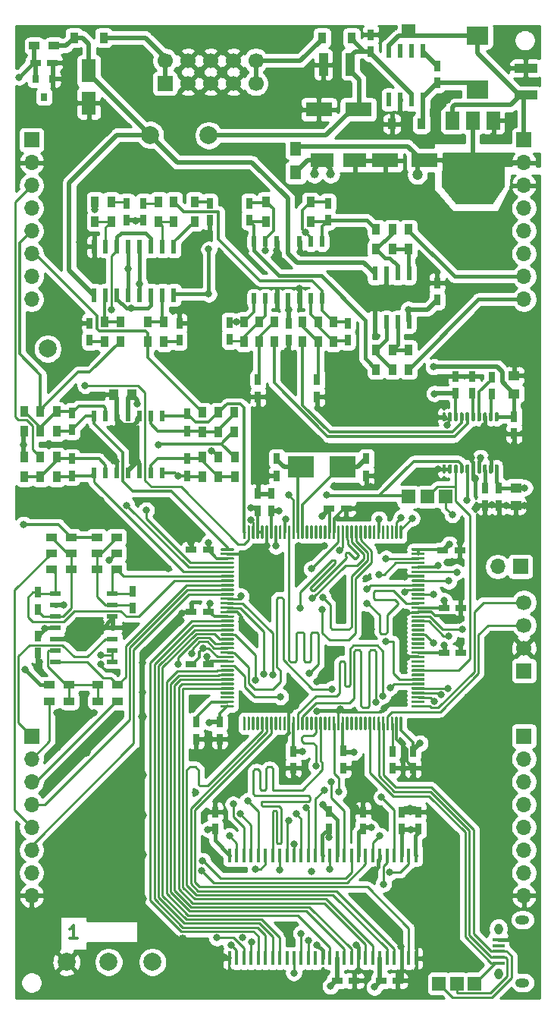
<source format=gbr>
G04 #@! TF.GenerationSoftware,KiCad,Pcbnew,(5.1.9)-1*
G04 #@! TF.CreationDate,2021-03-14T14:56:39+00:00*
G04 #@! TF.ProjectId,Retrospector_Components,52657472-6f73-4706-9563-746f725f436f,rev?*
G04 #@! TF.SameCoordinates,Original*
G04 #@! TF.FileFunction,Copper,L1,Top*
G04 #@! TF.FilePolarity,Positive*
%FSLAX46Y46*%
G04 Gerber Fmt 4.6, Leading zero omitted, Abs format (unit mm)*
G04 Created by KiCad (PCBNEW (5.1.9)-1) date 2021-03-14 14:56:39*
%MOMM*%
%LPD*%
G01*
G04 APERTURE LIST*
%ADD10C,0.300000*%
G04 #@! TA.AperFunction,SMDPad,CuDef*
%ADD11R,1.500000X1.500000*%
G04 #@! TD*
G04 #@! TA.AperFunction,SMDPad,CuDef*
%ADD12R,3.000000X2.400000*%
G04 #@! TD*
G04 #@! TA.AperFunction,ComponentPad*
%ADD13C,1.700000*%
G04 #@! TD*
G04 #@! TA.AperFunction,ComponentPad*
%ADD14R,1.700000X1.700000*%
G04 #@! TD*
G04 #@! TA.AperFunction,SMDPad,CuDef*
%ADD15R,3.000000X1.600000*%
G04 #@! TD*
G04 #@! TA.AperFunction,ComponentPad*
%ADD16O,1.700000X1.700000*%
G04 #@! TD*
G04 #@! TA.AperFunction,SMDPad,CuDef*
%ADD17R,1.200000X0.750000*%
G04 #@! TD*
G04 #@! TA.AperFunction,ComponentPad*
%ADD18C,2.000000*%
G04 #@! TD*
G04 #@! TA.AperFunction,SMDPad,CuDef*
%ADD19R,0.750000X1.200000*%
G04 #@! TD*
G04 #@! TA.AperFunction,SMDPad,CuDef*
%ADD20R,3.800000X2.000000*%
G04 #@! TD*
G04 #@! TA.AperFunction,SMDPad,CuDef*
%ADD21R,1.500000X2.000000*%
G04 #@! TD*
G04 #@! TA.AperFunction,SMDPad,CuDef*
%ADD22R,2.600000X1.600000*%
G04 #@! TD*
G04 #@! TA.AperFunction,SMDPad,CuDef*
%ADD23R,0.900000X1.200000*%
G04 #@! TD*
G04 #@! TA.AperFunction,SMDPad,CuDef*
%ADD24R,1.200000X0.900000*%
G04 #@! TD*
G04 #@! TA.AperFunction,SMDPad,CuDef*
%ADD25R,0.458000X1.510000*%
G04 #@! TD*
G04 #@! TA.AperFunction,SMDPad,CuDef*
%ADD26R,2.400000X2.000000*%
G04 #@! TD*
G04 #@! TA.AperFunction,SMDPad,CuDef*
%ADD27R,2.500000X1.000000*%
G04 #@! TD*
G04 #@! TA.AperFunction,SMDPad,CuDef*
%ADD28R,1.000000X2.500000*%
G04 #@! TD*
G04 #@! TA.AperFunction,SMDPad,CuDef*
%ADD29R,0.600000X1.550000*%
G04 #@! TD*
G04 #@! TA.AperFunction,SMDPad,CuDef*
%ADD30R,1.600000X2.600000*%
G04 #@! TD*
G04 #@! TA.AperFunction,SMDPad,CuDef*
%ADD31R,1.000000X1.250000*%
G04 #@! TD*
G04 #@! TA.AperFunction,SMDPad,CuDef*
%ADD32R,1.350000X0.400000*%
G04 #@! TD*
G04 #@! TA.AperFunction,ComponentPad*
%ADD33O,0.950000X1.250000*%
G04 #@! TD*
G04 #@! TA.AperFunction,ComponentPad*
%ADD34O,1.550000X1.000000*%
G04 #@! TD*
G04 #@! TA.AperFunction,SMDPad,CuDef*
%ADD35R,1.300000X1.500000*%
G04 #@! TD*
G04 #@! TA.AperFunction,SMDPad,CuDef*
%ADD36R,0.600000X1.500000*%
G04 #@! TD*
G04 #@! TA.AperFunction,SMDPad,CuDef*
%ADD37R,0.508000X1.143000*%
G04 #@! TD*
G04 #@! TA.AperFunction,SMDPad,CuDef*
%ADD38R,1.143000X0.508000*%
G04 #@! TD*
G04 #@! TA.AperFunction,SMDPad,CuDef*
%ADD39R,0.800000X0.900000*%
G04 #@! TD*
G04 #@! TA.AperFunction,SMDPad,CuDef*
%ADD40R,1.250000X1.000000*%
G04 #@! TD*
G04 #@! TA.AperFunction,ViaPad*
%ADD41C,0.800000*%
G04 #@! TD*
G04 #@! TA.AperFunction,ViaPad*
%ADD42C,1.000000*%
G04 #@! TD*
G04 #@! TA.AperFunction,ViaPad*
%ADD43C,1.200000*%
G04 #@! TD*
G04 #@! TA.AperFunction,Conductor*
%ADD44C,0.400000*%
G04 #@! TD*
G04 #@! TA.AperFunction,Conductor*
%ADD45C,0.300000*%
G04 #@! TD*
G04 #@! TA.AperFunction,Conductor*
%ADD46C,0.250000*%
G04 #@! TD*
G04 #@! TA.AperFunction,Conductor*
%ADD47C,0.500000*%
G04 #@! TD*
G04 #@! TA.AperFunction,Conductor*
%ADD48C,0.254000*%
G04 #@! TD*
G04 #@! TA.AperFunction,Conductor*
%ADD49C,0.100000*%
G04 #@! TD*
G04 APERTURE END LIST*
D10*
X107628571Y-152578571D02*
X106771428Y-152578571D01*
X107200000Y-152578571D02*
X107200000Y-151078571D01*
X107057142Y-151292857D01*
X106914285Y-151435714D01*
X106771428Y-151507142D01*
D11*
X144610000Y-51400000D03*
D12*
X132550000Y-100000000D03*
X137250000Y-100000000D03*
D13*
X127560000Y-54660000D03*
X127560000Y-57200000D03*
X125020000Y-54660000D03*
X125020000Y-57200000D03*
X122480000Y-54660000D03*
X122480000Y-57200000D03*
X119940000Y-54660000D03*
X119940000Y-57200000D03*
X117400000Y-54660000D03*
D14*
X117400000Y-57200000D03*
D15*
X146400000Y-65800000D03*
X142000000Y-65800000D03*
X139000000Y-60100000D03*
X134600000Y-60100000D03*
D14*
X157100000Y-111100000D03*
D16*
X154560000Y-111100000D03*
D17*
X120350000Y-109200000D03*
X122250000Y-109200000D03*
D18*
X122300000Y-63000000D03*
D19*
X147800000Y-81350000D03*
X147800000Y-79450000D03*
X131200000Y-83950000D03*
X131200000Y-85850000D03*
X103200000Y-118850000D03*
X103200000Y-120750000D03*
D20*
X151800000Y-67650000D03*
D21*
X151800000Y-61350000D03*
X149500000Y-61350000D03*
X154100000Y-61350000D03*
D19*
X126800000Y-72450000D03*
X126800000Y-70550000D03*
X135600000Y-72450000D03*
X135600000Y-70550000D03*
X137800000Y-83950000D03*
X137800000Y-85850000D03*
X124600000Y-83850000D03*
X124600000Y-85750000D03*
X134400000Y-90250000D03*
X134400000Y-92150000D03*
X127800000Y-90250000D03*
X127800000Y-92150000D03*
D22*
X135000000Y-65800000D03*
X138600000Y-65800000D03*
D19*
X140400000Y-51750000D03*
X140400000Y-53650000D03*
D23*
X115500000Y-83800000D03*
X115500000Y-86000000D03*
X125200000Y-101100000D03*
X125200000Y-98900000D03*
X123400000Y-101100000D03*
X123400000Y-98900000D03*
D24*
X109800000Y-109600000D03*
X112000000Y-109600000D03*
D23*
X103500000Y-101100000D03*
X103500000Y-98900000D03*
D25*
X145425000Y-154775000D03*
X144625000Y-154775000D03*
X143825000Y-154775000D03*
X143025000Y-154775000D03*
X142225000Y-154775000D03*
X141425000Y-154775000D03*
X140625000Y-154775000D03*
X139825000Y-154775000D03*
X139025000Y-154775000D03*
X138225000Y-154775000D03*
X137425000Y-154775000D03*
X136625000Y-154775000D03*
X135825000Y-154775000D03*
X135025000Y-154775000D03*
X134225000Y-154775000D03*
X133425000Y-154775000D03*
X132625000Y-154775000D03*
X131825000Y-154775000D03*
X131025000Y-154775000D03*
X130225000Y-154775000D03*
X129425000Y-154775000D03*
X128625000Y-154775000D03*
X127825000Y-154775000D03*
X127025000Y-154775000D03*
X126225000Y-154775000D03*
X125425000Y-154775000D03*
X124625000Y-154775000D03*
X124625000Y-143275000D03*
X125425000Y-143275000D03*
X126225000Y-143275000D03*
X127025000Y-143275000D03*
X127825000Y-143275000D03*
X128625000Y-143275000D03*
X129425000Y-143275000D03*
X130225000Y-143275000D03*
X131025000Y-143275000D03*
X131825000Y-143275000D03*
X132625000Y-143275000D03*
X133425000Y-143275000D03*
X134225000Y-143275000D03*
X135025000Y-143275000D03*
X135825000Y-143275000D03*
X136625000Y-143275000D03*
X137425000Y-143275000D03*
X138225000Y-143275000D03*
X139025000Y-143275000D03*
X139825000Y-143275000D03*
X140625000Y-143275000D03*
X141425000Y-143275000D03*
X142225000Y-143275000D03*
X143025000Y-143275000D03*
X143825000Y-143275000D03*
X144625000Y-143275000D03*
X145425000Y-143275000D03*
D26*
X152300000Y-51900000D03*
X152300000Y-57900000D03*
D27*
X157700000Y-58500000D03*
X157700000Y-55500000D03*
D28*
X138100000Y-55100000D03*
X135100000Y-55100000D03*
D19*
X147800000Y-57150000D03*
X147800000Y-55250000D03*
D23*
X146050000Y-61700000D03*
X142750000Y-61700000D03*
D29*
X146205000Y-53600000D03*
X144935000Y-53600000D03*
X143665000Y-53600000D03*
X142395000Y-53600000D03*
X142395000Y-59000000D03*
X143665000Y-59000000D03*
X144935000Y-59000000D03*
X146205000Y-59000000D03*
D14*
X157500000Y-130000000D03*
D16*
X157500000Y-132540000D03*
X157500000Y-135080000D03*
X157500000Y-137620000D03*
X157500000Y-140160000D03*
X157500000Y-142700000D03*
X157500000Y-145240000D03*
X157500000Y-147780000D03*
D24*
X106700000Y-126100000D03*
X104500000Y-126100000D03*
D11*
X152000000Y-157600000D03*
X150000000Y-157600000D03*
X148000000Y-157600000D03*
X146700000Y-103300000D03*
D23*
X142800000Y-86900000D03*
X142800000Y-89100000D03*
X142800000Y-75700000D03*
X142800000Y-73500000D03*
X141000000Y-86900000D03*
X141000000Y-89100000D03*
X141000000Y-75700000D03*
X141000000Y-73500000D03*
D24*
X104700000Y-111400000D03*
X106900000Y-111400000D03*
X106900000Y-109600000D03*
X104700000Y-109600000D03*
X104700000Y-107800000D03*
X106900000Y-107800000D03*
D19*
X103200000Y-113950000D03*
X103200000Y-115850000D03*
D29*
X144655000Y-78400000D03*
X143385000Y-78400000D03*
X142115000Y-78400000D03*
X140845000Y-78400000D03*
X140845000Y-83800000D03*
X142115000Y-83800000D03*
X143385000Y-83800000D03*
X144655000Y-83800000D03*
G04 #@! TA.AperFunction,SMDPad,CuDef*
G36*
G01*
X154350000Y-93900000D02*
X154550000Y-93900000D01*
G75*
G02*
X154650000Y-94000000I0J-100000D01*
G01*
X154650000Y-94800000D01*
G75*
G02*
X154550000Y-94900000I-100000J0D01*
G01*
X154350000Y-94900000D01*
G75*
G02*
X154250000Y-94800000I0J100000D01*
G01*
X154250000Y-94000000D01*
G75*
G02*
X154350000Y-93900000I100000J0D01*
G01*
G37*
G04 #@! TD.AperFunction*
G04 #@! TA.AperFunction,SMDPad,CuDef*
G36*
G01*
X153700000Y-93900000D02*
X153900000Y-93900000D01*
G75*
G02*
X154000000Y-94000000I0J-100000D01*
G01*
X154000000Y-94800000D01*
G75*
G02*
X153900000Y-94900000I-100000J0D01*
G01*
X153700000Y-94900000D01*
G75*
G02*
X153600000Y-94800000I0J100000D01*
G01*
X153600000Y-94000000D01*
G75*
G02*
X153700000Y-93900000I100000J0D01*
G01*
G37*
G04 #@! TD.AperFunction*
G04 #@! TA.AperFunction,SMDPad,CuDef*
G36*
G01*
X153050000Y-93900000D02*
X153250000Y-93900000D01*
G75*
G02*
X153350000Y-94000000I0J-100000D01*
G01*
X153350000Y-94800000D01*
G75*
G02*
X153250000Y-94900000I-100000J0D01*
G01*
X153050000Y-94900000D01*
G75*
G02*
X152950000Y-94800000I0J100000D01*
G01*
X152950000Y-94000000D01*
G75*
G02*
X153050000Y-93900000I100000J0D01*
G01*
G37*
G04 #@! TD.AperFunction*
G04 #@! TA.AperFunction,SMDPad,CuDef*
G36*
G01*
X152400000Y-93900000D02*
X152600000Y-93900000D01*
G75*
G02*
X152700000Y-94000000I0J-100000D01*
G01*
X152700000Y-94800000D01*
G75*
G02*
X152600000Y-94900000I-100000J0D01*
G01*
X152400000Y-94900000D01*
G75*
G02*
X152300000Y-94800000I0J100000D01*
G01*
X152300000Y-94000000D01*
G75*
G02*
X152400000Y-93900000I100000J0D01*
G01*
G37*
G04 #@! TD.AperFunction*
G04 #@! TA.AperFunction,SMDPad,CuDef*
G36*
G01*
X151750000Y-93900000D02*
X151950000Y-93900000D01*
G75*
G02*
X152050000Y-94000000I0J-100000D01*
G01*
X152050000Y-94800000D01*
G75*
G02*
X151950000Y-94900000I-100000J0D01*
G01*
X151750000Y-94900000D01*
G75*
G02*
X151650000Y-94800000I0J100000D01*
G01*
X151650000Y-94000000D01*
G75*
G02*
X151750000Y-93900000I100000J0D01*
G01*
G37*
G04 #@! TD.AperFunction*
G04 #@! TA.AperFunction,SMDPad,CuDef*
G36*
G01*
X151100000Y-93900000D02*
X151300000Y-93900000D01*
G75*
G02*
X151400000Y-94000000I0J-100000D01*
G01*
X151400000Y-94800000D01*
G75*
G02*
X151300000Y-94900000I-100000J0D01*
G01*
X151100000Y-94900000D01*
G75*
G02*
X151000000Y-94800000I0J100000D01*
G01*
X151000000Y-94000000D01*
G75*
G02*
X151100000Y-93900000I100000J0D01*
G01*
G37*
G04 #@! TD.AperFunction*
G04 #@! TA.AperFunction,SMDPad,CuDef*
G36*
G01*
X150450000Y-93900000D02*
X150650000Y-93900000D01*
G75*
G02*
X150750000Y-94000000I0J-100000D01*
G01*
X150750000Y-94800000D01*
G75*
G02*
X150650000Y-94900000I-100000J0D01*
G01*
X150450000Y-94900000D01*
G75*
G02*
X150350000Y-94800000I0J100000D01*
G01*
X150350000Y-94000000D01*
G75*
G02*
X150450000Y-93900000I100000J0D01*
G01*
G37*
G04 #@! TD.AperFunction*
G04 #@! TA.AperFunction,SMDPad,CuDef*
G36*
G01*
X149800000Y-93900000D02*
X150000000Y-93900000D01*
G75*
G02*
X150100000Y-94000000I0J-100000D01*
G01*
X150100000Y-94800000D01*
G75*
G02*
X150000000Y-94900000I-100000J0D01*
G01*
X149800000Y-94900000D01*
G75*
G02*
X149700000Y-94800000I0J100000D01*
G01*
X149700000Y-94000000D01*
G75*
G02*
X149800000Y-93900000I100000J0D01*
G01*
G37*
G04 #@! TD.AperFunction*
G04 #@! TA.AperFunction,SMDPad,CuDef*
G36*
G01*
X149150000Y-93900000D02*
X149350000Y-93900000D01*
G75*
G02*
X149450000Y-94000000I0J-100000D01*
G01*
X149450000Y-94800000D01*
G75*
G02*
X149350000Y-94900000I-100000J0D01*
G01*
X149150000Y-94900000D01*
G75*
G02*
X149050000Y-94800000I0J100000D01*
G01*
X149050000Y-94000000D01*
G75*
G02*
X149150000Y-93900000I100000J0D01*
G01*
G37*
G04 #@! TD.AperFunction*
G04 #@! TA.AperFunction,SMDPad,CuDef*
G36*
G01*
X148500000Y-93900000D02*
X148700000Y-93900000D01*
G75*
G02*
X148800000Y-94000000I0J-100000D01*
G01*
X148800000Y-94800000D01*
G75*
G02*
X148700000Y-94900000I-100000J0D01*
G01*
X148500000Y-94900000D01*
G75*
G02*
X148400000Y-94800000I0J100000D01*
G01*
X148400000Y-94000000D01*
G75*
G02*
X148500000Y-93900000I100000J0D01*
G01*
G37*
G04 #@! TD.AperFunction*
G04 #@! TA.AperFunction,SMDPad,CuDef*
G36*
G01*
X148500000Y-99700000D02*
X148700000Y-99700000D01*
G75*
G02*
X148800000Y-99800000I0J-100000D01*
G01*
X148800000Y-100600000D01*
G75*
G02*
X148700000Y-100700000I-100000J0D01*
G01*
X148500000Y-100700000D01*
G75*
G02*
X148400000Y-100600000I0J100000D01*
G01*
X148400000Y-99800000D01*
G75*
G02*
X148500000Y-99700000I100000J0D01*
G01*
G37*
G04 #@! TD.AperFunction*
G04 #@! TA.AperFunction,SMDPad,CuDef*
G36*
G01*
X149150000Y-99700000D02*
X149350000Y-99700000D01*
G75*
G02*
X149450000Y-99800000I0J-100000D01*
G01*
X149450000Y-100600000D01*
G75*
G02*
X149350000Y-100700000I-100000J0D01*
G01*
X149150000Y-100700000D01*
G75*
G02*
X149050000Y-100600000I0J100000D01*
G01*
X149050000Y-99800000D01*
G75*
G02*
X149150000Y-99700000I100000J0D01*
G01*
G37*
G04 #@! TD.AperFunction*
G04 #@! TA.AperFunction,SMDPad,CuDef*
G36*
G01*
X149800000Y-99700000D02*
X150000000Y-99700000D01*
G75*
G02*
X150100000Y-99800000I0J-100000D01*
G01*
X150100000Y-100600000D01*
G75*
G02*
X150000000Y-100700000I-100000J0D01*
G01*
X149800000Y-100700000D01*
G75*
G02*
X149700000Y-100600000I0J100000D01*
G01*
X149700000Y-99800000D01*
G75*
G02*
X149800000Y-99700000I100000J0D01*
G01*
G37*
G04 #@! TD.AperFunction*
G04 #@! TA.AperFunction,SMDPad,CuDef*
G36*
G01*
X150450000Y-99700000D02*
X150650000Y-99700000D01*
G75*
G02*
X150750000Y-99800000I0J-100000D01*
G01*
X150750000Y-100600000D01*
G75*
G02*
X150650000Y-100700000I-100000J0D01*
G01*
X150450000Y-100700000D01*
G75*
G02*
X150350000Y-100600000I0J100000D01*
G01*
X150350000Y-99800000D01*
G75*
G02*
X150450000Y-99700000I100000J0D01*
G01*
G37*
G04 #@! TD.AperFunction*
G04 #@! TA.AperFunction,SMDPad,CuDef*
G36*
G01*
X151100000Y-99700000D02*
X151300000Y-99700000D01*
G75*
G02*
X151400000Y-99800000I0J-100000D01*
G01*
X151400000Y-100600000D01*
G75*
G02*
X151300000Y-100700000I-100000J0D01*
G01*
X151100000Y-100700000D01*
G75*
G02*
X151000000Y-100600000I0J100000D01*
G01*
X151000000Y-99800000D01*
G75*
G02*
X151100000Y-99700000I100000J0D01*
G01*
G37*
G04 #@! TD.AperFunction*
G04 #@! TA.AperFunction,SMDPad,CuDef*
G36*
G01*
X151750000Y-99700000D02*
X151950000Y-99700000D01*
G75*
G02*
X152050000Y-99800000I0J-100000D01*
G01*
X152050000Y-100600000D01*
G75*
G02*
X151950000Y-100700000I-100000J0D01*
G01*
X151750000Y-100700000D01*
G75*
G02*
X151650000Y-100600000I0J100000D01*
G01*
X151650000Y-99800000D01*
G75*
G02*
X151750000Y-99700000I100000J0D01*
G01*
G37*
G04 #@! TD.AperFunction*
G04 #@! TA.AperFunction,SMDPad,CuDef*
G36*
G01*
X152400000Y-99700000D02*
X152600000Y-99700000D01*
G75*
G02*
X152700000Y-99800000I0J-100000D01*
G01*
X152700000Y-100600000D01*
G75*
G02*
X152600000Y-100700000I-100000J0D01*
G01*
X152400000Y-100700000D01*
G75*
G02*
X152300000Y-100600000I0J100000D01*
G01*
X152300000Y-99800000D01*
G75*
G02*
X152400000Y-99700000I100000J0D01*
G01*
G37*
G04 #@! TD.AperFunction*
G04 #@! TA.AperFunction,SMDPad,CuDef*
G36*
G01*
X153050000Y-99700000D02*
X153250000Y-99700000D01*
G75*
G02*
X153350000Y-99800000I0J-100000D01*
G01*
X153350000Y-100600000D01*
G75*
G02*
X153250000Y-100700000I-100000J0D01*
G01*
X153050000Y-100700000D01*
G75*
G02*
X152950000Y-100600000I0J100000D01*
G01*
X152950000Y-99800000D01*
G75*
G02*
X153050000Y-99700000I100000J0D01*
G01*
G37*
G04 #@! TD.AperFunction*
G04 #@! TA.AperFunction,SMDPad,CuDef*
G36*
G01*
X153700000Y-99700000D02*
X153900000Y-99700000D01*
G75*
G02*
X154000000Y-99800000I0J-100000D01*
G01*
X154000000Y-100600000D01*
G75*
G02*
X153900000Y-100700000I-100000J0D01*
G01*
X153700000Y-100700000D01*
G75*
G02*
X153600000Y-100600000I0J100000D01*
G01*
X153600000Y-99800000D01*
G75*
G02*
X153700000Y-99700000I100000J0D01*
G01*
G37*
G04 #@! TD.AperFunction*
G04 #@! TA.AperFunction,SMDPad,CuDef*
G36*
G01*
X154350000Y-99700000D02*
X154550000Y-99700000D01*
G75*
G02*
X154650000Y-99800000I0J-100000D01*
G01*
X154650000Y-100600000D01*
G75*
G02*
X154550000Y-100700000I-100000J0D01*
G01*
X154350000Y-100700000D01*
G75*
G02*
X154250000Y-100600000I0J100000D01*
G01*
X154250000Y-99800000D01*
G75*
G02*
X154350000Y-99700000I100000J0D01*
G01*
G37*
G04 #@! TD.AperFunction*
D11*
X144600000Y-103300000D03*
X148800000Y-103300000D03*
D18*
X115750000Y-62950000D03*
X104300000Y-86800000D03*
X111100000Y-155200000D03*
X116000000Y-155200000D03*
X106400000Y-155200000D03*
D30*
X108900000Y-59400000D03*
X108900000Y-55800000D03*
D23*
X120700000Y-70400000D03*
X120700000Y-72600000D03*
D24*
X105000000Y-53000000D03*
X102800000Y-53000000D03*
D19*
X122400000Y-70550000D03*
X122400000Y-72450000D03*
D17*
X104850000Y-54900000D03*
X102950000Y-54900000D03*
D19*
X151700000Y-91750000D03*
X151700000Y-89850000D03*
X153900000Y-91850000D03*
X153900000Y-89950000D03*
X120900000Y-128450000D03*
X120900000Y-130350000D03*
X142800000Y-131675000D03*
X142800000Y-133575000D03*
D31*
X113700000Y-91900000D03*
X111700000Y-91900000D03*
D32*
X154650000Y-155300000D03*
X154650000Y-154650000D03*
X154650000Y-154000000D03*
X154650000Y-153350000D03*
X154650000Y-152700000D03*
D33*
X154650000Y-156500000D03*
X154650000Y-151500000D03*
D34*
X157350000Y-157500000D03*
X157350000Y-150500000D03*
D35*
X132000000Y-67150000D03*
X132000000Y-64450000D03*
D14*
X157500000Y-63500000D03*
D16*
X157500000Y-66040000D03*
X157500000Y-68580000D03*
X157500000Y-71120000D03*
X157500000Y-73660000D03*
X157500000Y-76200000D03*
X157500000Y-78740000D03*
X157500000Y-81280000D03*
D14*
X102500000Y-130000000D03*
D16*
X102500000Y-132540000D03*
X102500000Y-135080000D03*
X102500000Y-137620000D03*
X102500000Y-140160000D03*
X102500000Y-142700000D03*
X102500000Y-145240000D03*
X102500000Y-147780000D03*
D14*
X102500000Y-63500000D03*
D16*
X102500000Y-66040000D03*
X102500000Y-68580000D03*
X102500000Y-71120000D03*
X102500000Y-73660000D03*
X102500000Y-76200000D03*
X102500000Y-78740000D03*
X102500000Y-81280000D03*
D17*
X150350000Y-109300000D03*
X148450000Y-109300000D03*
X150450000Y-115675000D03*
X148550000Y-115675000D03*
G04 #@! TA.AperFunction,SMDPad,CuDef*
G36*
G01*
X145025000Y-109025000D02*
X146350000Y-109025000D01*
G75*
G02*
X146425000Y-109100000I0J-75000D01*
G01*
X146425000Y-109250000D01*
G75*
G02*
X146350000Y-109325000I-75000J0D01*
G01*
X145025000Y-109325000D01*
G75*
G02*
X144950000Y-109250000I0J75000D01*
G01*
X144950000Y-109100000D01*
G75*
G02*
X145025000Y-109025000I75000J0D01*
G01*
G37*
G04 #@! TD.AperFunction*
G04 #@! TA.AperFunction,SMDPad,CuDef*
G36*
G01*
X145025000Y-109525000D02*
X146350000Y-109525000D01*
G75*
G02*
X146425000Y-109600000I0J-75000D01*
G01*
X146425000Y-109750000D01*
G75*
G02*
X146350000Y-109825000I-75000J0D01*
G01*
X145025000Y-109825000D01*
G75*
G02*
X144950000Y-109750000I0J75000D01*
G01*
X144950000Y-109600000D01*
G75*
G02*
X145025000Y-109525000I75000J0D01*
G01*
G37*
G04 #@! TD.AperFunction*
G04 #@! TA.AperFunction,SMDPad,CuDef*
G36*
G01*
X145025000Y-110025000D02*
X146350000Y-110025000D01*
G75*
G02*
X146425000Y-110100000I0J-75000D01*
G01*
X146425000Y-110250000D01*
G75*
G02*
X146350000Y-110325000I-75000J0D01*
G01*
X145025000Y-110325000D01*
G75*
G02*
X144950000Y-110250000I0J75000D01*
G01*
X144950000Y-110100000D01*
G75*
G02*
X145025000Y-110025000I75000J0D01*
G01*
G37*
G04 #@! TD.AperFunction*
G04 #@! TA.AperFunction,SMDPad,CuDef*
G36*
G01*
X145025000Y-110525000D02*
X146350000Y-110525000D01*
G75*
G02*
X146425000Y-110600000I0J-75000D01*
G01*
X146425000Y-110750000D01*
G75*
G02*
X146350000Y-110825000I-75000J0D01*
G01*
X145025000Y-110825000D01*
G75*
G02*
X144950000Y-110750000I0J75000D01*
G01*
X144950000Y-110600000D01*
G75*
G02*
X145025000Y-110525000I75000J0D01*
G01*
G37*
G04 #@! TD.AperFunction*
G04 #@! TA.AperFunction,SMDPad,CuDef*
G36*
G01*
X145025000Y-111025000D02*
X146350000Y-111025000D01*
G75*
G02*
X146425000Y-111100000I0J-75000D01*
G01*
X146425000Y-111250000D01*
G75*
G02*
X146350000Y-111325000I-75000J0D01*
G01*
X145025000Y-111325000D01*
G75*
G02*
X144950000Y-111250000I0J75000D01*
G01*
X144950000Y-111100000D01*
G75*
G02*
X145025000Y-111025000I75000J0D01*
G01*
G37*
G04 #@! TD.AperFunction*
G04 #@! TA.AperFunction,SMDPad,CuDef*
G36*
G01*
X145025000Y-111525000D02*
X146350000Y-111525000D01*
G75*
G02*
X146425000Y-111600000I0J-75000D01*
G01*
X146425000Y-111750000D01*
G75*
G02*
X146350000Y-111825000I-75000J0D01*
G01*
X145025000Y-111825000D01*
G75*
G02*
X144950000Y-111750000I0J75000D01*
G01*
X144950000Y-111600000D01*
G75*
G02*
X145025000Y-111525000I75000J0D01*
G01*
G37*
G04 #@! TD.AperFunction*
G04 #@! TA.AperFunction,SMDPad,CuDef*
G36*
G01*
X145025000Y-112025000D02*
X146350000Y-112025000D01*
G75*
G02*
X146425000Y-112100000I0J-75000D01*
G01*
X146425000Y-112250000D01*
G75*
G02*
X146350000Y-112325000I-75000J0D01*
G01*
X145025000Y-112325000D01*
G75*
G02*
X144950000Y-112250000I0J75000D01*
G01*
X144950000Y-112100000D01*
G75*
G02*
X145025000Y-112025000I75000J0D01*
G01*
G37*
G04 #@! TD.AperFunction*
G04 #@! TA.AperFunction,SMDPad,CuDef*
G36*
G01*
X145025000Y-112525000D02*
X146350000Y-112525000D01*
G75*
G02*
X146425000Y-112600000I0J-75000D01*
G01*
X146425000Y-112750000D01*
G75*
G02*
X146350000Y-112825000I-75000J0D01*
G01*
X145025000Y-112825000D01*
G75*
G02*
X144950000Y-112750000I0J75000D01*
G01*
X144950000Y-112600000D01*
G75*
G02*
X145025000Y-112525000I75000J0D01*
G01*
G37*
G04 #@! TD.AperFunction*
G04 #@! TA.AperFunction,SMDPad,CuDef*
G36*
G01*
X145025000Y-113025000D02*
X146350000Y-113025000D01*
G75*
G02*
X146425000Y-113100000I0J-75000D01*
G01*
X146425000Y-113250000D01*
G75*
G02*
X146350000Y-113325000I-75000J0D01*
G01*
X145025000Y-113325000D01*
G75*
G02*
X144950000Y-113250000I0J75000D01*
G01*
X144950000Y-113100000D01*
G75*
G02*
X145025000Y-113025000I75000J0D01*
G01*
G37*
G04 #@! TD.AperFunction*
G04 #@! TA.AperFunction,SMDPad,CuDef*
G36*
G01*
X145025000Y-113525000D02*
X146350000Y-113525000D01*
G75*
G02*
X146425000Y-113600000I0J-75000D01*
G01*
X146425000Y-113750000D01*
G75*
G02*
X146350000Y-113825000I-75000J0D01*
G01*
X145025000Y-113825000D01*
G75*
G02*
X144950000Y-113750000I0J75000D01*
G01*
X144950000Y-113600000D01*
G75*
G02*
X145025000Y-113525000I75000J0D01*
G01*
G37*
G04 #@! TD.AperFunction*
G04 #@! TA.AperFunction,SMDPad,CuDef*
G36*
G01*
X145025000Y-114025000D02*
X146350000Y-114025000D01*
G75*
G02*
X146425000Y-114100000I0J-75000D01*
G01*
X146425000Y-114250000D01*
G75*
G02*
X146350000Y-114325000I-75000J0D01*
G01*
X145025000Y-114325000D01*
G75*
G02*
X144950000Y-114250000I0J75000D01*
G01*
X144950000Y-114100000D01*
G75*
G02*
X145025000Y-114025000I75000J0D01*
G01*
G37*
G04 #@! TD.AperFunction*
G04 #@! TA.AperFunction,SMDPad,CuDef*
G36*
G01*
X145025000Y-114525000D02*
X146350000Y-114525000D01*
G75*
G02*
X146425000Y-114600000I0J-75000D01*
G01*
X146425000Y-114750000D01*
G75*
G02*
X146350000Y-114825000I-75000J0D01*
G01*
X145025000Y-114825000D01*
G75*
G02*
X144950000Y-114750000I0J75000D01*
G01*
X144950000Y-114600000D01*
G75*
G02*
X145025000Y-114525000I75000J0D01*
G01*
G37*
G04 #@! TD.AperFunction*
G04 #@! TA.AperFunction,SMDPad,CuDef*
G36*
G01*
X145025000Y-115025000D02*
X146350000Y-115025000D01*
G75*
G02*
X146425000Y-115100000I0J-75000D01*
G01*
X146425000Y-115250000D01*
G75*
G02*
X146350000Y-115325000I-75000J0D01*
G01*
X145025000Y-115325000D01*
G75*
G02*
X144950000Y-115250000I0J75000D01*
G01*
X144950000Y-115100000D01*
G75*
G02*
X145025000Y-115025000I75000J0D01*
G01*
G37*
G04 #@! TD.AperFunction*
G04 #@! TA.AperFunction,SMDPad,CuDef*
G36*
G01*
X145025000Y-115525000D02*
X146350000Y-115525000D01*
G75*
G02*
X146425000Y-115600000I0J-75000D01*
G01*
X146425000Y-115750000D01*
G75*
G02*
X146350000Y-115825000I-75000J0D01*
G01*
X145025000Y-115825000D01*
G75*
G02*
X144950000Y-115750000I0J75000D01*
G01*
X144950000Y-115600000D01*
G75*
G02*
X145025000Y-115525000I75000J0D01*
G01*
G37*
G04 #@! TD.AperFunction*
G04 #@! TA.AperFunction,SMDPad,CuDef*
G36*
G01*
X145025000Y-116025000D02*
X146350000Y-116025000D01*
G75*
G02*
X146425000Y-116100000I0J-75000D01*
G01*
X146425000Y-116250000D01*
G75*
G02*
X146350000Y-116325000I-75000J0D01*
G01*
X145025000Y-116325000D01*
G75*
G02*
X144950000Y-116250000I0J75000D01*
G01*
X144950000Y-116100000D01*
G75*
G02*
X145025000Y-116025000I75000J0D01*
G01*
G37*
G04 #@! TD.AperFunction*
G04 #@! TA.AperFunction,SMDPad,CuDef*
G36*
G01*
X145025000Y-116525000D02*
X146350000Y-116525000D01*
G75*
G02*
X146425000Y-116600000I0J-75000D01*
G01*
X146425000Y-116750000D01*
G75*
G02*
X146350000Y-116825000I-75000J0D01*
G01*
X145025000Y-116825000D01*
G75*
G02*
X144950000Y-116750000I0J75000D01*
G01*
X144950000Y-116600000D01*
G75*
G02*
X145025000Y-116525000I75000J0D01*
G01*
G37*
G04 #@! TD.AperFunction*
G04 #@! TA.AperFunction,SMDPad,CuDef*
G36*
G01*
X145025000Y-117025000D02*
X146350000Y-117025000D01*
G75*
G02*
X146425000Y-117100000I0J-75000D01*
G01*
X146425000Y-117250000D01*
G75*
G02*
X146350000Y-117325000I-75000J0D01*
G01*
X145025000Y-117325000D01*
G75*
G02*
X144950000Y-117250000I0J75000D01*
G01*
X144950000Y-117100000D01*
G75*
G02*
X145025000Y-117025000I75000J0D01*
G01*
G37*
G04 #@! TD.AperFunction*
G04 #@! TA.AperFunction,SMDPad,CuDef*
G36*
G01*
X145025000Y-117525000D02*
X146350000Y-117525000D01*
G75*
G02*
X146425000Y-117600000I0J-75000D01*
G01*
X146425000Y-117750000D01*
G75*
G02*
X146350000Y-117825000I-75000J0D01*
G01*
X145025000Y-117825000D01*
G75*
G02*
X144950000Y-117750000I0J75000D01*
G01*
X144950000Y-117600000D01*
G75*
G02*
X145025000Y-117525000I75000J0D01*
G01*
G37*
G04 #@! TD.AperFunction*
G04 #@! TA.AperFunction,SMDPad,CuDef*
G36*
G01*
X145025000Y-118025000D02*
X146350000Y-118025000D01*
G75*
G02*
X146425000Y-118100000I0J-75000D01*
G01*
X146425000Y-118250000D01*
G75*
G02*
X146350000Y-118325000I-75000J0D01*
G01*
X145025000Y-118325000D01*
G75*
G02*
X144950000Y-118250000I0J75000D01*
G01*
X144950000Y-118100000D01*
G75*
G02*
X145025000Y-118025000I75000J0D01*
G01*
G37*
G04 #@! TD.AperFunction*
G04 #@! TA.AperFunction,SMDPad,CuDef*
G36*
G01*
X145025000Y-118525000D02*
X146350000Y-118525000D01*
G75*
G02*
X146425000Y-118600000I0J-75000D01*
G01*
X146425000Y-118750000D01*
G75*
G02*
X146350000Y-118825000I-75000J0D01*
G01*
X145025000Y-118825000D01*
G75*
G02*
X144950000Y-118750000I0J75000D01*
G01*
X144950000Y-118600000D01*
G75*
G02*
X145025000Y-118525000I75000J0D01*
G01*
G37*
G04 #@! TD.AperFunction*
G04 #@! TA.AperFunction,SMDPad,CuDef*
G36*
G01*
X145025000Y-119025000D02*
X146350000Y-119025000D01*
G75*
G02*
X146425000Y-119100000I0J-75000D01*
G01*
X146425000Y-119250000D01*
G75*
G02*
X146350000Y-119325000I-75000J0D01*
G01*
X145025000Y-119325000D01*
G75*
G02*
X144950000Y-119250000I0J75000D01*
G01*
X144950000Y-119100000D01*
G75*
G02*
X145025000Y-119025000I75000J0D01*
G01*
G37*
G04 #@! TD.AperFunction*
G04 #@! TA.AperFunction,SMDPad,CuDef*
G36*
G01*
X145025000Y-119525000D02*
X146350000Y-119525000D01*
G75*
G02*
X146425000Y-119600000I0J-75000D01*
G01*
X146425000Y-119750000D01*
G75*
G02*
X146350000Y-119825000I-75000J0D01*
G01*
X145025000Y-119825000D01*
G75*
G02*
X144950000Y-119750000I0J75000D01*
G01*
X144950000Y-119600000D01*
G75*
G02*
X145025000Y-119525000I75000J0D01*
G01*
G37*
G04 #@! TD.AperFunction*
G04 #@! TA.AperFunction,SMDPad,CuDef*
G36*
G01*
X145025000Y-120025000D02*
X146350000Y-120025000D01*
G75*
G02*
X146425000Y-120100000I0J-75000D01*
G01*
X146425000Y-120250000D01*
G75*
G02*
X146350000Y-120325000I-75000J0D01*
G01*
X145025000Y-120325000D01*
G75*
G02*
X144950000Y-120250000I0J75000D01*
G01*
X144950000Y-120100000D01*
G75*
G02*
X145025000Y-120025000I75000J0D01*
G01*
G37*
G04 #@! TD.AperFunction*
G04 #@! TA.AperFunction,SMDPad,CuDef*
G36*
G01*
X145025000Y-120525000D02*
X146350000Y-120525000D01*
G75*
G02*
X146425000Y-120600000I0J-75000D01*
G01*
X146425000Y-120750000D01*
G75*
G02*
X146350000Y-120825000I-75000J0D01*
G01*
X145025000Y-120825000D01*
G75*
G02*
X144950000Y-120750000I0J75000D01*
G01*
X144950000Y-120600000D01*
G75*
G02*
X145025000Y-120525000I75000J0D01*
G01*
G37*
G04 #@! TD.AperFunction*
G04 #@! TA.AperFunction,SMDPad,CuDef*
G36*
G01*
X145025000Y-121025000D02*
X146350000Y-121025000D01*
G75*
G02*
X146425000Y-121100000I0J-75000D01*
G01*
X146425000Y-121250000D01*
G75*
G02*
X146350000Y-121325000I-75000J0D01*
G01*
X145025000Y-121325000D01*
G75*
G02*
X144950000Y-121250000I0J75000D01*
G01*
X144950000Y-121100000D01*
G75*
G02*
X145025000Y-121025000I75000J0D01*
G01*
G37*
G04 #@! TD.AperFunction*
G04 #@! TA.AperFunction,SMDPad,CuDef*
G36*
G01*
X145025000Y-121525000D02*
X146350000Y-121525000D01*
G75*
G02*
X146425000Y-121600000I0J-75000D01*
G01*
X146425000Y-121750000D01*
G75*
G02*
X146350000Y-121825000I-75000J0D01*
G01*
X145025000Y-121825000D01*
G75*
G02*
X144950000Y-121750000I0J75000D01*
G01*
X144950000Y-121600000D01*
G75*
G02*
X145025000Y-121525000I75000J0D01*
G01*
G37*
G04 #@! TD.AperFunction*
G04 #@! TA.AperFunction,SMDPad,CuDef*
G36*
G01*
X145025000Y-122025000D02*
X146350000Y-122025000D01*
G75*
G02*
X146425000Y-122100000I0J-75000D01*
G01*
X146425000Y-122250000D01*
G75*
G02*
X146350000Y-122325000I-75000J0D01*
G01*
X145025000Y-122325000D01*
G75*
G02*
X144950000Y-122250000I0J75000D01*
G01*
X144950000Y-122100000D01*
G75*
G02*
X145025000Y-122025000I75000J0D01*
G01*
G37*
G04 #@! TD.AperFunction*
G04 #@! TA.AperFunction,SMDPad,CuDef*
G36*
G01*
X145025000Y-122525000D02*
X146350000Y-122525000D01*
G75*
G02*
X146425000Y-122600000I0J-75000D01*
G01*
X146425000Y-122750000D01*
G75*
G02*
X146350000Y-122825000I-75000J0D01*
G01*
X145025000Y-122825000D01*
G75*
G02*
X144950000Y-122750000I0J75000D01*
G01*
X144950000Y-122600000D01*
G75*
G02*
X145025000Y-122525000I75000J0D01*
G01*
G37*
G04 #@! TD.AperFunction*
G04 #@! TA.AperFunction,SMDPad,CuDef*
G36*
G01*
X145025000Y-123025000D02*
X146350000Y-123025000D01*
G75*
G02*
X146425000Y-123100000I0J-75000D01*
G01*
X146425000Y-123250000D01*
G75*
G02*
X146350000Y-123325000I-75000J0D01*
G01*
X145025000Y-123325000D01*
G75*
G02*
X144950000Y-123250000I0J75000D01*
G01*
X144950000Y-123100000D01*
G75*
G02*
X145025000Y-123025000I75000J0D01*
G01*
G37*
G04 #@! TD.AperFunction*
G04 #@! TA.AperFunction,SMDPad,CuDef*
G36*
G01*
X145025000Y-123525000D02*
X146350000Y-123525000D01*
G75*
G02*
X146425000Y-123600000I0J-75000D01*
G01*
X146425000Y-123750000D01*
G75*
G02*
X146350000Y-123825000I-75000J0D01*
G01*
X145025000Y-123825000D01*
G75*
G02*
X144950000Y-123750000I0J75000D01*
G01*
X144950000Y-123600000D01*
G75*
G02*
X145025000Y-123525000I75000J0D01*
G01*
G37*
G04 #@! TD.AperFunction*
G04 #@! TA.AperFunction,SMDPad,CuDef*
G36*
G01*
X145025000Y-124025000D02*
X146350000Y-124025000D01*
G75*
G02*
X146425000Y-124100000I0J-75000D01*
G01*
X146425000Y-124250000D01*
G75*
G02*
X146350000Y-124325000I-75000J0D01*
G01*
X145025000Y-124325000D01*
G75*
G02*
X144950000Y-124250000I0J75000D01*
G01*
X144950000Y-124100000D01*
G75*
G02*
X145025000Y-124025000I75000J0D01*
G01*
G37*
G04 #@! TD.AperFunction*
G04 #@! TA.AperFunction,SMDPad,CuDef*
G36*
G01*
X145025000Y-124525000D02*
X146350000Y-124525000D01*
G75*
G02*
X146425000Y-124600000I0J-75000D01*
G01*
X146425000Y-124750000D01*
G75*
G02*
X146350000Y-124825000I-75000J0D01*
G01*
X145025000Y-124825000D01*
G75*
G02*
X144950000Y-124750000I0J75000D01*
G01*
X144950000Y-124600000D01*
G75*
G02*
X145025000Y-124525000I75000J0D01*
G01*
G37*
G04 #@! TD.AperFunction*
G04 #@! TA.AperFunction,SMDPad,CuDef*
G36*
G01*
X145025000Y-125025000D02*
X146350000Y-125025000D01*
G75*
G02*
X146425000Y-125100000I0J-75000D01*
G01*
X146425000Y-125250000D01*
G75*
G02*
X146350000Y-125325000I-75000J0D01*
G01*
X145025000Y-125325000D01*
G75*
G02*
X144950000Y-125250000I0J75000D01*
G01*
X144950000Y-125100000D01*
G75*
G02*
X145025000Y-125025000I75000J0D01*
G01*
G37*
G04 #@! TD.AperFunction*
G04 #@! TA.AperFunction,SMDPad,CuDef*
G36*
G01*
X145025000Y-125525000D02*
X146350000Y-125525000D01*
G75*
G02*
X146425000Y-125600000I0J-75000D01*
G01*
X146425000Y-125750000D01*
G75*
G02*
X146350000Y-125825000I-75000J0D01*
G01*
X145025000Y-125825000D01*
G75*
G02*
X144950000Y-125750000I0J75000D01*
G01*
X144950000Y-125600000D01*
G75*
G02*
X145025000Y-125525000I75000J0D01*
G01*
G37*
G04 #@! TD.AperFunction*
G04 #@! TA.AperFunction,SMDPad,CuDef*
G36*
G01*
X145025000Y-126025000D02*
X146350000Y-126025000D01*
G75*
G02*
X146425000Y-126100000I0J-75000D01*
G01*
X146425000Y-126250000D01*
G75*
G02*
X146350000Y-126325000I-75000J0D01*
G01*
X145025000Y-126325000D01*
G75*
G02*
X144950000Y-126250000I0J75000D01*
G01*
X144950000Y-126100000D01*
G75*
G02*
X145025000Y-126025000I75000J0D01*
G01*
G37*
G04 #@! TD.AperFunction*
G04 #@! TA.AperFunction,SMDPad,CuDef*
G36*
G01*
X145025000Y-126525000D02*
X146350000Y-126525000D01*
G75*
G02*
X146425000Y-126600000I0J-75000D01*
G01*
X146425000Y-126750000D01*
G75*
G02*
X146350000Y-126825000I-75000J0D01*
G01*
X145025000Y-126825000D01*
G75*
G02*
X144950000Y-126750000I0J75000D01*
G01*
X144950000Y-126600000D01*
G75*
G02*
X145025000Y-126525000I75000J0D01*
G01*
G37*
G04 #@! TD.AperFunction*
G04 #@! TA.AperFunction,SMDPad,CuDef*
G36*
G01*
X143700000Y-127850000D02*
X143850000Y-127850000D01*
G75*
G02*
X143925000Y-127925000I0J-75000D01*
G01*
X143925000Y-129250000D01*
G75*
G02*
X143850000Y-129325000I-75000J0D01*
G01*
X143700000Y-129325000D01*
G75*
G02*
X143625000Y-129250000I0J75000D01*
G01*
X143625000Y-127925000D01*
G75*
G02*
X143700000Y-127850000I75000J0D01*
G01*
G37*
G04 #@! TD.AperFunction*
G04 #@! TA.AperFunction,SMDPad,CuDef*
G36*
G01*
X143200000Y-127850000D02*
X143350000Y-127850000D01*
G75*
G02*
X143425000Y-127925000I0J-75000D01*
G01*
X143425000Y-129250000D01*
G75*
G02*
X143350000Y-129325000I-75000J0D01*
G01*
X143200000Y-129325000D01*
G75*
G02*
X143125000Y-129250000I0J75000D01*
G01*
X143125000Y-127925000D01*
G75*
G02*
X143200000Y-127850000I75000J0D01*
G01*
G37*
G04 #@! TD.AperFunction*
G04 #@! TA.AperFunction,SMDPad,CuDef*
G36*
G01*
X142700000Y-127850000D02*
X142850000Y-127850000D01*
G75*
G02*
X142925000Y-127925000I0J-75000D01*
G01*
X142925000Y-129250000D01*
G75*
G02*
X142850000Y-129325000I-75000J0D01*
G01*
X142700000Y-129325000D01*
G75*
G02*
X142625000Y-129250000I0J75000D01*
G01*
X142625000Y-127925000D01*
G75*
G02*
X142700000Y-127850000I75000J0D01*
G01*
G37*
G04 #@! TD.AperFunction*
G04 #@! TA.AperFunction,SMDPad,CuDef*
G36*
G01*
X142200000Y-127850000D02*
X142350000Y-127850000D01*
G75*
G02*
X142425000Y-127925000I0J-75000D01*
G01*
X142425000Y-129250000D01*
G75*
G02*
X142350000Y-129325000I-75000J0D01*
G01*
X142200000Y-129325000D01*
G75*
G02*
X142125000Y-129250000I0J75000D01*
G01*
X142125000Y-127925000D01*
G75*
G02*
X142200000Y-127850000I75000J0D01*
G01*
G37*
G04 #@! TD.AperFunction*
G04 #@! TA.AperFunction,SMDPad,CuDef*
G36*
G01*
X141700000Y-127850000D02*
X141850000Y-127850000D01*
G75*
G02*
X141925000Y-127925000I0J-75000D01*
G01*
X141925000Y-129250000D01*
G75*
G02*
X141850000Y-129325000I-75000J0D01*
G01*
X141700000Y-129325000D01*
G75*
G02*
X141625000Y-129250000I0J75000D01*
G01*
X141625000Y-127925000D01*
G75*
G02*
X141700000Y-127850000I75000J0D01*
G01*
G37*
G04 #@! TD.AperFunction*
G04 #@! TA.AperFunction,SMDPad,CuDef*
G36*
G01*
X141200000Y-127850000D02*
X141350000Y-127850000D01*
G75*
G02*
X141425000Y-127925000I0J-75000D01*
G01*
X141425000Y-129250000D01*
G75*
G02*
X141350000Y-129325000I-75000J0D01*
G01*
X141200000Y-129325000D01*
G75*
G02*
X141125000Y-129250000I0J75000D01*
G01*
X141125000Y-127925000D01*
G75*
G02*
X141200000Y-127850000I75000J0D01*
G01*
G37*
G04 #@! TD.AperFunction*
G04 #@! TA.AperFunction,SMDPad,CuDef*
G36*
G01*
X140700000Y-127850000D02*
X140850000Y-127850000D01*
G75*
G02*
X140925000Y-127925000I0J-75000D01*
G01*
X140925000Y-129250000D01*
G75*
G02*
X140850000Y-129325000I-75000J0D01*
G01*
X140700000Y-129325000D01*
G75*
G02*
X140625000Y-129250000I0J75000D01*
G01*
X140625000Y-127925000D01*
G75*
G02*
X140700000Y-127850000I75000J0D01*
G01*
G37*
G04 #@! TD.AperFunction*
G04 #@! TA.AperFunction,SMDPad,CuDef*
G36*
G01*
X140200000Y-127850000D02*
X140350000Y-127850000D01*
G75*
G02*
X140425000Y-127925000I0J-75000D01*
G01*
X140425000Y-129250000D01*
G75*
G02*
X140350000Y-129325000I-75000J0D01*
G01*
X140200000Y-129325000D01*
G75*
G02*
X140125000Y-129250000I0J75000D01*
G01*
X140125000Y-127925000D01*
G75*
G02*
X140200000Y-127850000I75000J0D01*
G01*
G37*
G04 #@! TD.AperFunction*
G04 #@! TA.AperFunction,SMDPad,CuDef*
G36*
G01*
X139700000Y-127850000D02*
X139850000Y-127850000D01*
G75*
G02*
X139925000Y-127925000I0J-75000D01*
G01*
X139925000Y-129250000D01*
G75*
G02*
X139850000Y-129325000I-75000J0D01*
G01*
X139700000Y-129325000D01*
G75*
G02*
X139625000Y-129250000I0J75000D01*
G01*
X139625000Y-127925000D01*
G75*
G02*
X139700000Y-127850000I75000J0D01*
G01*
G37*
G04 #@! TD.AperFunction*
G04 #@! TA.AperFunction,SMDPad,CuDef*
G36*
G01*
X139200000Y-127850000D02*
X139350000Y-127850000D01*
G75*
G02*
X139425000Y-127925000I0J-75000D01*
G01*
X139425000Y-129250000D01*
G75*
G02*
X139350000Y-129325000I-75000J0D01*
G01*
X139200000Y-129325000D01*
G75*
G02*
X139125000Y-129250000I0J75000D01*
G01*
X139125000Y-127925000D01*
G75*
G02*
X139200000Y-127850000I75000J0D01*
G01*
G37*
G04 #@! TD.AperFunction*
G04 #@! TA.AperFunction,SMDPad,CuDef*
G36*
G01*
X138700000Y-127850000D02*
X138850000Y-127850000D01*
G75*
G02*
X138925000Y-127925000I0J-75000D01*
G01*
X138925000Y-129250000D01*
G75*
G02*
X138850000Y-129325000I-75000J0D01*
G01*
X138700000Y-129325000D01*
G75*
G02*
X138625000Y-129250000I0J75000D01*
G01*
X138625000Y-127925000D01*
G75*
G02*
X138700000Y-127850000I75000J0D01*
G01*
G37*
G04 #@! TD.AperFunction*
G04 #@! TA.AperFunction,SMDPad,CuDef*
G36*
G01*
X138200000Y-127850000D02*
X138350000Y-127850000D01*
G75*
G02*
X138425000Y-127925000I0J-75000D01*
G01*
X138425000Y-129250000D01*
G75*
G02*
X138350000Y-129325000I-75000J0D01*
G01*
X138200000Y-129325000D01*
G75*
G02*
X138125000Y-129250000I0J75000D01*
G01*
X138125000Y-127925000D01*
G75*
G02*
X138200000Y-127850000I75000J0D01*
G01*
G37*
G04 #@! TD.AperFunction*
G04 #@! TA.AperFunction,SMDPad,CuDef*
G36*
G01*
X137700000Y-127850000D02*
X137850000Y-127850000D01*
G75*
G02*
X137925000Y-127925000I0J-75000D01*
G01*
X137925000Y-129250000D01*
G75*
G02*
X137850000Y-129325000I-75000J0D01*
G01*
X137700000Y-129325000D01*
G75*
G02*
X137625000Y-129250000I0J75000D01*
G01*
X137625000Y-127925000D01*
G75*
G02*
X137700000Y-127850000I75000J0D01*
G01*
G37*
G04 #@! TD.AperFunction*
G04 #@! TA.AperFunction,SMDPad,CuDef*
G36*
G01*
X137200000Y-127850000D02*
X137350000Y-127850000D01*
G75*
G02*
X137425000Y-127925000I0J-75000D01*
G01*
X137425000Y-129250000D01*
G75*
G02*
X137350000Y-129325000I-75000J0D01*
G01*
X137200000Y-129325000D01*
G75*
G02*
X137125000Y-129250000I0J75000D01*
G01*
X137125000Y-127925000D01*
G75*
G02*
X137200000Y-127850000I75000J0D01*
G01*
G37*
G04 #@! TD.AperFunction*
G04 #@! TA.AperFunction,SMDPad,CuDef*
G36*
G01*
X136700000Y-127850000D02*
X136850000Y-127850000D01*
G75*
G02*
X136925000Y-127925000I0J-75000D01*
G01*
X136925000Y-129250000D01*
G75*
G02*
X136850000Y-129325000I-75000J0D01*
G01*
X136700000Y-129325000D01*
G75*
G02*
X136625000Y-129250000I0J75000D01*
G01*
X136625000Y-127925000D01*
G75*
G02*
X136700000Y-127850000I75000J0D01*
G01*
G37*
G04 #@! TD.AperFunction*
G04 #@! TA.AperFunction,SMDPad,CuDef*
G36*
G01*
X136200000Y-127850000D02*
X136350000Y-127850000D01*
G75*
G02*
X136425000Y-127925000I0J-75000D01*
G01*
X136425000Y-129250000D01*
G75*
G02*
X136350000Y-129325000I-75000J0D01*
G01*
X136200000Y-129325000D01*
G75*
G02*
X136125000Y-129250000I0J75000D01*
G01*
X136125000Y-127925000D01*
G75*
G02*
X136200000Y-127850000I75000J0D01*
G01*
G37*
G04 #@! TD.AperFunction*
G04 #@! TA.AperFunction,SMDPad,CuDef*
G36*
G01*
X135700000Y-127850000D02*
X135850000Y-127850000D01*
G75*
G02*
X135925000Y-127925000I0J-75000D01*
G01*
X135925000Y-129250000D01*
G75*
G02*
X135850000Y-129325000I-75000J0D01*
G01*
X135700000Y-129325000D01*
G75*
G02*
X135625000Y-129250000I0J75000D01*
G01*
X135625000Y-127925000D01*
G75*
G02*
X135700000Y-127850000I75000J0D01*
G01*
G37*
G04 #@! TD.AperFunction*
G04 #@! TA.AperFunction,SMDPad,CuDef*
G36*
G01*
X135200000Y-127850000D02*
X135350000Y-127850000D01*
G75*
G02*
X135425000Y-127925000I0J-75000D01*
G01*
X135425000Y-129250000D01*
G75*
G02*
X135350000Y-129325000I-75000J0D01*
G01*
X135200000Y-129325000D01*
G75*
G02*
X135125000Y-129250000I0J75000D01*
G01*
X135125000Y-127925000D01*
G75*
G02*
X135200000Y-127850000I75000J0D01*
G01*
G37*
G04 #@! TD.AperFunction*
G04 #@! TA.AperFunction,SMDPad,CuDef*
G36*
G01*
X134700000Y-127850000D02*
X134850000Y-127850000D01*
G75*
G02*
X134925000Y-127925000I0J-75000D01*
G01*
X134925000Y-129250000D01*
G75*
G02*
X134850000Y-129325000I-75000J0D01*
G01*
X134700000Y-129325000D01*
G75*
G02*
X134625000Y-129250000I0J75000D01*
G01*
X134625000Y-127925000D01*
G75*
G02*
X134700000Y-127850000I75000J0D01*
G01*
G37*
G04 #@! TD.AperFunction*
G04 #@! TA.AperFunction,SMDPad,CuDef*
G36*
G01*
X134200000Y-127850000D02*
X134350000Y-127850000D01*
G75*
G02*
X134425000Y-127925000I0J-75000D01*
G01*
X134425000Y-129250000D01*
G75*
G02*
X134350000Y-129325000I-75000J0D01*
G01*
X134200000Y-129325000D01*
G75*
G02*
X134125000Y-129250000I0J75000D01*
G01*
X134125000Y-127925000D01*
G75*
G02*
X134200000Y-127850000I75000J0D01*
G01*
G37*
G04 #@! TD.AperFunction*
G04 #@! TA.AperFunction,SMDPad,CuDef*
G36*
G01*
X133700000Y-127850000D02*
X133850000Y-127850000D01*
G75*
G02*
X133925000Y-127925000I0J-75000D01*
G01*
X133925000Y-129250000D01*
G75*
G02*
X133850000Y-129325000I-75000J0D01*
G01*
X133700000Y-129325000D01*
G75*
G02*
X133625000Y-129250000I0J75000D01*
G01*
X133625000Y-127925000D01*
G75*
G02*
X133700000Y-127850000I75000J0D01*
G01*
G37*
G04 #@! TD.AperFunction*
G04 #@! TA.AperFunction,SMDPad,CuDef*
G36*
G01*
X133200000Y-127850000D02*
X133350000Y-127850000D01*
G75*
G02*
X133425000Y-127925000I0J-75000D01*
G01*
X133425000Y-129250000D01*
G75*
G02*
X133350000Y-129325000I-75000J0D01*
G01*
X133200000Y-129325000D01*
G75*
G02*
X133125000Y-129250000I0J75000D01*
G01*
X133125000Y-127925000D01*
G75*
G02*
X133200000Y-127850000I75000J0D01*
G01*
G37*
G04 #@! TD.AperFunction*
G04 #@! TA.AperFunction,SMDPad,CuDef*
G36*
G01*
X132700000Y-127850000D02*
X132850000Y-127850000D01*
G75*
G02*
X132925000Y-127925000I0J-75000D01*
G01*
X132925000Y-129250000D01*
G75*
G02*
X132850000Y-129325000I-75000J0D01*
G01*
X132700000Y-129325000D01*
G75*
G02*
X132625000Y-129250000I0J75000D01*
G01*
X132625000Y-127925000D01*
G75*
G02*
X132700000Y-127850000I75000J0D01*
G01*
G37*
G04 #@! TD.AperFunction*
G04 #@! TA.AperFunction,SMDPad,CuDef*
G36*
G01*
X132200000Y-127850000D02*
X132350000Y-127850000D01*
G75*
G02*
X132425000Y-127925000I0J-75000D01*
G01*
X132425000Y-129250000D01*
G75*
G02*
X132350000Y-129325000I-75000J0D01*
G01*
X132200000Y-129325000D01*
G75*
G02*
X132125000Y-129250000I0J75000D01*
G01*
X132125000Y-127925000D01*
G75*
G02*
X132200000Y-127850000I75000J0D01*
G01*
G37*
G04 #@! TD.AperFunction*
G04 #@! TA.AperFunction,SMDPad,CuDef*
G36*
G01*
X131700000Y-127850000D02*
X131850000Y-127850000D01*
G75*
G02*
X131925000Y-127925000I0J-75000D01*
G01*
X131925000Y-129250000D01*
G75*
G02*
X131850000Y-129325000I-75000J0D01*
G01*
X131700000Y-129325000D01*
G75*
G02*
X131625000Y-129250000I0J75000D01*
G01*
X131625000Y-127925000D01*
G75*
G02*
X131700000Y-127850000I75000J0D01*
G01*
G37*
G04 #@! TD.AperFunction*
G04 #@! TA.AperFunction,SMDPad,CuDef*
G36*
G01*
X131200000Y-127850000D02*
X131350000Y-127850000D01*
G75*
G02*
X131425000Y-127925000I0J-75000D01*
G01*
X131425000Y-129250000D01*
G75*
G02*
X131350000Y-129325000I-75000J0D01*
G01*
X131200000Y-129325000D01*
G75*
G02*
X131125000Y-129250000I0J75000D01*
G01*
X131125000Y-127925000D01*
G75*
G02*
X131200000Y-127850000I75000J0D01*
G01*
G37*
G04 #@! TD.AperFunction*
G04 #@! TA.AperFunction,SMDPad,CuDef*
G36*
G01*
X130700000Y-127850000D02*
X130850000Y-127850000D01*
G75*
G02*
X130925000Y-127925000I0J-75000D01*
G01*
X130925000Y-129250000D01*
G75*
G02*
X130850000Y-129325000I-75000J0D01*
G01*
X130700000Y-129325000D01*
G75*
G02*
X130625000Y-129250000I0J75000D01*
G01*
X130625000Y-127925000D01*
G75*
G02*
X130700000Y-127850000I75000J0D01*
G01*
G37*
G04 #@! TD.AperFunction*
G04 #@! TA.AperFunction,SMDPad,CuDef*
G36*
G01*
X130200000Y-127850000D02*
X130350000Y-127850000D01*
G75*
G02*
X130425000Y-127925000I0J-75000D01*
G01*
X130425000Y-129250000D01*
G75*
G02*
X130350000Y-129325000I-75000J0D01*
G01*
X130200000Y-129325000D01*
G75*
G02*
X130125000Y-129250000I0J75000D01*
G01*
X130125000Y-127925000D01*
G75*
G02*
X130200000Y-127850000I75000J0D01*
G01*
G37*
G04 #@! TD.AperFunction*
G04 #@! TA.AperFunction,SMDPad,CuDef*
G36*
G01*
X129700000Y-127850000D02*
X129850000Y-127850000D01*
G75*
G02*
X129925000Y-127925000I0J-75000D01*
G01*
X129925000Y-129250000D01*
G75*
G02*
X129850000Y-129325000I-75000J0D01*
G01*
X129700000Y-129325000D01*
G75*
G02*
X129625000Y-129250000I0J75000D01*
G01*
X129625000Y-127925000D01*
G75*
G02*
X129700000Y-127850000I75000J0D01*
G01*
G37*
G04 #@! TD.AperFunction*
G04 #@! TA.AperFunction,SMDPad,CuDef*
G36*
G01*
X129200000Y-127850000D02*
X129350000Y-127850000D01*
G75*
G02*
X129425000Y-127925000I0J-75000D01*
G01*
X129425000Y-129250000D01*
G75*
G02*
X129350000Y-129325000I-75000J0D01*
G01*
X129200000Y-129325000D01*
G75*
G02*
X129125000Y-129250000I0J75000D01*
G01*
X129125000Y-127925000D01*
G75*
G02*
X129200000Y-127850000I75000J0D01*
G01*
G37*
G04 #@! TD.AperFunction*
G04 #@! TA.AperFunction,SMDPad,CuDef*
G36*
G01*
X128700000Y-127850000D02*
X128850000Y-127850000D01*
G75*
G02*
X128925000Y-127925000I0J-75000D01*
G01*
X128925000Y-129250000D01*
G75*
G02*
X128850000Y-129325000I-75000J0D01*
G01*
X128700000Y-129325000D01*
G75*
G02*
X128625000Y-129250000I0J75000D01*
G01*
X128625000Y-127925000D01*
G75*
G02*
X128700000Y-127850000I75000J0D01*
G01*
G37*
G04 #@! TD.AperFunction*
G04 #@! TA.AperFunction,SMDPad,CuDef*
G36*
G01*
X128200000Y-127850000D02*
X128350000Y-127850000D01*
G75*
G02*
X128425000Y-127925000I0J-75000D01*
G01*
X128425000Y-129250000D01*
G75*
G02*
X128350000Y-129325000I-75000J0D01*
G01*
X128200000Y-129325000D01*
G75*
G02*
X128125000Y-129250000I0J75000D01*
G01*
X128125000Y-127925000D01*
G75*
G02*
X128200000Y-127850000I75000J0D01*
G01*
G37*
G04 #@! TD.AperFunction*
G04 #@! TA.AperFunction,SMDPad,CuDef*
G36*
G01*
X127700000Y-127850000D02*
X127850000Y-127850000D01*
G75*
G02*
X127925000Y-127925000I0J-75000D01*
G01*
X127925000Y-129250000D01*
G75*
G02*
X127850000Y-129325000I-75000J0D01*
G01*
X127700000Y-129325000D01*
G75*
G02*
X127625000Y-129250000I0J75000D01*
G01*
X127625000Y-127925000D01*
G75*
G02*
X127700000Y-127850000I75000J0D01*
G01*
G37*
G04 #@! TD.AperFunction*
G04 #@! TA.AperFunction,SMDPad,CuDef*
G36*
G01*
X127200000Y-127850000D02*
X127350000Y-127850000D01*
G75*
G02*
X127425000Y-127925000I0J-75000D01*
G01*
X127425000Y-129250000D01*
G75*
G02*
X127350000Y-129325000I-75000J0D01*
G01*
X127200000Y-129325000D01*
G75*
G02*
X127125000Y-129250000I0J75000D01*
G01*
X127125000Y-127925000D01*
G75*
G02*
X127200000Y-127850000I75000J0D01*
G01*
G37*
G04 #@! TD.AperFunction*
G04 #@! TA.AperFunction,SMDPad,CuDef*
G36*
G01*
X126700000Y-127850000D02*
X126850000Y-127850000D01*
G75*
G02*
X126925000Y-127925000I0J-75000D01*
G01*
X126925000Y-129250000D01*
G75*
G02*
X126850000Y-129325000I-75000J0D01*
G01*
X126700000Y-129325000D01*
G75*
G02*
X126625000Y-129250000I0J75000D01*
G01*
X126625000Y-127925000D01*
G75*
G02*
X126700000Y-127850000I75000J0D01*
G01*
G37*
G04 #@! TD.AperFunction*
G04 #@! TA.AperFunction,SMDPad,CuDef*
G36*
G01*
X126200000Y-127850000D02*
X126350000Y-127850000D01*
G75*
G02*
X126425000Y-127925000I0J-75000D01*
G01*
X126425000Y-129250000D01*
G75*
G02*
X126350000Y-129325000I-75000J0D01*
G01*
X126200000Y-129325000D01*
G75*
G02*
X126125000Y-129250000I0J75000D01*
G01*
X126125000Y-127925000D01*
G75*
G02*
X126200000Y-127850000I75000J0D01*
G01*
G37*
G04 #@! TD.AperFunction*
G04 #@! TA.AperFunction,SMDPad,CuDef*
G36*
G01*
X123700000Y-126525000D02*
X125025000Y-126525000D01*
G75*
G02*
X125100000Y-126600000I0J-75000D01*
G01*
X125100000Y-126750000D01*
G75*
G02*
X125025000Y-126825000I-75000J0D01*
G01*
X123700000Y-126825000D01*
G75*
G02*
X123625000Y-126750000I0J75000D01*
G01*
X123625000Y-126600000D01*
G75*
G02*
X123700000Y-126525000I75000J0D01*
G01*
G37*
G04 #@! TD.AperFunction*
G04 #@! TA.AperFunction,SMDPad,CuDef*
G36*
G01*
X123700000Y-126025000D02*
X125025000Y-126025000D01*
G75*
G02*
X125100000Y-126100000I0J-75000D01*
G01*
X125100000Y-126250000D01*
G75*
G02*
X125025000Y-126325000I-75000J0D01*
G01*
X123700000Y-126325000D01*
G75*
G02*
X123625000Y-126250000I0J75000D01*
G01*
X123625000Y-126100000D01*
G75*
G02*
X123700000Y-126025000I75000J0D01*
G01*
G37*
G04 #@! TD.AperFunction*
G04 #@! TA.AperFunction,SMDPad,CuDef*
G36*
G01*
X123700000Y-125525000D02*
X125025000Y-125525000D01*
G75*
G02*
X125100000Y-125600000I0J-75000D01*
G01*
X125100000Y-125750000D01*
G75*
G02*
X125025000Y-125825000I-75000J0D01*
G01*
X123700000Y-125825000D01*
G75*
G02*
X123625000Y-125750000I0J75000D01*
G01*
X123625000Y-125600000D01*
G75*
G02*
X123700000Y-125525000I75000J0D01*
G01*
G37*
G04 #@! TD.AperFunction*
G04 #@! TA.AperFunction,SMDPad,CuDef*
G36*
G01*
X123700000Y-125025000D02*
X125025000Y-125025000D01*
G75*
G02*
X125100000Y-125100000I0J-75000D01*
G01*
X125100000Y-125250000D01*
G75*
G02*
X125025000Y-125325000I-75000J0D01*
G01*
X123700000Y-125325000D01*
G75*
G02*
X123625000Y-125250000I0J75000D01*
G01*
X123625000Y-125100000D01*
G75*
G02*
X123700000Y-125025000I75000J0D01*
G01*
G37*
G04 #@! TD.AperFunction*
G04 #@! TA.AperFunction,SMDPad,CuDef*
G36*
G01*
X123700000Y-124525000D02*
X125025000Y-124525000D01*
G75*
G02*
X125100000Y-124600000I0J-75000D01*
G01*
X125100000Y-124750000D01*
G75*
G02*
X125025000Y-124825000I-75000J0D01*
G01*
X123700000Y-124825000D01*
G75*
G02*
X123625000Y-124750000I0J75000D01*
G01*
X123625000Y-124600000D01*
G75*
G02*
X123700000Y-124525000I75000J0D01*
G01*
G37*
G04 #@! TD.AperFunction*
G04 #@! TA.AperFunction,SMDPad,CuDef*
G36*
G01*
X123700000Y-124025000D02*
X125025000Y-124025000D01*
G75*
G02*
X125100000Y-124100000I0J-75000D01*
G01*
X125100000Y-124250000D01*
G75*
G02*
X125025000Y-124325000I-75000J0D01*
G01*
X123700000Y-124325000D01*
G75*
G02*
X123625000Y-124250000I0J75000D01*
G01*
X123625000Y-124100000D01*
G75*
G02*
X123700000Y-124025000I75000J0D01*
G01*
G37*
G04 #@! TD.AperFunction*
G04 #@! TA.AperFunction,SMDPad,CuDef*
G36*
G01*
X123700000Y-123525000D02*
X125025000Y-123525000D01*
G75*
G02*
X125100000Y-123600000I0J-75000D01*
G01*
X125100000Y-123750000D01*
G75*
G02*
X125025000Y-123825000I-75000J0D01*
G01*
X123700000Y-123825000D01*
G75*
G02*
X123625000Y-123750000I0J75000D01*
G01*
X123625000Y-123600000D01*
G75*
G02*
X123700000Y-123525000I75000J0D01*
G01*
G37*
G04 #@! TD.AperFunction*
G04 #@! TA.AperFunction,SMDPad,CuDef*
G36*
G01*
X123700000Y-123025000D02*
X125025000Y-123025000D01*
G75*
G02*
X125100000Y-123100000I0J-75000D01*
G01*
X125100000Y-123250000D01*
G75*
G02*
X125025000Y-123325000I-75000J0D01*
G01*
X123700000Y-123325000D01*
G75*
G02*
X123625000Y-123250000I0J75000D01*
G01*
X123625000Y-123100000D01*
G75*
G02*
X123700000Y-123025000I75000J0D01*
G01*
G37*
G04 #@! TD.AperFunction*
G04 #@! TA.AperFunction,SMDPad,CuDef*
G36*
G01*
X123700000Y-122525000D02*
X125025000Y-122525000D01*
G75*
G02*
X125100000Y-122600000I0J-75000D01*
G01*
X125100000Y-122750000D01*
G75*
G02*
X125025000Y-122825000I-75000J0D01*
G01*
X123700000Y-122825000D01*
G75*
G02*
X123625000Y-122750000I0J75000D01*
G01*
X123625000Y-122600000D01*
G75*
G02*
X123700000Y-122525000I75000J0D01*
G01*
G37*
G04 #@! TD.AperFunction*
G04 #@! TA.AperFunction,SMDPad,CuDef*
G36*
G01*
X123700000Y-122025000D02*
X125025000Y-122025000D01*
G75*
G02*
X125100000Y-122100000I0J-75000D01*
G01*
X125100000Y-122250000D01*
G75*
G02*
X125025000Y-122325000I-75000J0D01*
G01*
X123700000Y-122325000D01*
G75*
G02*
X123625000Y-122250000I0J75000D01*
G01*
X123625000Y-122100000D01*
G75*
G02*
X123700000Y-122025000I75000J0D01*
G01*
G37*
G04 #@! TD.AperFunction*
G04 #@! TA.AperFunction,SMDPad,CuDef*
G36*
G01*
X123700000Y-121525000D02*
X125025000Y-121525000D01*
G75*
G02*
X125100000Y-121600000I0J-75000D01*
G01*
X125100000Y-121750000D01*
G75*
G02*
X125025000Y-121825000I-75000J0D01*
G01*
X123700000Y-121825000D01*
G75*
G02*
X123625000Y-121750000I0J75000D01*
G01*
X123625000Y-121600000D01*
G75*
G02*
X123700000Y-121525000I75000J0D01*
G01*
G37*
G04 #@! TD.AperFunction*
G04 #@! TA.AperFunction,SMDPad,CuDef*
G36*
G01*
X123700000Y-121025000D02*
X125025000Y-121025000D01*
G75*
G02*
X125100000Y-121100000I0J-75000D01*
G01*
X125100000Y-121250000D01*
G75*
G02*
X125025000Y-121325000I-75000J0D01*
G01*
X123700000Y-121325000D01*
G75*
G02*
X123625000Y-121250000I0J75000D01*
G01*
X123625000Y-121100000D01*
G75*
G02*
X123700000Y-121025000I75000J0D01*
G01*
G37*
G04 #@! TD.AperFunction*
G04 #@! TA.AperFunction,SMDPad,CuDef*
G36*
G01*
X123700000Y-120525000D02*
X125025000Y-120525000D01*
G75*
G02*
X125100000Y-120600000I0J-75000D01*
G01*
X125100000Y-120750000D01*
G75*
G02*
X125025000Y-120825000I-75000J0D01*
G01*
X123700000Y-120825000D01*
G75*
G02*
X123625000Y-120750000I0J75000D01*
G01*
X123625000Y-120600000D01*
G75*
G02*
X123700000Y-120525000I75000J0D01*
G01*
G37*
G04 #@! TD.AperFunction*
G04 #@! TA.AperFunction,SMDPad,CuDef*
G36*
G01*
X123700000Y-120025000D02*
X125025000Y-120025000D01*
G75*
G02*
X125100000Y-120100000I0J-75000D01*
G01*
X125100000Y-120250000D01*
G75*
G02*
X125025000Y-120325000I-75000J0D01*
G01*
X123700000Y-120325000D01*
G75*
G02*
X123625000Y-120250000I0J75000D01*
G01*
X123625000Y-120100000D01*
G75*
G02*
X123700000Y-120025000I75000J0D01*
G01*
G37*
G04 #@! TD.AperFunction*
G04 #@! TA.AperFunction,SMDPad,CuDef*
G36*
G01*
X123700000Y-119525000D02*
X125025000Y-119525000D01*
G75*
G02*
X125100000Y-119600000I0J-75000D01*
G01*
X125100000Y-119750000D01*
G75*
G02*
X125025000Y-119825000I-75000J0D01*
G01*
X123700000Y-119825000D01*
G75*
G02*
X123625000Y-119750000I0J75000D01*
G01*
X123625000Y-119600000D01*
G75*
G02*
X123700000Y-119525000I75000J0D01*
G01*
G37*
G04 #@! TD.AperFunction*
G04 #@! TA.AperFunction,SMDPad,CuDef*
G36*
G01*
X123700000Y-119025000D02*
X125025000Y-119025000D01*
G75*
G02*
X125100000Y-119100000I0J-75000D01*
G01*
X125100000Y-119250000D01*
G75*
G02*
X125025000Y-119325000I-75000J0D01*
G01*
X123700000Y-119325000D01*
G75*
G02*
X123625000Y-119250000I0J75000D01*
G01*
X123625000Y-119100000D01*
G75*
G02*
X123700000Y-119025000I75000J0D01*
G01*
G37*
G04 #@! TD.AperFunction*
G04 #@! TA.AperFunction,SMDPad,CuDef*
G36*
G01*
X123700000Y-118525000D02*
X125025000Y-118525000D01*
G75*
G02*
X125100000Y-118600000I0J-75000D01*
G01*
X125100000Y-118750000D01*
G75*
G02*
X125025000Y-118825000I-75000J0D01*
G01*
X123700000Y-118825000D01*
G75*
G02*
X123625000Y-118750000I0J75000D01*
G01*
X123625000Y-118600000D01*
G75*
G02*
X123700000Y-118525000I75000J0D01*
G01*
G37*
G04 #@! TD.AperFunction*
G04 #@! TA.AperFunction,SMDPad,CuDef*
G36*
G01*
X123700000Y-118025000D02*
X125025000Y-118025000D01*
G75*
G02*
X125100000Y-118100000I0J-75000D01*
G01*
X125100000Y-118250000D01*
G75*
G02*
X125025000Y-118325000I-75000J0D01*
G01*
X123700000Y-118325000D01*
G75*
G02*
X123625000Y-118250000I0J75000D01*
G01*
X123625000Y-118100000D01*
G75*
G02*
X123700000Y-118025000I75000J0D01*
G01*
G37*
G04 #@! TD.AperFunction*
G04 #@! TA.AperFunction,SMDPad,CuDef*
G36*
G01*
X123700000Y-117525000D02*
X125025000Y-117525000D01*
G75*
G02*
X125100000Y-117600000I0J-75000D01*
G01*
X125100000Y-117750000D01*
G75*
G02*
X125025000Y-117825000I-75000J0D01*
G01*
X123700000Y-117825000D01*
G75*
G02*
X123625000Y-117750000I0J75000D01*
G01*
X123625000Y-117600000D01*
G75*
G02*
X123700000Y-117525000I75000J0D01*
G01*
G37*
G04 #@! TD.AperFunction*
G04 #@! TA.AperFunction,SMDPad,CuDef*
G36*
G01*
X123700000Y-117025000D02*
X125025000Y-117025000D01*
G75*
G02*
X125100000Y-117100000I0J-75000D01*
G01*
X125100000Y-117250000D01*
G75*
G02*
X125025000Y-117325000I-75000J0D01*
G01*
X123700000Y-117325000D01*
G75*
G02*
X123625000Y-117250000I0J75000D01*
G01*
X123625000Y-117100000D01*
G75*
G02*
X123700000Y-117025000I75000J0D01*
G01*
G37*
G04 #@! TD.AperFunction*
G04 #@! TA.AperFunction,SMDPad,CuDef*
G36*
G01*
X123700000Y-116525000D02*
X125025000Y-116525000D01*
G75*
G02*
X125100000Y-116600000I0J-75000D01*
G01*
X125100000Y-116750000D01*
G75*
G02*
X125025000Y-116825000I-75000J0D01*
G01*
X123700000Y-116825000D01*
G75*
G02*
X123625000Y-116750000I0J75000D01*
G01*
X123625000Y-116600000D01*
G75*
G02*
X123700000Y-116525000I75000J0D01*
G01*
G37*
G04 #@! TD.AperFunction*
G04 #@! TA.AperFunction,SMDPad,CuDef*
G36*
G01*
X123700000Y-116025000D02*
X125025000Y-116025000D01*
G75*
G02*
X125100000Y-116100000I0J-75000D01*
G01*
X125100000Y-116250000D01*
G75*
G02*
X125025000Y-116325000I-75000J0D01*
G01*
X123700000Y-116325000D01*
G75*
G02*
X123625000Y-116250000I0J75000D01*
G01*
X123625000Y-116100000D01*
G75*
G02*
X123700000Y-116025000I75000J0D01*
G01*
G37*
G04 #@! TD.AperFunction*
G04 #@! TA.AperFunction,SMDPad,CuDef*
G36*
G01*
X123700000Y-115525000D02*
X125025000Y-115525000D01*
G75*
G02*
X125100000Y-115600000I0J-75000D01*
G01*
X125100000Y-115750000D01*
G75*
G02*
X125025000Y-115825000I-75000J0D01*
G01*
X123700000Y-115825000D01*
G75*
G02*
X123625000Y-115750000I0J75000D01*
G01*
X123625000Y-115600000D01*
G75*
G02*
X123700000Y-115525000I75000J0D01*
G01*
G37*
G04 #@! TD.AperFunction*
G04 #@! TA.AperFunction,SMDPad,CuDef*
G36*
G01*
X123700000Y-115025000D02*
X125025000Y-115025000D01*
G75*
G02*
X125100000Y-115100000I0J-75000D01*
G01*
X125100000Y-115250000D01*
G75*
G02*
X125025000Y-115325000I-75000J0D01*
G01*
X123700000Y-115325000D01*
G75*
G02*
X123625000Y-115250000I0J75000D01*
G01*
X123625000Y-115100000D01*
G75*
G02*
X123700000Y-115025000I75000J0D01*
G01*
G37*
G04 #@! TD.AperFunction*
G04 #@! TA.AperFunction,SMDPad,CuDef*
G36*
G01*
X123700000Y-114525000D02*
X125025000Y-114525000D01*
G75*
G02*
X125100000Y-114600000I0J-75000D01*
G01*
X125100000Y-114750000D01*
G75*
G02*
X125025000Y-114825000I-75000J0D01*
G01*
X123700000Y-114825000D01*
G75*
G02*
X123625000Y-114750000I0J75000D01*
G01*
X123625000Y-114600000D01*
G75*
G02*
X123700000Y-114525000I75000J0D01*
G01*
G37*
G04 #@! TD.AperFunction*
G04 #@! TA.AperFunction,SMDPad,CuDef*
G36*
G01*
X123700000Y-114025000D02*
X125025000Y-114025000D01*
G75*
G02*
X125100000Y-114100000I0J-75000D01*
G01*
X125100000Y-114250000D01*
G75*
G02*
X125025000Y-114325000I-75000J0D01*
G01*
X123700000Y-114325000D01*
G75*
G02*
X123625000Y-114250000I0J75000D01*
G01*
X123625000Y-114100000D01*
G75*
G02*
X123700000Y-114025000I75000J0D01*
G01*
G37*
G04 #@! TD.AperFunction*
G04 #@! TA.AperFunction,SMDPad,CuDef*
G36*
G01*
X123700000Y-113525000D02*
X125025000Y-113525000D01*
G75*
G02*
X125100000Y-113600000I0J-75000D01*
G01*
X125100000Y-113750000D01*
G75*
G02*
X125025000Y-113825000I-75000J0D01*
G01*
X123700000Y-113825000D01*
G75*
G02*
X123625000Y-113750000I0J75000D01*
G01*
X123625000Y-113600000D01*
G75*
G02*
X123700000Y-113525000I75000J0D01*
G01*
G37*
G04 #@! TD.AperFunction*
G04 #@! TA.AperFunction,SMDPad,CuDef*
G36*
G01*
X123700000Y-113025000D02*
X125025000Y-113025000D01*
G75*
G02*
X125100000Y-113100000I0J-75000D01*
G01*
X125100000Y-113250000D01*
G75*
G02*
X125025000Y-113325000I-75000J0D01*
G01*
X123700000Y-113325000D01*
G75*
G02*
X123625000Y-113250000I0J75000D01*
G01*
X123625000Y-113100000D01*
G75*
G02*
X123700000Y-113025000I75000J0D01*
G01*
G37*
G04 #@! TD.AperFunction*
G04 #@! TA.AperFunction,SMDPad,CuDef*
G36*
G01*
X123700000Y-112525000D02*
X125025000Y-112525000D01*
G75*
G02*
X125100000Y-112600000I0J-75000D01*
G01*
X125100000Y-112750000D01*
G75*
G02*
X125025000Y-112825000I-75000J0D01*
G01*
X123700000Y-112825000D01*
G75*
G02*
X123625000Y-112750000I0J75000D01*
G01*
X123625000Y-112600000D01*
G75*
G02*
X123700000Y-112525000I75000J0D01*
G01*
G37*
G04 #@! TD.AperFunction*
G04 #@! TA.AperFunction,SMDPad,CuDef*
G36*
G01*
X123700000Y-112025000D02*
X125025000Y-112025000D01*
G75*
G02*
X125100000Y-112100000I0J-75000D01*
G01*
X125100000Y-112250000D01*
G75*
G02*
X125025000Y-112325000I-75000J0D01*
G01*
X123700000Y-112325000D01*
G75*
G02*
X123625000Y-112250000I0J75000D01*
G01*
X123625000Y-112100000D01*
G75*
G02*
X123700000Y-112025000I75000J0D01*
G01*
G37*
G04 #@! TD.AperFunction*
G04 #@! TA.AperFunction,SMDPad,CuDef*
G36*
G01*
X123700000Y-111525000D02*
X125025000Y-111525000D01*
G75*
G02*
X125100000Y-111600000I0J-75000D01*
G01*
X125100000Y-111750000D01*
G75*
G02*
X125025000Y-111825000I-75000J0D01*
G01*
X123700000Y-111825000D01*
G75*
G02*
X123625000Y-111750000I0J75000D01*
G01*
X123625000Y-111600000D01*
G75*
G02*
X123700000Y-111525000I75000J0D01*
G01*
G37*
G04 #@! TD.AperFunction*
G04 #@! TA.AperFunction,SMDPad,CuDef*
G36*
G01*
X123700000Y-111025000D02*
X125025000Y-111025000D01*
G75*
G02*
X125100000Y-111100000I0J-75000D01*
G01*
X125100000Y-111250000D01*
G75*
G02*
X125025000Y-111325000I-75000J0D01*
G01*
X123700000Y-111325000D01*
G75*
G02*
X123625000Y-111250000I0J75000D01*
G01*
X123625000Y-111100000D01*
G75*
G02*
X123700000Y-111025000I75000J0D01*
G01*
G37*
G04 #@! TD.AperFunction*
G04 #@! TA.AperFunction,SMDPad,CuDef*
G36*
G01*
X123700000Y-110525000D02*
X125025000Y-110525000D01*
G75*
G02*
X125100000Y-110600000I0J-75000D01*
G01*
X125100000Y-110750000D01*
G75*
G02*
X125025000Y-110825000I-75000J0D01*
G01*
X123700000Y-110825000D01*
G75*
G02*
X123625000Y-110750000I0J75000D01*
G01*
X123625000Y-110600000D01*
G75*
G02*
X123700000Y-110525000I75000J0D01*
G01*
G37*
G04 #@! TD.AperFunction*
G04 #@! TA.AperFunction,SMDPad,CuDef*
G36*
G01*
X123700000Y-110025000D02*
X125025000Y-110025000D01*
G75*
G02*
X125100000Y-110100000I0J-75000D01*
G01*
X125100000Y-110250000D01*
G75*
G02*
X125025000Y-110325000I-75000J0D01*
G01*
X123700000Y-110325000D01*
G75*
G02*
X123625000Y-110250000I0J75000D01*
G01*
X123625000Y-110100000D01*
G75*
G02*
X123700000Y-110025000I75000J0D01*
G01*
G37*
G04 #@! TD.AperFunction*
G04 #@! TA.AperFunction,SMDPad,CuDef*
G36*
G01*
X123700000Y-109525000D02*
X125025000Y-109525000D01*
G75*
G02*
X125100000Y-109600000I0J-75000D01*
G01*
X125100000Y-109750000D01*
G75*
G02*
X125025000Y-109825000I-75000J0D01*
G01*
X123700000Y-109825000D01*
G75*
G02*
X123625000Y-109750000I0J75000D01*
G01*
X123625000Y-109600000D01*
G75*
G02*
X123700000Y-109525000I75000J0D01*
G01*
G37*
G04 #@! TD.AperFunction*
G04 #@! TA.AperFunction,SMDPad,CuDef*
G36*
G01*
X123700000Y-109025000D02*
X125025000Y-109025000D01*
G75*
G02*
X125100000Y-109100000I0J-75000D01*
G01*
X125100000Y-109250000D01*
G75*
G02*
X125025000Y-109325000I-75000J0D01*
G01*
X123700000Y-109325000D01*
G75*
G02*
X123625000Y-109250000I0J75000D01*
G01*
X123625000Y-109100000D01*
G75*
G02*
X123700000Y-109025000I75000J0D01*
G01*
G37*
G04 #@! TD.AperFunction*
G04 #@! TA.AperFunction,SMDPad,CuDef*
G36*
G01*
X126200000Y-106525000D02*
X126350000Y-106525000D01*
G75*
G02*
X126425000Y-106600000I0J-75000D01*
G01*
X126425000Y-107925000D01*
G75*
G02*
X126350000Y-108000000I-75000J0D01*
G01*
X126200000Y-108000000D01*
G75*
G02*
X126125000Y-107925000I0J75000D01*
G01*
X126125000Y-106600000D01*
G75*
G02*
X126200000Y-106525000I75000J0D01*
G01*
G37*
G04 #@! TD.AperFunction*
G04 #@! TA.AperFunction,SMDPad,CuDef*
G36*
G01*
X126700000Y-106525000D02*
X126850000Y-106525000D01*
G75*
G02*
X126925000Y-106600000I0J-75000D01*
G01*
X126925000Y-107925000D01*
G75*
G02*
X126850000Y-108000000I-75000J0D01*
G01*
X126700000Y-108000000D01*
G75*
G02*
X126625000Y-107925000I0J75000D01*
G01*
X126625000Y-106600000D01*
G75*
G02*
X126700000Y-106525000I75000J0D01*
G01*
G37*
G04 #@! TD.AperFunction*
G04 #@! TA.AperFunction,SMDPad,CuDef*
G36*
G01*
X127200000Y-106525000D02*
X127350000Y-106525000D01*
G75*
G02*
X127425000Y-106600000I0J-75000D01*
G01*
X127425000Y-107925000D01*
G75*
G02*
X127350000Y-108000000I-75000J0D01*
G01*
X127200000Y-108000000D01*
G75*
G02*
X127125000Y-107925000I0J75000D01*
G01*
X127125000Y-106600000D01*
G75*
G02*
X127200000Y-106525000I75000J0D01*
G01*
G37*
G04 #@! TD.AperFunction*
G04 #@! TA.AperFunction,SMDPad,CuDef*
G36*
G01*
X127700000Y-106525000D02*
X127850000Y-106525000D01*
G75*
G02*
X127925000Y-106600000I0J-75000D01*
G01*
X127925000Y-107925000D01*
G75*
G02*
X127850000Y-108000000I-75000J0D01*
G01*
X127700000Y-108000000D01*
G75*
G02*
X127625000Y-107925000I0J75000D01*
G01*
X127625000Y-106600000D01*
G75*
G02*
X127700000Y-106525000I75000J0D01*
G01*
G37*
G04 #@! TD.AperFunction*
G04 #@! TA.AperFunction,SMDPad,CuDef*
G36*
G01*
X128200000Y-106525000D02*
X128350000Y-106525000D01*
G75*
G02*
X128425000Y-106600000I0J-75000D01*
G01*
X128425000Y-107925000D01*
G75*
G02*
X128350000Y-108000000I-75000J0D01*
G01*
X128200000Y-108000000D01*
G75*
G02*
X128125000Y-107925000I0J75000D01*
G01*
X128125000Y-106600000D01*
G75*
G02*
X128200000Y-106525000I75000J0D01*
G01*
G37*
G04 #@! TD.AperFunction*
G04 #@! TA.AperFunction,SMDPad,CuDef*
G36*
G01*
X128700000Y-106525000D02*
X128850000Y-106525000D01*
G75*
G02*
X128925000Y-106600000I0J-75000D01*
G01*
X128925000Y-107925000D01*
G75*
G02*
X128850000Y-108000000I-75000J0D01*
G01*
X128700000Y-108000000D01*
G75*
G02*
X128625000Y-107925000I0J75000D01*
G01*
X128625000Y-106600000D01*
G75*
G02*
X128700000Y-106525000I75000J0D01*
G01*
G37*
G04 #@! TD.AperFunction*
G04 #@! TA.AperFunction,SMDPad,CuDef*
G36*
G01*
X129200000Y-106525000D02*
X129350000Y-106525000D01*
G75*
G02*
X129425000Y-106600000I0J-75000D01*
G01*
X129425000Y-107925000D01*
G75*
G02*
X129350000Y-108000000I-75000J0D01*
G01*
X129200000Y-108000000D01*
G75*
G02*
X129125000Y-107925000I0J75000D01*
G01*
X129125000Y-106600000D01*
G75*
G02*
X129200000Y-106525000I75000J0D01*
G01*
G37*
G04 #@! TD.AperFunction*
G04 #@! TA.AperFunction,SMDPad,CuDef*
G36*
G01*
X129700000Y-106525000D02*
X129850000Y-106525000D01*
G75*
G02*
X129925000Y-106600000I0J-75000D01*
G01*
X129925000Y-107925000D01*
G75*
G02*
X129850000Y-108000000I-75000J0D01*
G01*
X129700000Y-108000000D01*
G75*
G02*
X129625000Y-107925000I0J75000D01*
G01*
X129625000Y-106600000D01*
G75*
G02*
X129700000Y-106525000I75000J0D01*
G01*
G37*
G04 #@! TD.AperFunction*
G04 #@! TA.AperFunction,SMDPad,CuDef*
G36*
G01*
X130200000Y-106525000D02*
X130350000Y-106525000D01*
G75*
G02*
X130425000Y-106600000I0J-75000D01*
G01*
X130425000Y-107925000D01*
G75*
G02*
X130350000Y-108000000I-75000J0D01*
G01*
X130200000Y-108000000D01*
G75*
G02*
X130125000Y-107925000I0J75000D01*
G01*
X130125000Y-106600000D01*
G75*
G02*
X130200000Y-106525000I75000J0D01*
G01*
G37*
G04 #@! TD.AperFunction*
G04 #@! TA.AperFunction,SMDPad,CuDef*
G36*
G01*
X130700000Y-106525000D02*
X130850000Y-106525000D01*
G75*
G02*
X130925000Y-106600000I0J-75000D01*
G01*
X130925000Y-107925000D01*
G75*
G02*
X130850000Y-108000000I-75000J0D01*
G01*
X130700000Y-108000000D01*
G75*
G02*
X130625000Y-107925000I0J75000D01*
G01*
X130625000Y-106600000D01*
G75*
G02*
X130700000Y-106525000I75000J0D01*
G01*
G37*
G04 #@! TD.AperFunction*
G04 #@! TA.AperFunction,SMDPad,CuDef*
G36*
G01*
X131200000Y-106525000D02*
X131350000Y-106525000D01*
G75*
G02*
X131425000Y-106600000I0J-75000D01*
G01*
X131425000Y-107925000D01*
G75*
G02*
X131350000Y-108000000I-75000J0D01*
G01*
X131200000Y-108000000D01*
G75*
G02*
X131125000Y-107925000I0J75000D01*
G01*
X131125000Y-106600000D01*
G75*
G02*
X131200000Y-106525000I75000J0D01*
G01*
G37*
G04 #@! TD.AperFunction*
G04 #@! TA.AperFunction,SMDPad,CuDef*
G36*
G01*
X131700000Y-106525000D02*
X131850000Y-106525000D01*
G75*
G02*
X131925000Y-106600000I0J-75000D01*
G01*
X131925000Y-107925000D01*
G75*
G02*
X131850000Y-108000000I-75000J0D01*
G01*
X131700000Y-108000000D01*
G75*
G02*
X131625000Y-107925000I0J75000D01*
G01*
X131625000Y-106600000D01*
G75*
G02*
X131700000Y-106525000I75000J0D01*
G01*
G37*
G04 #@! TD.AperFunction*
G04 #@! TA.AperFunction,SMDPad,CuDef*
G36*
G01*
X132200000Y-106525000D02*
X132350000Y-106525000D01*
G75*
G02*
X132425000Y-106600000I0J-75000D01*
G01*
X132425000Y-107925000D01*
G75*
G02*
X132350000Y-108000000I-75000J0D01*
G01*
X132200000Y-108000000D01*
G75*
G02*
X132125000Y-107925000I0J75000D01*
G01*
X132125000Y-106600000D01*
G75*
G02*
X132200000Y-106525000I75000J0D01*
G01*
G37*
G04 #@! TD.AperFunction*
G04 #@! TA.AperFunction,SMDPad,CuDef*
G36*
G01*
X132700000Y-106525000D02*
X132850000Y-106525000D01*
G75*
G02*
X132925000Y-106600000I0J-75000D01*
G01*
X132925000Y-107925000D01*
G75*
G02*
X132850000Y-108000000I-75000J0D01*
G01*
X132700000Y-108000000D01*
G75*
G02*
X132625000Y-107925000I0J75000D01*
G01*
X132625000Y-106600000D01*
G75*
G02*
X132700000Y-106525000I75000J0D01*
G01*
G37*
G04 #@! TD.AperFunction*
G04 #@! TA.AperFunction,SMDPad,CuDef*
G36*
G01*
X133200000Y-106525000D02*
X133350000Y-106525000D01*
G75*
G02*
X133425000Y-106600000I0J-75000D01*
G01*
X133425000Y-107925000D01*
G75*
G02*
X133350000Y-108000000I-75000J0D01*
G01*
X133200000Y-108000000D01*
G75*
G02*
X133125000Y-107925000I0J75000D01*
G01*
X133125000Y-106600000D01*
G75*
G02*
X133200000Y-106525000I75000J0D01*
G01*
G37*
G04 #@! TD.AperFunction*
G04 #@! TA.AperFunction,SMDPad,CuDef*
G36*
G01*
X133700000Y-106525000D02*
X133850000Y-106525000D01*
G75*
G02*
X133925000Y-106600000I0J-75000D01*
G01*
X133925000Y-107925000D01*
G75*
G02*
X133850000Y-108000000I-75000J0D01*
G01*
X133700000Y-108000000D01*
G75*
G02*
X133625000Y-107925000I0J75000D01*
G01*
X133625000Y-106600000D01*
G75*
G02*
X133700000Y-106525000I75000J0D01*
G01*
G37*
G04 #@! TD.AperFunction*
G04 #@! TA.AperFunction,SMDPad,CuDef*
G36*
G01*
X134200000Y-106525000D02*
X134350000Y-106525000D01*
G75*
G02*
X134425000Y-106600000I0J-75000D01*
G01*
X134425000Y-107925000D01*
G75*
G02*
X134350000Y-108000000I-75000J0D01*
G01*
X134200000Y-108000000D01*
G75*
G02*
X134125000Y-107925000I0J75000D01*
G01*
X134125000Y-106600000D01*
G75*
G02*
X134200000Y-106525000I75000J0D01*
G01*
G37*
G04 #@! TD.AperFunction*
G04 #@! TA.AperFunction,SMDPad,CuDef*
G36*
G01*
X134700000Y-106525000D02*
X134850000Y-106525000D01*
G75*
G02*
X134925000Y-106600000I0J-75000D01*
G01*
X134925000Y-107925000D01*
G75*
G02*
X134850000Y-108000000I-75000J0D01*
G01*
X134700000Y-108000000D01*
G75*
G02*
X134625000Y-107925000I0J75000D01*
G01*
X134625000Y-106600000D01*
G75*
G02*
X134700000Y-106525000I75000J0D01*
G01*
G37*
G04 #@! TD.AperFunction*
G04 #@! TA.AperFunction,SMDPad,CuDef*
G36*
G01*
X135200000Y-106525000D02*
X135350000Y-106525000D01*
G75*
G02*
X135425000Y-106600000I0J-75000D01*
G01*
X135425000Y-107925000D01*
G75*
G02*
X135350000Y-108000000I-75000J0D01*
G01*
X135200000Y-108000000D01*
G75*
G02*
X135125000Y-107925000I0J75000D01*
G01*
X135125000Y-106600000D01*
G75*
G02*
X135200000Y-106525000I75000J0D01*
G01*
G37*
G04 #@! TD.AperFunction*
G04 #@! TA.AperFunction,SMDPad,CuDef*
G36*
G01*
X135700000Y-106525000D02*
X135850000Y-106525000D01*
G75*
G02*
X135925000Y-106600000I0J-75000D01*
G01*
X135925000Y-107925000D01*
G75*
G02*
X135850000Y-108000000I-75000J0D01*
G01*
X135700000Y-108000000D01*
G75*
G02*
X135625000Y-107925000I0J75000D01*
G01*
X135625000Y-106600000D01*
G75*
G02*
X135700000Y-106525000I75000J0D01*
G01*
G37*
G04 #@! TD.AperFunction*
G04 #@! TA.AperFunction,SMDPad,CuDef*
G36*
G01*
X136200000Y-106525000D02*
X136350000Y-106525000D01*
G75*
G02*
X136425000Y-106600000I0J-75000D01*
G01*
X136425000Y-107925000D01*
G75*
G02*
X136350000Y-108000000I-75000J0D01*
G01*
X136200000Y-108000000D01*
G75*
G02*
X136125000Y-107925000I0J75000D01*
G01*
X136125000Y-106600000D01*
G75*
G02*
X136200000Y-106525000I75000J0D01*
G01*
G37*
G04 #@! TD.AperFunction*
G04 #@! TA.AperFunction,SMDPad,CuDef*
G36*
G01*
X136700000Y-106525000D02*
X136850000Y-106525000D01*
G75*
G02*
X136925000Y-106600000I0J-75000D01*
G01*
X136925000Y-107925000D01*
G75*
G02*
X136850000Y-108000000I-75000J0D01*
G01*
X136700000Y-108000000D01*
G75*
G02*
X136625000Y-107925000I0J75000D01*
G01*
X136625000Y-106600000D01*
G75*
G02*
X136700000Y-106525000I75000J0D01*
G01*
G37*
G04 #@! TD.AperFunction*
G04 #@! TA.AperFunction,SMDPad,CuDef*
G36*
G01*
X137200000Y-106525000D02*
X137350000Y-106525000D01*
G75*
G02*
X137425000Y-106600000I0J-75000D01*
G01*
X137425000Y-107925000D01*
G75*
G02*
X137350000Y-108000000I-75000J0D01*
G01*
X137200000Y-108000000D01*
G75*
G02*
X137125000Y-107925000I0J75000D01*
G01*
X137125000Y-106600000D01*
G75*
G02*
X137200000Y-106525000I75000J0D01*
G01*
G37*
G04 #@! TD.AperFunction*
G04 #@! TA.AperFunction,SMDPad,CuDef*
G36*
G01*
X137700000Y-106525000D02*
X137850000Y-106525000D01*
G75*
G02*
X137925000Y-106600000I0J-75000D01*
G01*
X137925000Y-107925000D01*
G75*
G02*
X137850000Y-108000000I-75000J0D01*
G01*
X137700000Y-108000000D01*
G75*
G02*
X137625000Y-107925000I0J75000D01*
G01*
X137625000Y-106600000D01*
G75*
G02*
X137700000Y-106525000I75000J0D01*
G01*
G37*
G04 #@! TD.AperFunction*
G04 #@! TA.AperFunction,SMDPad,CuDef*
G36*
G01*
X138200000Y-106525000D02*
X138350000Y-106525000D01*
G75*
G02*
X138425000Y-106600000I0J-75000D01*
G01*
X138425000Y-107925000D01*
G75*
G02*
X138350000Y-108000000I-75000J0D01*
G01*
X138200000Y-108000000D01*
G75*
G02*
X138125000Y-107925000I0J75000D01*
G01*
X138125000Y-106600000D01*
G75*
G02*
X138200000Y-106525000I75000J0D01*
G01*
G37*
G04 #@! TD.AperFunction*
G04 #@! TA.AperFunction,SMDPad,CuDef*
G36*
G01*
X138700000Y-106525000D02*
X138850000Y-106525000D01*
G75*
G02*
X138925000Y-106600000I0J-75000D01*
G01*
X138925000Y-107925000D01*
G75*
G02*
X138850000Y-108000000I-75000J0D01*
G01*
X138700000Y-108000000D01*
G75*
G02*
X138625000Y-107925000I0J75000D01*
G01*
X138625000Y-106600000D01*
G75*
G02*
X138700000Y-106525000I75000J0D01*
G01*
G37*
G04 #@! TD.AperFunction*
G04 #@! TA.AperFunction,SMDPad,CuDef*
G36*
G01*
X139200000Y-106525000D02*
X139350000Y-106525000D01*
G75*
G02*
X139425000Y-106600000I0J-75000D01*
G01*
X139425000Y-107925000D01*
G75*
G02*
X139350000Y-108000000I-75000J0D01*
G01*
X139200000Y-108000000D01*
G75*
G02*
X139125000Y-107925000I0J75000D01*
G01*
X139125000Y-106600000D01*
G75*
G02*
X139200000Y-106525000I75000J0D01*
G01*
G37*
G04 #@! TD.AperFunction*
G04 #@! TA.AperFunction,SMDPad,CuDef*
G36*
G01*
X139700000Y-106525000D02*
X139850000Y-106525000D01*
G75*
G02*
X139925000Y-106600000I0J-75000D01*
G01*
X139925000Y-107925000D01*
G75*
G02*
X139850000Y-108000000I-75000J0D01*
G01*
X139700000Y-108000000D01*
G75*
G02*
X139625000Y-107925000I0J75000D01*
G01*
X139625000Y-106600000D01*
G75*
G02*
X139700000Y-106525000I75000J0D01*
G01*
G37*
G04 #@! TD.AperFunction*
G04 #@! TA.AperFunction,SMDPad,CuDef*
G36*
G01*
X140200000Y-106525000D02*
X140350000Y-106525000D01*
G75*
G02*
X140425000Y-106600000I0J-75000D01*
G01*
X140425000Y-107925000D01*
G75*
G02*
X140350000Y-108000000I-75000J0D01*
G01*
X140200000Y-108000000D01*
G75*
G02*
X140125000Y-107925000I0J75000D01*
G01*
X140125000Y-106600000D01*
G75*
G02*
X140200000Y-106525000I75000J0D01*
G01*
G37*
G04 #@! TD.AperFunction*
G04 #@! TA.AperFunction,SMDPad,CuDef*
G36*
G01*
X140700000Y-106525000D02*
X140850000Y-106525000D01*
G75*
G02*
X140925000Y-106600000I0J-75000D01*
G01*
X140925000Y-107925000D01*
G75*
G02*
X140850000Y-108000000I-75000J0D01*
G01*
X140700000Y-108000000D01*
G75*
G02*
X140625000Y-107925000I0J75000D01*
G01*
X140625000Y-106600000D01*
G75*
G02*
X140700000Y-106525000I75000J0D01*
G01*
G37*
G04 #@! TD.AperFunction*
G04 #@! TA.AperFunction,SMDPad,CuDef*
G36*
G01*
X141200000Y-106525000D02*
X141350000Y-106525000D01*
G75*
G02*
X141425000Y-106600000I0J-75000D01*
G01*
X141425000Y-107925000D01*
G75*
G02*
X141350000Y-108000000I-75000J0D01*
G01*
X141200000Y-108000000D01*
G75*
G02*
X141125000Y-107925000I0J75000D01*
G01*
X141125000Y-106600000D01*
G75*
G02*
X141200000Y-106525000I75000J0D01*
G01*
G37*
G04 #@! TD.AperFunction*
G04 #@! TA.AperFunction,SMDPad,CuDef*
G36*
G01*
X141700000Y-106525000D02*
X141850000Y-106525000D01*
G75*
G02*
X141925000Y-106600000I0J-75000D01*
G01*
X141925000Y-107925000D01*
G75*
G02*
X141850000Y-108000000I-75000J0D01*
G01*
X141700000Y-108000000D01*
G75*
G02*
X141625000Y-107925000I0J75000D01*
G01*
X141625000Y-106600000D01*
G75*
G02*
X141700000Y-106525000I75000J0D01*
G01*
G37*
G04 #@! TD.AperFunction*
G04 #@! TA.AperFunction,SMDPad,CuDef*
G36*
G01*
X142200000Y-106525000D02*
X142350000Y-106525000D01*
G75*
G02*
X142425000Y-106600000I0J-75000D01*
G01*
X142425000Y-107925000D01*
G75*
G02*
X142350000Y-108000000I-75000J0D01*
G01*
X142200000Y-108000000D01*
G75*
G02*
X142125000Y-107925000I0J75000D01*
G01*
X142125000Y-106600000D01*
G75*
G02*
X142200000Y-106525000I75000J0D01*
G01*
G37*
G04 #@! TD.AperFunction*
G04 #@! TA.AperFunction,SMDPad,CuDef*
G36*
G01*
X142700000Y-106525000D02*
X142850000Y-106525000D01*
G75*
G02*
X142925000Y-106600000I0J-75000D01*
G01*
X142925000Y-107925000D01*
G75*
G02*
X142850000Y-108000000I-75000J0D01*
G01*
X142700000Y-108000000D01*
G75*
G02*
X142625000Y-107925000I0J75000D01*
G01*
X142625000Y-106600000D01*
G75*
G02*
X142700000Y-106525000I75000J0D01*
G01*
G37*
G04 #@! TD.AperFunction*
G04 #@! TA.AperFunction,SMDPad,CuDef*
G36*
G01*
X143200000Y-106525000D02*
X143350000Y-106525000D01*
G75*
G02*
X143425000Y-106600000I0J-75000D01*
G01*
X143425000Y-107925000D01*
G75*
G02*
X143350000Y-108000000I-75000J0D01*
G01*
X143200000Y-108000000D01*
G75*
G02*
X143125000Y-107925000I0J75000D01*
G01*
X143125000Y-106600000D01*
G75*
G02*
X143200000Y-106525000I75000J0D01*
G01*
G37*
G04 #@! TD.AperFunction*
G04 #@! TA.AperFunction,SMDPad,CuDef*
G36*
G01*
X143700000Y-106525000D02*
X143850000Y-106525000D01*
G75*
G02*
X143925000Y-106600000I0J-75000D01*
G01*
X143925000Y-107925000D01*
G75*
G02*
X143850000Y-108000000I-75000J0D01*
G01*
X143700000Y-108000000D01*
G75*
G02*
X143625000Y-107925000I0J75000D01*
G01*
X143625000Y-106600000D01*
G75*
G02*
X143700000Y-106525000I75000J0D01*
G01*
G37*
G04 #@! TD.AperFunction*
D19*
X107000000Y-95850000D03*
X107000000Y-93950000D03*
D23*
X103500000Y-96000000D03*
X103500000Y-93800000D03*
X105300000Y-96000000D03*
X105300000Y-93800000D03*
D36*
X118395000Y-75400000D03*
X117125000Y-75400000D03*
X115855000Y-75400000D03*
X114585000Y-75400000D03*
X113315000Y-75400000D03*
X112045000Y-75400000D03*
X110775000Y-75400000D03*
X109505000Y-75400000D03*
X109505000Y-80800000D03*
X110775000Y-80800000D03*
X112045000Y-80800000D03*
X113315000Y-80800000D03*
X114585000Y-80800000D03*
X115855000Y-80800000D03*
X117125000Y-80800000D03*
X118395000Y-80800000D03*
D37*
X127340000Y-81202000D03*
X128610000Y-81202000D03*
X129880000Y-81202000D03*
X131150000Y-81202000D03*
X132420000Y-81202000D03*
X133690000Y-81202000D03*
X134960000Y-81202000D03*
X134960000Y-74852000D03*
X133690000Y-74852000D03*
X131150000Y-74852000D03*
X129880000Y-74852000D03*
X128610000Y-74852000D03*
X127340000Y-74852000D03*
X132420000Y-74852000D03*
D38*
X105198000Y-114090000D03*
X105198000Y-115360000D03*
X105198000Y-116630000D03*
X105198000Y-117900000D03*
X105198000Y-119170000D03*
X105198000Y-120440000D03*
X105198000Y-121710000D03*
X111548000Y-121710000D03*
X111548000Y-120440000D03*
X111548000Y-117900000D03*
X111548000Y-116630000D03*
X111548000Y-115360000D03*
X111548000Y-114090000D03*
X111548000Y-119170000D03*
D37*
X117110000Y-94298000D03*
X115840000Y-94298000D03*
X114570000Y-94298000D03*
X113300000Y-94298000D03*
X112030000Y-94298000D03*
X110760000Y-94298000D03*
X109490000Y-94298000D03*
X109490000Y-100648000D03*
X110760000Y-100648000D03*
X113300000Y-100648000D03*
X114570000Y-100648000D03*
X115840000Y-100648000D03*
X117110000Y-100648000D03*
X112030000Y-100648000D03*
D23*
X136200000Y-83800000D03*
X136200000Y-86000000D03*
X126200000Y-83800000D03*
X126200000Y-86000000D03*
X134500000Y-83800000D03*
X134500000Y-86000000D03*
X127900000Y-83800000D03*
X127900000Y-86000000D03*
X132800000Y-83800000D03*
X132800000Y-86000000D03*
X129600000Y-83800000D03*
X129600000Y-86000000D03*
D24*
X112100000Y-124300000D03*
X109900000Y-124300000D03*
X109900000Y-126100000D03*
X112100000Y-126100000D03*
X106700000Y-124300000D03*
X104500000Y-124300000D03*
D23*
X121600000Y-101100000D03*
X121600000Y-98900000D03*
X105300000Y-101100000D03*
X105300000Y-98900000D03*
X101700000Y-101100000D03*
X101700000Y-98900000D03*
X144600000Y-73500000D03*
X144600000Y-75700000D03*
X144600000Y-89100000D03*
X144600000Y-86900000D03*
X128700000Y-72600000D03*
X128700000Y-70400000D03*
X133650000Y-72650000D03*
X133650000Y-70450000D03*
X111400000Y-70400000D03*
X111400000Y-72600000D03*
X116700000Y-70400000D03*
X116700000Y-72600000D03*
X117300000Y-86000000D03*
X117300000Y-83800000D03*
X109600000Y-72600000D03*
X109600000Y-70400000D03*
X123400000Y-93900000D03*
X123400000Y-96100000D03*
D24*
X112000000Y-111400000D03*
X109800000Y-111400000D03*
D23*
X118400000Y-72600000D03*
X118400000Y-70400000D03*
X121600000Y-96100000D03*
X121600000Y-93900000D03*
X125100000Y-93900000D03*
X125100000Y-96100000D03*
X101700000Y-93800000D03*
X101700000Y-96000000D03*
D24*
X112000000Y-107800000D03*
X109800000Y-107800000D03*
D23*
X110700000Y-86000000D03*
X110700000Y-83800000D03*
X112400000Y-83800000D03*
X112400000Y-86000000D03*
D14*
X157500000Y-122700000D03*
D13*
X157500000Y-120160000D03*
X157500000Y-117620000D03*
X157500000Y-115080000D03*
D23*
X110550000Y-52100000D03*
X107250000Y-52100000D03*
X138250000Y-52100000D03*
X134950000Y-52100000D03*
D39*
X104850000Y-56700000D03*
X102950000Y-56700000D03*
X103900000Y-58700000D03*
D19*
X113800000Y-113850000D03*
X113800000Y-115750000D03*
X123000000Y-138450000D03*
X123000000Y-140350000D03*
D40*
X156600000Y-102300000D03*
X156600000Y-104300000D03*
D19*
X135725000Y-138425000D03*
X135725000Y-140325000D03*
X145700000Y-138450000D03*
X145700000Y-140350000D03*
X153125000Y-104250000D03*
X153125000Y-102350000D03*
X119900000Y-100950000D03*
X119900000Y-99050000D03*
X107000000Y-100950000D03*
X107000000Y-99050000D03*
X119900000Y-94050000D03*
X119900000Y-95950000D03*
X113100000Y-70550000D03*
X113100000Y-72450000D03*
X115000000Y-70550000D03*
X115000000Y-72450000D03*
D17*
X143425000Y-157275000D03*
X141525000Y-157275000D03*
X138550000Y-157275000D03*
X136650000Y-157275000D03*
D19*
X154725000Y-102350000D03*
X154725000Y-104250000D03*
X119000000Y-85850000D03*
X119000000Y-83950000D03*
D40*
X156400000Y-91800000D03*
X156400000Y-89800000D03*
D19*
X127800000Y-102950000D03*
X127800000Y-104850000D03*
X139525000Y-138450000D03*
X139525000Y-140350000D03*
X137325000Y-133550000D03*
X137325000Y-131650000D03*
X109000000Y-85850000D03*
X109000000Y-83950000D03*
X149900000Y-91750000D03*
X149900000Y-89850000D03*
X143825000Y-138450000D03*
X143825000Y-140350000D03*
D17*
X150450000Y-120700000D03*
X148550000Y-120700000D03*
D19*
X145125000Y-133575000D03*
X145125000Y-131675000D03*
X156400000Y-94350000D03*
X156400000Y-96250000D03*
X131725000Y-133575000D03*
X131725000Y-131675000D03*
X123500000Y-130350000D03*
X123500000Y-128450000D03*
D17*
X120350000Y-122000000D03*
X122250000Y-122000000D03*
X120350000Y-116100000D03*
X122250000Y-116100000D03*
X137650000Y-104600000D03*
X135750000Y-104600000D03*
D19*
X129900000Y-99050000D03*
X129900000Y-100950000D03*
X139900000Y-99050000D03*
X139900000Y-100950000D03*
X129300000Y-102950000D03*
X129300000Y-104850000D03*
D41*
X122400000Y-142900000D03*
X131100000Y-152100000D03*
X141900000Y-126900000D03*
X134400000Y-127200000D03*
D42*
X108600000Y-131800000D03*
X114900000Y-127800000D03*
X114900000Y-134300000D03*
X114900000Y-143200000D03*
X154100000Y-63100000D03*
X155900000Y-61400000D03*
D41*
X157700000Y-56900000D03*
X157700000Y-54100000D03*
X133800000Y-145100000D03*
X144800000Y-138100000D03*
X144400000Y-121200000D03*
X150400000Y-108400000D03*
X127400000Y-114800000D03*
X124000000Y-154700000D03*
X121655290Y-120204324D03*
X151600000Y-98950000D03*
X144158470Y-112246889D03*
X138900000Y-104500000D03*
X153100000Y-95400000D03*
X148900000Y-95350000D03*
X153800000Y-98950000D03*
X152100000Y-101250000D03*
X145100000Y-134700000D03*
X138500000Y-134800000D03*
X132000000Y-134800000D03*
X128800000Y-108800000D03*
X126500000Y-110100000D03*
X150300000Y-117100000D03*
X150200000Y-119700000D03*
X136950000Y-127000000D03*
X106100000Y-115400000D03*
X129900000Y-75800000D03*
X114100000Y-72500000D03*
X147900000Y-100200000D03*
X132400000Y-80100000D03*
X131100000Y-87000000D03*
X111900000Y-99400000D03*
X107400000Y-83900000D03*
X132500000Y-76000000D03*
X142100000Y-79900000D03*
X144000000Y-61700000D03*
X141800000Y-51700000D03*
X107900000Y-74900000D03*
X122100000Y-138400000D03*
D42*
X114900000Y-148100000D03*
X119400000Y-152600000D03*
D41*
X114900000Y-121800000D03*
X116200000Y-119800000D03*
X143800000Y-153500000D03*
X138800000Y-153300000D03*
X140904002Y-144900000D03*
X103400000Y-121700000D03*
X106400000Y-119100000D03*
X110500000Y-117900000D03*
X144400000Y-116200000D03*
X138700000Y-138000000D03*
X132000000Y-126600000D03*
X126000000Y-117200000D03*
X119300000Y-116300000D03*
X122200000Y-130300000D03*
X134400000Y-153300000D03*
X117800000Y-118100000D03*
X114900000Y-125100000D03*
X135200000Y-108800000D03*
X132300000Y-108800000D03*
X129800000Y-110800000D03*
X140500000Y-118100000D03*
X134400000Y-123900000D03*
X121850000Y-132950000D03*
X121500000Y-125800000D03*
X120800000Y-136300000D03*
X145400000Y-128600000D03*
X141400000Y-150200000D03*
X143500000Y-148400000D03*
X146900000Y-154800000D03*
X146000000Y-152800000D03*
X145500000Y-156800000D03*
X143400000Y-158700000D03*
X138400000Y-158800000D03*
X139000000Y-156200000D03*
X151700000Y-155500000D03*
X149100000Y-155500000D03*
X149900000Y-153500000D03*
X149300000Y-150700000D03*
X149300000Y-147900000D03*
X149300000Y-145300000D03*
X149300000Y-143100000D03*
X145400000Y-150100000D03*
D42*
X121900000Y-154100000D03*
D41*
X126300000Y-157200000D03*
X129300000Y-158500000D03*
X132800000Y-158700000D03*
X123500000Y-156900000D03*
D42*
X116700000Y-151000000D03*
X114900000Y-138800000D03*
D41*
X105600000Y-141900000D03*
X109900000Y-137000000D03*
X105400000Y-131300000D03*
X105300000Y-127400000D03*
X109500000Y-127400000D03*
X108300000Y-125400000D03*
X107200000Y-128800000D03*
X113100000Y-117900000D03*
X151200000Y-125600000D03*
X154600000Y-128400000D03*
X150800000Y-128900000D03*
X150900000Y-132200000D03*
X150400000Y-135600000D03*
X153500000Y-138800000D03*
X128000000Y-112100000D03*
X141900000Y-104400000D03*
X147500000Y-105400000D03*
X145000000Y-107900000D03*
X152200000Y-104500000D03*
X153900000Y-104200000D03*
X155500000Y-104300000D03*
X157600000Y-104300000D03*
X153200000Y-108600000D03*
X155300000Y-108600000D03*
X157600000Y-108600000D03*
X145200000Y-101600000D03*
X140400000Y-102200000D03*
X141500000Y-100900000D03*
X142000000Y-98000000D03*
X147900000Y-97900000D03*
X144100000Y-98900000D03*
X150900000Y-97300000D03*
X156400000Y-97500000D03*
X157400000Y-96200000D03*
X155400000Y-96200000D03*
X155500000Y-99700000D03*
X119700000Y-76600000D03*
X116200000Y-78600000D03*
X126400000Y-75900000D03*
X114325010Y-99400000D03*
X151000000Y-73000000D03*
X148000000Y-73000000D03*
X146000000Y-70000000D03*
X142000000Y-70000000D03*
X138000000Y-70000000D03*
X129000000Y-66000000D03*
X151000000Y-77000000D03*
X148000000Y-75000000D03*
X138000000Y-74000000D03*
X138000000Y-78700000D03*
X146000000Y-77000000D03*
X146000000Y-79400000D03*
X139200000Y-89100000D03*
X137100000Y-91300000D03*
X137100000Y-93800000D03*
X146300000Y-93700000D03*
X142000000Y-93700000D03*
X118500000Y-88100000D03*
X121700000Y-91500000D03*
X125900000Y-91400000D03*
X125900000Y-88000000D03*
X121600000Y-85200000D03*
X120300000Y-82200000D03*
X124900000Y-82000000D03*
X130100000Y-93600000D03*
X127800000Y-93700000D03*
X127800000Y-100900000D03*
X127800000Y-97100000D03*
X133300000Y-97000000D03*
X138400000Y-97800000D03*
X131500000Y-95200000D03*
X117800000Y-111300000D03*
X115200000Y-108900000D03*
X112700000Y-106400000D03*
X110200000Y-103700000D03*
X102600000Y-104900000D03*
X108300000Y-106200000D03*
X108300000Y-102400000D03*
X112400000Y-96300000D03*
X108600000Y-96100000D03*
X109800000Y-92000000D03*
X107400000Y-87300000D03*
X108100000Y-68900000D03*
X112700000Y-64500000D03*
X115900000Y-65300000D03*
X118600000Y-67600000D03*
X125100000Y-72500000D03*
X127200000Y-68300000D03*
X124400000Y-68300000D03*
X113200000Y-68200000D03*
X135200000Y-58200000D03*
D42*
X132400000Y-60100000D03*
X132400000Y-57400000D03*
X136600000Y-52200000D03*
X140900000Y-62300000D03*
X148900000Y-59000000D03*
X149500000Y-63400000D03*
X146100000Y-63400000D03*
X108900000Y-61900000D03*
X110500000Y-59400000D03*
X107300000Y-59300000D03*
D41*
X120300000Y-108400000D03*
X117400000Y-104800000D03*
X157750000Y-89800000D03*
D42*
X155150000Y-87450000D03*
X148450000Y-87100000D03*
X147550000Y-83550000D03*
X151100000Y-80500000D03*
D41*
X135050000Y-137650000D03*
X136400000Y-114300000D03*
X132300000Y-111400000D03*
X126100000Y-152500000D03*
X141400000Y-109000000D03*
X139900000Y-112400000D03*
X136300000Y-102100000D03*
X148900000Y-110600000D03*
X110200000Y-122000000D03*
X155350000Y-54610000D03*
X153700000Y-83700000D03*
X157800000Y-83700000D03*
X153700000Y-77000000D03*
X144600000Y-82400000D03*
X131200000Y-82400000D03*
X122300000Y-80700000D03*
X122300000Y-75700000D03*
D42*
X135900000Y-67300000D03*
D41*
X104000000Y-118000000D03*
X147400000Y-88800000D03*
X147500000Y-91800000D03*
X127025010Y-104500000D03*
X114325010Y-92900000D03*
D42*
X134100000Y-67300000D03*
D43*
X145600000Y-67350000D03*
D41*
X135725003Y-141325003D03*
X122200000Y-140400000D03*
X152648229Y-98946785D03*
X141300000Y-105800000D03*
X130100000Y-104900000D03*
X135000000Y-105500000D03*
X148600000Y-119900000D03*
X148600000Y-114900000D03*
X138500000Y-131800000D03*
X145900000Y-130800000D03*
X122100000Y-121100000D03*
X140425000Y-140225000D03*
X132800000Y-131725000D03*
X122400000Y-115200000D03*
X135899997Y-157899997D03*
X140800005Y-157999995D03*
X144900000Y-140400000D03*
X149200000Y-108600000D03*
X157600000Y-102300000D03*
D43*
X151800000Y-69400000D03*
X154400000Y-68100000D03*
X149200000Y-68000000D03*
X154360000Y-66040000D03*
X149700000Y-65900000D03*
D41*
X122367741Y-128467741D03*
X122300000Y-108400000D03*
X118850000Y-100950000D03*
X127025001Y-105897231D03*
X113315000Y-77900000D03*
X133128808Y-73845763D03*
X114585000Y-79565000D03*
X128600000Y-75800000D03*
X145000000Y-105700000D03*
X143800000Y-105600000D03*
X131200000Y-103100000D03*
X122635714Y-98169842D03*
X108500000Y-90900000D03*
X111156316Y-110401711D03*
X109600000Y-71300000D03*
X125400000Y-83800000D03*
X133400000Y-152800000D03*
X142103574Y-110175009D03*
X141325000Y-111975000D03*
X135200000Y-136000000D03*
X147900000Y-110949990D03*
X151100000Y-103700000D03*
X149500000Y-105300000D03*
X131251205Y-139451099D03*
X139925000Y-113625000D03*
X131800000Y-156400000D03*
X144200000Y-113900000D03*
X132075000Y-138675000D03*
X139925000Y-115175000D03*
X141400000Y-141100000D03*
X142100000Y-119400000D03*
X142550000Y-124600000D03*
X141800000Y-146500000D03*
X132600000Y-152000000D03*
X136800008Y-136199994D03*
X134275000Y-133300000D03*
X130200000Y-144900000D03*
X140956778Y-126225000D03*
X141600000Y-136800000D03*
X141725000Y-125500000D03*
X142525010Y-145200000D03*
X129800000Y-108800000D03*
X135500000Y-103100000D03*
X135800000Y-144800000D03*
X130300000Y-125600000D03*
X136000000Y-135100000D03*
X136050004Y-124750000D03*
X121600000Y-143900000D03*
X120400000Y-120800000D03*
X118900000Y-122000000D03*
X121500000Y-145000000D03*
X127525000Y-123775000D03*
X127500000Y-144800000D03*
X128400000Y-123100000D03*
X127100000Y-153000000D03*
X131825000Y-142025000D03*
X129425000Y-123125000D03*
X111419999Y-82420019D03*
X113117742Y-104243061D03*
X113600000Y-82300000D03*
X115300000Y-104800004D03*
X133550000Y-122975000D03*
X133200000Y-138000000D03*
X123200000Y-152500000D03*
X133767364Y-111347448D03*
X124800000Y-153300000D03*
X136933614Y-109247400D03*
X124600000Y-141100000D03*
X132500000Y-115700000D03*
X125025000Y-137600000D03*
X133887660Y-114637660D03*
X125825000Y-138700000D03*
X135025320Y-114525320D03*
X126625000Y-137225000D03*
X135000000Y-115900000D03*
X110200000Y-121000000D03*
X125900000Y-114400000D03*
X130900000Y-105800000D03*
X101100000Y-56500000D03*
X101600000Y-97500000D03*
X101600000Y-106400000D03*
X116700000Y-97500000D03*
X101749990Y-122573229D03*
X149000000Y-124700000D03*
X147400000Y-119600000D03*
X148274990Y-125407108D03*
X147500000Y-126100000D03*
X149100000Y-118825000D03*
X150600000Y-118100000D03*
X147425000Y-114175000D03*
X149100000Y-112700000D03*
X150000000Y-111700000D03*
D44*
X136625000Y-139325000D02*
X135725000Y-138425000D01*
X154650000Y-152700000D02*
X155700000Y-152700000D01*
X155700000Y-152700000D02*
X156400000Y-151900000D01*
D45*
X121655290Y-120204324D02*
X121255291Y-120604323D01*
X121255291Y-120604323D02*
X121255291Y-121219709D01*
X121255291Y-121219709D02*
X120475000Y-122000000D01*
X120475000Y-122000000D02*
X120250000Y-122000000D01*
D46*
X122277326Y-120204324D02*
X121655290Y-120204324D01*
X124362500Y-121175000D02*
X123248002Y-121175000D01*
X123248002Y-121175000D02*
X122277326Y-120204324D01*
D44*
X151850000Y-100400000D02*
X151850000Y-99500000D01*
X151850000Y-99500000D02*
X151600000Y-99250000D01*
D45*
X144230359Y-112175000D02*
X144158470Y-112246889D01*
X145687500Y-112175000D02*
X144230359Y-112175000D01*
D47*
X138800000Y-104600000D02*
X138900000Y-104500000D01*
X137650000Y-104600000D02*
X138800000Y-104600000D01*
D44*
X153800000Y-100400000D02*
X153800000Y-99250000D01*
X151850000Y-101300000D02*
X152100000Y-101550000D01*
X151850000Y-100400000D02*
X151850000Y-101300000D01*
D45*
X136275000Y-107262500D02*
X136275000Y-105750000D01*
X136275000Y-105750000D02*
X137425000Y-104600000D01*
X137425000Y-104600000D02*
X137650000Y-104600000D01*
X143275000Y-128587500D02*
X143275000Y-130344998D01*
X143275000Y-130344998D02*
X144399999Y-131469997D01*
X128775000Y-107262500D02*
X128775000Y-108775000D01*
X128775000Y-108775000D02*
X128800000Y-108800000D01*
X124362500Y-109675000D02*
X125775000Y-109675000D01*
D46*
X136775000Y-127175000D02*
X136950000Y-127000000D01*
X136775000Y-128587500D02*
X136775000Y-127175000D01*
D44*
X131200000Y-129625000D02*
X130725000Y-130100000D01*
D45*
X131275000Y-128587500D02*
X131275000Y-129625000D01*
D44*
X136625000Y-143275000D02*
X136625000Y-139325000D01*
D45*
X144399999Y-132849999D02*
X145125000Y-133575000D01*
X144399999Y-131469997D02*
X144399999Y-132849999D01*
D47*
X145651923Y-138401923D02*
X145700000Y-138450000D01*
X143825000Y-138375000D02*
X143851923Y-138401923D01*
D44*
X149200000Y-100200000D02*
X148600000Y-100200000D01*
D46*
X106060000Y-115360000D02*
X106100000Y-115400000D01*
X105198000Y-115360000D02*
X106060000Y-115360000D01*
D44*
X153150000Y-95350000D02*
X153100000Y-95400000D01*
X153150000Y-94400000D02*
X153150000Y-95350000D01*
D45*
X148600000Y-94600000D02*
X149250000Y-94600000D01*
X149250000Y-94600000D02*
X148900000Y-95350000D01*
X147175000Y-116175000D02*
X145687500Y-116175000D01*
X147600000Y-116600000D02*
X147175000Y-116175000D01*
X149800000Y-116600000D02*
X147600000Y-116600000D01*
X150300000Y-117100000D02*
X149800000Y-116600000D01*
D46*
X145575000Y-116175000D02*
X145550000Y-116200000D01*
X145687500Y-116175000D02*
X145575000Y-116175000D01*
D44*
X112030000Y-100648000D02*
X112030000Y-99530000D01*
X112030000Y-99530000D02*
X111900000Y-99400000D01*
D47*
X112030000Y-92230000D02*
X111700000Y-91900000D01*
X112030000Y-94298000D02*
X112030000Y-92230000D01*
X112030000Y-94663502D02*
X112030000Y-94298000D01*
X114300000Y-94933502D02*
X113914001Y-95319501D01*
X114300000Y-94640000D02*
X114300000Y-94933502D01*
X112685999Y-95319501D02*
X112030000Y-94663502D01*
X114570000Y-94370000D02*
X114300000Y-94640000D01*
X113914001Y-95319501D02*
X112685999Y-95319501D01*
X114570000Y-94298000D02*
X114570000Y-94370000D01*
X124075000Y-154775000D02*
X124000000Y-154700000D01*
X124625000Y-154775000D02*
X124075000Y-154775000D01*
X105198000Y-119170000D02*
X106370002Y-119170000D01*
D44*
X111548000Y-117900000D02*
X110500000Y-117900000D01*
X111548000Y-116852000D02*
X110500000Y-117900000D01*
X111548000Y-116630000D02*
X111548000Y-116852000D01*
D45*
X144425000Y-121175000D02*
X144400000Y-121200000D01*
X145687500Y-121175000D02*
X144425000Y-121175000D01*
D46*
X144510310Y-116189690D02*
X144500000Y-116200000D01*
X145672810Y-116189690D02*
X144510310Y-116189690D01*
X145687500Y-116175000D02*
X145672810Y-116189690D01*
D47*
X139025000Y-138325000D02*
X138700000Y-138000000D01*
X139525000Y-138325000D02*
X139025000Y-138325000D01*
X144175000Y-138100000D02*
X143825000Y-138450000D01*
X144800000Y-138100000D02*
X144175000Y-138100000D01*
X145350000Y-138100000D02*
X145700000Y-138450000D01*
X144800000Y-138100000D02*
X145350000Y-138100000D01*
D44*
X141254001Y-144550001D02*
X140904002Y-144900000D01*
X141254001Y-143845999D02*
X141254001Y-144550001D01*
X141425000Y-143675000D02*
X141254001Y-143845999D01*
X141425000Y-143275000D02*
X141425000Y-143675000D01*
D45*
X131275000Y-127325000D02*
X132000000Y-126600000D01*
X131275000Y-128587500D02*
X131275000Y-127325000D01*
X124362500Y-116175000D02*
X125475000Y-116175000D01*
X126000000Y-116700000D02*
X126000000Y-117200000D01*
X125475000Y-116175000D02*
X126000000Y-116700000D01*
D44*
X143825000Y-153525000D02*
X143800000Y-153500000D01*
X143825000Y-154775000D02*
X143825000Y-153525000D01*
X143825000Y-156875000D02*
X143825000Y-154775000D01*
X143425000Y-157275000D02*
X143825000Y-156875000D01*
X135025000Y-153925000D02*
X134400000Y-153300000D01*
X135025000Y-154775000D02*
X135025000Y-153925000D01*
X139025000Y-153525000D02*
X138800000Y-153300000D01*
X139025000Y-154775000D02*
X139025000Y-153525000D01*
X119500000Y-116100000D02*
X119300000Y-116300000D01*
X120350000Y-116100000D02*
X119500000Y-116100000D01*
D45*
X139025000Y-156175000D02*
X139000000Y-156200000D01*
X139025000Y-154775000D02*
X139025000Y-156175000D01*
D47*
X114570000Y-99644990D02*
X114325010Y-99400000D01*
X113300000Y-100648000D02*
X113300000Y-100425010D01*
X113300000Y-100425010D02*
X114325010Y-99400000D01*
X114570000Y-100648000D02*
X114570000Y-99644990D01*
X135050000Y-137750000D02*
X135725000Y-138425000D01*
X135050000Y-137650000D02*
X135050000Y-137750000D01*
D46*
X137249999Y-127299999D02*
X136950000Y-127000000D01*
X141500001Y-127299999D02*
X137249999Y-127299999D01*
X141900000Y-126900000D02*
X141500001Y-127299999D01*
D47*
X144935000Y-58385000D02*
X144935000Y-59000000D01*
X140200000Y-53650000D02*
X144935000Y-58385000D01*
X144600000Y-83745000D02*
X144655000Y-83800000D01*
X144600000Y-82400000D02*
X144600000Y-83745000D01*
X131100000Y-82500000D02*
X131200000Y-82400000D01*
X131200000Y-83950000D02*
X131200000Y-82500000D01*
X131150000Y-82350000D02*
X131200000Y-82400000D01*
X131150000Y-81202000D02*
X131150000Y-82350000D01*
X146750000Y-82400000D02*
X147800000Y-81350000D01*
X144600000Y-82400000D02*
X146750000Y-82400000D01*
D44*
X122300000Y-80700000D02*
X122300000Y-75700000D01*
X118495000Y-80700000D02*
X118395000Y-80800000D01*
X122300000Y-80700000D02*
X118495000Y-80700000D01*
D47*
X138650000Y-53650000D02*
X140200000Y-53650000D01*
X138100000Y-54200000D02*
X138650000Y-53650000D01*
X138100000Y-55100000D02*
X138100000Y-54200000D01*
X138100000Y-55800000D02*
X138100000Y-55100000D01*
X139100000Y-56800000D02*
X138100000Y-55800000D01*
X139100000Y-60000000D02*
X139100000Y-56800000D01*
X139000000Y-60100000D02*
X139100000Y-60000000D01*
X138323437Y-60100000D02*
X139000000Y-60100000D01*
X135423437Y-63000000D02*
X138323437Y-60100000D01*
X122300000Y-63000000D02*
X135423437Y-63000000D01*
X139650000Y-53650000D02*
X140400000Y-53650000D01*
X138250000Y-52250000D02*
X139650000Y-53650000D01*
X138250000Y-52100000D02*
X138250000Y-52250000D01*
X107250000Y-52100000D02*
X108200000Y-52100000D01*
X108900000Y-52800000D02*
X108900000Y-55800000D01*
X108200000Y-52100000D02*
X108900000Y-52800000D01*
X106350000Y-53000000D02*
X107250000Y-52100000D01*
X105000000Y-53000000D02*
X106350000Y-53000000D01*
X131150000Y-70035787D02*
X131150000Y-74852000D01*
X108900000Y-56100000D02*
X115750000Y-62950000D01*
X108900000Y-55800000D02*
X108900000Y-56100000D01*
X112050000Y-62950000D02*
X115750000Y-62950000D01*
X106700000Y-68300000D02*
X112050000Y-62950000D01*
X131150000Y-76150000D02*
X132200000Y-77200000D01*
X131150000Y-74852000D02*
X131150000Y-76150000D01*
X139645000Y-77200000D02*
X140845000Y-78400000D01*
X132200000Y-77200000D02*
X139645000Y-77200000D01*
X131150000Y-70035787D02*
X127114213Y-66000000D01*
X118800000Y-66000000D02*
X115750000Y-62950000D01*
X127114213Y-66000000D02*
X118800000Y-66000000D01*
X109500000Y-80800000D02*
X106700000Y-78000000D01*
X109505000Y-80800000D02*
X109500000Y-80800000D01*
X106700000Y-78000000D02*
X106700000Y-68300000D01*
X117400000Y-57200000D02*
X117400000Y-54660000D01*
X115200000Y-52100000D02*
X110550000Y-52100000D01*
X117400000Y-54300000D02*
X115200000Y-52100000D01*
X117400000Y-54660000D02*
X117400000Y-54300000D01*
X127560000Y-57200000D02*
X127560000Y-54660000D01*
X134750000Y-52450000D02*
X134750000Y-52100000D01*
X132540000Y-54660000D02*
X134750000Y-52450000D01*
X127560000Y-54660000D02*
X132540000Y-54660000D01*
D45*
X128275000Y-107262500D02*
X127775000Y-107262500D01*
X149900000Y-94400000D02*
X149900000Y-91750000D01*
D44*
X156400000Y-94350000D02*
X156400000Y-91800000D01*
X156350000Y-94400000D02*
X154450000Y-94400000D01*
X156400000Y-94350000D02*
X156350000Y-94400000D01*
D47*
X133350000Y-65800000D02*
X132000000Y-67150000D01*
X135000000Y-65800000D02*
X133350000Y-65800000D01*
X147550000Y-91750000D02*
X147500000Y-91800000D01*
X149900000Y-91750000D02*
X147550000Y-91750000D01*
X113300000Y-92300000D02*
X113700000Y-91900000D01*
X113300000Y-94298000D02*
X113300000Y-92300000D01*
X127450000Y-104500000D02*
X127025010Y-104500000D01*
D45*
X127775000Y-107262500D02*
X127800000Y-107237500D01*
X127800000Y-107237500D02*
X127800000Y-104850000D01*
D47*
X127800000Y-104850000D02*
X127450000Y-104500000D01*
D44*
X104100000Y-117900000D02*
X104000000Y-118000000D01*
X105198000Y-117900000D02*
X104100000Y-117900000D01*
D47*
X154535002Y-88800000D02*
X147400000Y-88800000D01*
X155100000Y-89364998D02*
X154535002Y-88800000D01*
X155100000Y-90500000D02*
X155100000Y-89364998D01*
X156400000Y-91800000D02*
X155100000Y-90500000D01*
X113700000Y-91900000D02*
X114325010Y-92525010D01*
X114325010Y-92525010D02*
X114325010Y-92900000D01*
X134100000Y-66700000D02*
X135000000Y-65800000D01*
X134100000Y-67300000D02*
X134100000Y-66700000D01*
X135900000Y-66700000D02*
X135000000Y-65800000D01*
X135900000Y-67300000D02*
X135900000Y-66700000D01*
D44*
X103400000Y-118650000D02*
X103400000Y-118850000D01*
X104000000Y-118050000D02*
X103400000Y-118650000D01*
X104000000Y-118000000D02*
X104000000Y-118050000D01*
D45*
X127900000Y-85500000D02*
X129600000Y-83800000D01*
X127900000Y-86000000D02*
X127900000Y-85500000D01*
X127900000Y-86000000D02*
X127900000Y-90250000D01*
X132275000Y-107262500D02*
X132275000Y-100350000D01*
D47*
X129900000Y-99200000D02*
X129900000Y-99050000D01*
X130700000Y-100000000D02*
X129900000Y-99200000D01*
X132300000Y-100000000D02*
X130700000Y-100000000D01*
D46*
X106900000Y-111400000D02*
X106900000Y-109600000D01*
X105198000Y-116630000D02*
X106019500Y-116630000D01*
X106019500Y-116630000D02*
X106900000Y-115749500D01*
X106900000Y-115749500D02*
X106900000Y-111400000D01*
X106500000Y-109600000D02*
X104700000Y-107800000D01*
X106900000Y-109600000D02*
X106500000Y-109600000D01*
X103400000Y-116200000D02*
X103400000Y-115850000D01*
X103830000Y-116630000D02*
X103400000Y-116200000D01*
X105198000Y-116630000D02*
X103830000Y-116630000D01*
D47*
X135725000Y-141325000D02*
X135725003Y-141325003D01*
X135725000Y-140325000D02*
X135725000Y-141325000D01*
X141425000Y-154775000D02*
X141425000Y-157175000D01*
X141425000Y-157175000D02*
X141525000Y-157275000D01*
X136625000Y-154775000D02*
X136625000Y-157250000D01*
X136625000Y-157250000D02*
X136650000Y-157275000D01*
X123100000Y-140350000D02*
X122150000Y-140350000D01*
X139525000Y-140225000D02*
X140425000Y-140225000D01*
D44*
X135000000Y-141050000D02*
X135725000Y-140325000D01*
X139025000Y-143275000D02*
X139025000Y-140725000D01*
X139025000Y-140725000D02*
X139525000Y-140225000D01*
X143825000Y-143275000D02*
X143825000Y-140275000D01*
D47*
X157500000Y-66040000D02*
X154360000Y-66040000D01*
X153410000Y-66040000D02*
X151800000Y-67650000D01*
X151800000Y-61350000D02*
X151800000Y-67650000D01*
D45*
X124362500Y-121675000D02*
X122475000Y-121675000D01*
X122475000Y-121675000D02*
X122150000Y-122000000D01*
D44*
X122100000Y-121100000D02*
X122100000Y-121950000D01*
X122100000Y-121950000D02*
X122150000Y-122000000D01*
D45*
X145687500Y-109675000D02*
X145687500Y-109175000D01*
D44*
X152500000Y-100400000D02*
X152500000Y-99395014D01*
X152500000Y-99395014D02*
X152648229Y-99246785D01*
D45*
X141275000Y-105825000D02*
X141300000Y-105800000D01*
X141275000Y-107262500D02*
X141275000Y-105825000D01*
X129275000Y-107262500D02*
X129275000Y-104875000D01*
X129275000Y-104875000D02*
X129300000Y-104850000D01*
D47*
X130050000Y-104850000D02*
X130100000Y-104900000D01*
X129300000Y-104850000D02*
X130050000Y-104850000D01*
X135750000Y-104750000D02*
X135000000Y-105500000D01*
X135750000Y-104600000D02*
X135750000Y-104750000D01*
D45*
X135775000Y-107262500D02*
X135775000Y-104625000D01*
X135775000Y-104625000D02*
X135750000Y-104600000D01*
X145687500Y-109175000D02*
X148125000Y-109175000D01*
D47*
X148650000Y-119950000D02*
X148700000Y-119900000D01*
X148650000Y-120700000D02*
X148650000Y-119950000D01*
X148650000Y-114950000D02*
X148700000Y-114900000D01*
X148650000Y-115675000D02*
X148650000Y-114950000D01*
D45*
X145687500Y-115675000D02*
X148650000Y-115675000D01*
X145687500Y-120675000D02*
X148625000Y-120675000D01*
X148625000Y-120675000D02*
X148650000Y-120700000D01*
D47*
X131725000Y-131675000D02*
X132750000Y-131675000D01*
X132750000Y-131675000D02*
X132800000Y-131725000D01*
X137325000Y-131775000D02*
X138500000Y-131775000D01*
X138500000Y-131775000D02*
X138575000Y-131700000D01*
D46*
X122150000Y-121150000D02*
X122100000Y-121100000D01*
D45*
X145125000Y-130675000D02*
X143775000Y-129325000D01*
X143775000Y-129325000D02*
X143775000Y-128587500D01*
X137275000Y-128587500D02*
X137275000Y-131725000D01*
X137275000Y-131725000D02*
X137325000Y-131775000D01*
X123525000Y-128375000D02*
X123525000Y-127512500D01*
X123525000Y-127512500D02*
X124362500Y-126675000D01*
X131775000Y-128587500D02*
X131775000Y-131625000D01*
X131775000Y-131625000D02*
X131725000Y-131675000D01*
D44*
X135000000Y-143250000D02*
X135000000Y-141050000D01*
X135025000Y-143275000D02*
X135000000Y-143250000D01*
D45*
X145125000Y-131675000D02*
X145125000Y-130675000D01*
D44*
X123000000Y-141650000D02*
X123000000Y-140350000D01*
X124625000Y-143275000D02*
X123000000Y-141650000D01*
X154725000Y-102350000D02*
X156250000Y-102350000D01*
D47*
X149950000Y-65800000D02*
X151800000Y-67650000D01*
X146100000Y-65800000D02*
X149950000Y-65800000D01*
X136650000Y-157275000D02*
X136524994Y-157275000D01*
X136524994Y-157275000D02*
X135899997Y-157899997D01*
X141525000Y-157275000D02*
X140800005Y-157999995D01*
X143950000Y-140400000D02*
X145650000Y-140400000D01*
X145650000Y-140400000D02*
X145700000Y-140350000D01*
X143825000Y-140275000D02*
X143950000Y-140400000D01*
D44*
X145700000Y-140800000D02*
X145700000Y-140350000D01*
X145400000Y-141100000D02*
X145700000Y-140800000D01*
X145400000Y-143250000D02*
X145400000Y-141100000D01*
X145425000Y-143275000D02*
X145400000Y-143250000D01*
X154725000Y-101975000D02*
X154725000Y-102350000D01*
X154450000Y-101700000D02*
X154725000Y-101975000D01*
X154450000Y-100200000D02*
X154450000Y-101700000D01*
D47*
X148500000Y-109300000D02*
X149200000Y-108600000D01*
X156600000Y-102300000D02*
X157600000Y-102300000D01*
X154360000Y-66040000D02*
X153410000Y-66040000D01*
D45*
X122925000Y-116675000D02*
X122350000Y-116100000D01*
X124362500Y-116675000D02*
X122925000Y-116675000D01*
X122350000Y-115250000D02*
X122400000Y-115200000D01*
X122350000Y-116100000D02*
X122350000Y-115250000D01*
D47*
X122385482Y-128450000D02*
X122367741Y-128467741D01*
X123500000Y-128450000D02*
X122385482Y-128450000D01*
D45*
X123225000Y-110175000D02*
X122250000Y-109200000D01*
X124362500Y-110175000D02*
X123225000Y-110175000D01*
D44*
X122250000Y-108450000D02*
X122300000Y-108400000D01*
X122250000Y-109200000D02*
X122250000Y-108450000D01*
D47*
X145600000Y-66300000D02*
X146100000Y-65800000D01*
X145600000Y-67350000D02*
X145600000Y-66300000D01*
X145125000Y-131575000D02*
X145900000Y-130800000D01*
X145125000Y-131675000D02*
X145125000Y-131575000D01*
X144500000Y-64200000D02*
X146100000Y-65800000D01*
X132250000Y-64200000D02*
X144500000Y-64200000D01*
X132000000Y-64450000D02*
X132250000Y-64200000D01*
D45*
X108552000Y-94298000D02*
X107000000Y-95850000D01*
X109490000Y-94298000D02*
X108552000Y-94298000D01*
X106850000Y-96000000D02*
X107000000Y-95850000D01*
X105300000Y-96000000D02*
X106850000Y-96000000D01*
X109490000Y-95169500D02*
X109490000Y-94298000D01*
X112695999Y-98375499D02*
X109490000Y-95169500D01*
X112695999Y-101561499D02*
X112695999Y-98375499D01*
X113809510Y-102675010D02*
X112695999Y-101561499D01*
X118130012Y-102675010D02*
X113809510Y-102675010D01*
X124362500Y-108907498D02*
X118130012Y-102675010D01*
X124362500Y-109175000D02*
X124362500Y-108907498D01*
D46*
X126300000Y-107237500D02*
X126275000Y-107262500D01*
D45*
X119900000Y-94050000D02*
X120850000Y-95000000D01*
X122300000Y-95000000D02*
X123400000Y-93900000D01*
X120850000Y-95000000D02*
X122300000Y-95000000D01*
X119652000Y-94298000D02*
X119900000Y-94050000D01*
X117110000Y-94298000D02*
X119652000Y-94298000D01*
X126275000Y-93394998D02*
X126275000Y-107262500D01*
X125830001Y-92949999D02*
X126275000Y-93394998D01*
X124350001Y-92949999D02*
X125830001Y-92949999D01*
X123400000Y-93900000D02*
X124350001Y-92949999D01*
D46*
X105300000Y-101100000D02*
X105650000Y-101100000D01*
X124362500Y-111662500D02*
X124350010Y-111650010D01*
X124362500Y-111675000D02*
X124362500Y-111662500D01*
D45*
X106850000Y-101100000D02*
X107000000Y-100950000D01*
X105300000Y-101100000D02*
X106850000Y-101100000D01*
X109188000Y-100950000D02*
X109490000Y-100648000D01*
X107000000Y-100950000D02*
X109188000Y-100950000D01*
D46*
X119476677Y-111675000D02*
X124362500Y-111675000D01*
X109490000Y-101688323D02*
X119476677Y-111675000D01*
X109490000Y-100648000D02*
X109490000Y-101688323D01*
D45*
X120050000Y-101100000D02*
X119900000Y-100950000D01*
X121600000Y-101100000D02*
X120050000Y-101100000D01*
X119900000Y-100950000D02*
X118850000Y-100950000D01*
X118548000Y-100648000D02*
X118850000Y-100950000D01*
X117110000Y-100648000D02*
X118548000Y-100648000D01*
D46*
X127275000Y-107262500D02*
X127275000Y-106147230D01*
X127275000Y-106147230D02*
X127025001Y-105897231D01*
X111548000Y-114090000D02*
X111548000Y-111852000D01*
X111548000Y-111852000D02*
X112000000Y-111400000D01*
X111548000Y-114090000D02*
X113940000Y-114090000D01*
X112775000Y-112175000D02*
X112000000Y-111400000D01*
X124362500Y-112175000D02*
X112775000Y-112175000D01*
D47*
X146205000Y-53600000D02*
X146205000Y-53655000D01*
X146205000Y-53655000D02*
X147800000Y-55250000D01*
D45*
X151850000Y-91900000D02*
X151700000Y-91750000D01*
X151850000Y-94400000D02*
X151850000Y-91900000D01*
D46*
X116550000Y-70550000D02*
X116700000Y-70400000D01*
X115000000Y-70550000D02*
X116550000Y-70550000D01*
D44*
X113315000Y-75400000D02*
X113315000Y-80800000D01*
D46*
X133690000Y-74852000D02*
X133690000Y-74534500D01*
D45*
X135550000Y-70450000D02*
X135600000Y-70500000D01*
X133650000Y-70450000D02*
X135550000Y-70450000D01*
X133690000Y-74406955D02*
X133128808Y-73845763D01*
X133690000Y-74852000D02*
X133690000Y-74406955D01*
X132728809Y-71371191D02*
X133650000Y-70450000D01*
X132728809Y-73445764D02*
X132728809Y-71371191D01*
X133128808Y-73845763D02*
X132728809Y-73445764D01*
D46*
X113050000Y-70400000D02*
X113200000Y-70550000D01*
X111500000Y-70400000D02*
X113050000Y-70400000D01*
D44*
X114585000Y-79565000D02*
X114585000Y-80800000D01*
X114585000Y-75400000D02*
X114585000Y-79565000D01*
D46*
X128600000Y-74862000D02*
X128610000Y-74852000D01*
X128600000Y-75800000D02*
X128600000Y-74862000D01*
D45*
X129500001Y-71200001D02*
X128700000Y-70400000D01*
X129500001Y-73644499D02*
X129500001Y-71200001D01*
X128610000Y-74534500D02*
X129500001Y-73644499D01*
X128610000Y-74852000D02*
X128610000Y-74534500D01*
X128600000Y-70500000D02*
X128700000Y-70400000D01*
X126800000Y-70500000D02*
X128600000Y-70500000D01*
D46*
X153480000Y-117620000D02*
X157500000Y-117620000D01*
X152400021Y-118699979D02*
X153480000Y-117620000D01*
X152400021Y-123009391D02*
X152400021Y-118699979D01*
X148134402Y-127275010D02*
X152400021Y-123009391D01*
X142784287Y-127275011D02*
X148134402Y-127275010D01*
X142275000Y-127784298D02*
X142784287Y-127275011D01*
X142275000Y-128587500D02*
X142275000Y-127784298D01*
X151950011Y-116100000D02*
X152970011Y-115080000D01*
X151950011Y-122822991D02*
X151950011Y-116100000D01*
X152970011Y-115080000D02*
X157500000Y-115080000D01*
X147948001Y-126825001D02*
X151950011Y-122822991D01*
X147151999Y-126825001D02*
X147948001Y-126825001D01*
X147001998Y-126675000D02*
X147151999Y-126825001D01*
X145687500Y-126675000D02*
X147001998Y-126675000D01*
X143775000Y-106925000D02*
X145000000Y-105700000D01*
X143775000Y-107262500D02*
X143775000Y-106925000D01*
X143275000Y-107262500D02*
X143275000Y-106125000D01*
X143275000Y-106125000D02*
X143800000Y-105600000D01*
X152000000Y-157600000D02*
X154300000Y-155300000D01*
X154300000Y-155300000D02*
X154650000Y-155300000D01*
X153839998Y-155300000D02*
X154650000Y-155300000D01*
X150925001Y-152385003D02*
X153839998Y-155300000D01*
X150925001Y-140725001D02*
X150925001Y-152385003D01*
X146900000Y-136700000D02*
X150925001Y-140725001D01*
X142892178Y-136700000D02*
X146900000Y-136700000D01*
X140275000Y-134082822D02*
X142892178Y-136700000D01*
X140275000Y-128587500D02*
X140275000Y-134082822D01*
X150000000Y-157600000D02*
X150000000Y-158600000D01*
X150075001Y-158675001D02*
X153756383Y-158675001D01*
X153756383Y-158675001D02*
X155650001Y-156781383D01*
X150000000Y-158600000D02*
X150075001Y-158675001D01*
X155650001Y-156781383D02*
X155650001Y-154839999D01*
X155650001Y-154839999D02*
X155460002Y-154650000D01*
X155460002Y-154650000D02*
X154650000Y-154650000D01*
X153839998Y-154650000D02*
X151375011Y-152185013D01*
X151375011Y-152185013D02*
X151375010Y-144546422D01*
X154650000Y-154650000D02*
X153839998Y-154650000D01*
X151375010Y-144546422D02*
X151375010Y-144624989D01*
X141275000Y-128425000D02*
X141299990Y-128400010D01*
X141275000Y-128587500D02*
X141275000Y-128425000D01*
X151375010Y-140538600D02*
X151375010Y-144546422D01*
X147036410Y-136200000D02*
X151375010Y-140538600D01*
X143028588Y-136200000D02*
X147036410Y-136200000D01*
X141275000Y-134446412D02*
X143028588Y-136200000D01*
X141275000Y-128587500D02*
X141275000Y-134446412D01*
X154650000Y-154000000D02*
X155575000Y-154000000D01*
X155575000Y-154000000D02*
X156100011Y-154525011D01*
X156100011Y-154525011D02*
X156100010Y-156967784D01*
X149525011Y-159125011D02*
X148000000Y-157600000D01*
X156100010Y-156967784D02*
X153942783Y-159125011D01*
X153942783Y-159125011D02*
X149525011Y-159125011D01*
X141775000Y-128587500D02*
X141787500Y-128587500D01*
X141787500Y-128587500D02*
X141799990Y-128575010D01*
X153839998Y-154000000D02*
X154650000Y-154000000D01*
X151900000Y-152000000D02*
X153839998Y-154000000D01*
X151899747Y-144400253D02*
X151900000Y-152000000D01*
X151899747Y-140426927D02*
X151899747Y-144400253D01*
X147172820Y-135700000D02*
X151899747Y-140426927D01*
X141810002Y-134310002D02*
X143200000Y-135700000D01*
X141775000Y-134310002D02*
X141810002Y-134310002D01*
X143200000Y-135700000D02*
X147172820Y-135700000D01*
X141775000Y-128587500D02*
X141775000Y-134310002D01*
D45*
X103825001Y-93474999D02*
X103574999Y-93474999D01*
X103500000Y-93800000D02*
X103825001Y-93474999D01*
X101149999Y-75010001D02*
X102500000Y-73660000D01*
X103500000Y-89700000D02*
X101149999Y-87349999D01*
X101149999Y-87349999D02*
X101149999Y-75010001D01*
X103500000Y-93800000D02*
X103500000Y-89700000D01*
X103500000Y-93600000D02*
X103500000Y-93800000D01*
X107700000Y-89400000D02*
X103500000Y-93600000D01*
X109000000Y-89400000D02*
X107700000Y-89400000D01*
X112400000Y-86000000D02*
X109000000Y-89400000D01*
X109800000Y-83100000D02*
X102900000Y-76200000D01*
X109800000Y-84580002D02*
X109800000Y-83100000D01*
X110049999Y-84830001D02*
X109800000Y-84580002D01*
X102900000Y-76200000D02*
X102500000Y-76200000D01*
X115230001Y-84830001D02*
X110049999Y-84830001D01*
X115500000Y-85100000D02*
X115230001Y-84830001D01*
X115500000Y-86000000D02*
X115500000Y-85100000D01*
X115500000Y-87800000D02*
X121600000Y-93900000D01*
X115500000Y-86000000D02*
X115500000Y-87800000D01*
D46*
X131775000Y-103675000D02*
X131200000Y-103100000D01*
X131775000Y-107262500D02*
X131775000Y-103675000D01*
D44*
X157360000Y-78600000D02*
X157500000Y-78740000D01*
X149740000Y-78740000D02*
X157500000Y-78740000D01*
X144600000Y-73600000D02*
X149740000Y-78740000D01*
X144600000Y-73500000D02*
X144600000Y-73600000D01*
X152420000Y-81280000D02*
X157500000Y-81280000D01*
X144600000Y-89100000D02*
X152420000Y-81280000D01*
D46*
X108741161Y-121155339D02*
X110726500Y-119170000D01*
X110726500Y-119170000D02*
X111548000Y-119170000D01*
X107282337Y-121155339D02*
X108741161Y-121155339D01*
X105951995Y-119824999D02*
X107282337Y-121155339D01*
X101024989Y-121075011D02*
X102275001Y-119824999D01*
X101024989Y-128524989D02*
X101024989Y-121075011D01*
X102275001Y-119824999D02*
X105951995Y-119824999D01*
X102500000Y-130000000D02*
X101024989Y-128524989D01*
X102500000Y-68600000D02*
X102500000Y-68580000D01*
X103500000Y-98900000D02*
X102600000Y-98000000D01*
X102600000Y-98000000D02*
X102600000Y-95371764D01*
X101953237Y-94725001D02*
X101025001Y-94725001D01*
X102600000Y-95371764D02*
X101953237Y-94725001D01*
X100649990Y-70430010D02*
X102500000Y-68580000D01*
X100649990Y-94349990D02*
X100649990Y-70430010D01*
X101025001Y-94725001D02*
X100649990Y-94349990D01*
X120061410Y-114175000D02*
X124362500Y-114175000D01*
X102500000Y-142200000D02*
X113900000Y-130800000D01*
X102500000Y-142700000D02*
X102500000Y-142200000D01*
X113900000Y-130800000D02*
X113900000Y-120336410D01*
X113900000Y-120336410D02*
X120061410Y-114175000D01*
X123365872Y-98900000D02*
X122635714Y-98169842D01*
X123400000Y-98900000D02*
X123365872Y-98900000D01*
X115149001Y-101449001D02*
X115149001Y-91638999D01*
X119200000Y-102200000D02*
X115900000Y-102200000D01*
X125600000Y-108600000D02*
X119200000Y-102200000D01*
X126240702Y-108600000D02*
X125600000Y-108600000D01*
X115149001Y-91638999D02*
X114410002Y-90900000D01*
X126775000Y-107262500D02*
X126775000Y-108065702D01*
X114410002Y-90900000D02*
X108500000Y-90900000D01*
X126775000Y-108065702D02*
X126240702Y-108600000D01*
X115900000Y-102200000D02*
X115149001Y-101449001D01*
X104500000Y-130540000D02*
X104500000Y-126100000D01*
X102500000Y-132540000D02*
X104500000Y-130540000D01*
X111900000Y-126100000D02*
X112100000Y-126100000D01*
X102920000Y-135080000D02*
X111900000Y-126100000D01*
X102500000Y-135080000D02*
X102920000Y-135080000D01*
D45*
X111198289Y-110401711D02*
X112000000Y-109600000D01*
X111156316Y-110401711D02*
X111198289Y-110401711D01*
D46*
X113449989Y-128171013D02*
X113449989Y-120150010D01*
X102500000Y-137620000D02*
X104001002Y-137620000D01*
X119924999Y-113675000D02*
X124362500Y-113675000D01*
X104001002Y-137620000D02*
X113449989Y-128171013D01*
X113449989Y-120150010D02*
X119924999Y-113675000D01*
X106700000Y-124300000D02*
X109900000Y-124300000D01*
X106700000Y-124300000D02*
X106377498Y-124300000D01*
X106377498Y-124300000D02*
X104301499Y-122224001D01*
X104301499Y-122224001D02*
X104301499Y-120515001D01*
X104376500Y-120440000D02*
X105198000Y-120440000D01*
X104301499Y-120515001D02*
X104376500Y-120440000D01*
X106700000Y-126100000D02*
X106700000Y-124300000D01*
X109900000Y-124300000D02*
X109900000Y-126100000D01*
D45*
X109600000Y-71300000D02*
X109600000Y-70400000D01*
X126200000Y-83800000D02*
X125400000Y-83800000D01*
X124650000Y-83800000D02*
X124600000Y-83850000D01*
X125400000Y-83800000D02*
X124650000Y-83800000D01*
X127340000Y-82660000D02*
X126200000Y-83800000D01*
X127340000Y-81202000D02*
X127340000Y-82660000D01*
X136200000Y-83800000D02*
X137650000Y-83800000D01*
X134960000Y-82560000D02*
X136200000Y-83800000D01*
X134960000Y-81202000D02*
X134960000Y-82560000D01*
X134960000Y-81202000D02*
X134960000Y-80330500D01*
X134960000Y-80330500D02*
X133829500Y-79200000D01*
X118400000Y-70400000D02*
X119350001Y-71350001D01*
X133829500Y-79200000D02*
X128044998Y-79200000D01*
X119500000Y-71500000D02*
X118400000Y-70400000D01*
X119500000Y-71500000D02*
X123400000Y-71500000D01*
X123400000Y-74555002D02*
X128044998Y-79200000D01*
X123400000Y-71500000D02*
X123400000Y-74555002D01*
D46*
X112999978Y-119963610D02*
X112999978Y-123400022D01*
X119788588Y-113175000D02*
X112999978Y-119963610D01*
X124362500Y-113175000D02*
X119788588Y-113175000D01*
X112999978Y-123400022D02*
X112100000Y-124300000D01*
X110524999Y-123524999D02*
X108710000Y-121710000D01*
X108710000Y-121710000D02*
X105198000Y-121710000D01*
X111324999Y-123524999D02*
X110524999Y-123524999D01*
X112100000Y-124300000D02*
X111324999Y-123524999D01*
D45*
X129600000Y-90607120D02*
X129600000Y-86000000D01*
X135592900Y-96600020D02*
X129600000Y-90607120D01*
X149743494Y-96600020D02*
X135592900Y-96600020D01*
X151200000Y-95143514D02*
X149743494Y-96600020D01*
X151200000Y-94400000D02*
X151200000Y-95143514D01*
D46*
X132800000Y-86000000D02*
X132800000Y-85500000D01*
D45*
X132800000Y-93100000D02*
X132800000Y-86000000D01*
X135800010Y-96100010D02*
X132800000Y-93100000D01*
X149536384Y-96100010D02*
X135800010Y-96100010D01*
X150550000Y-95086394D02*
X149536384Y-96100010D01*
X150550000Y-94400000D02*
X150550000Y-95086394D01*
D46*
X133400000Y-152800000D02*
X133400000Y-154750000D01*
X133400000Y-154750000D02*
X133425000Y-154775000D01*
X142103583Y-110175000D02*
X142103574Y-110175009D01*
X145687500Y-110175000D02*
X142103583Y-110175000D01*
X141325000Y-111975000D02*
X141890685Y-111975000D01*
X141890685Y-111975000D02*
X143190685Y-110675000D01*
X143190685Y-110675000D02*
X145687500Y-110675000D01*
X134225000Y-136975000D02*
X135200000Y-136000000D01*
X134225000Y-143275000D02*
X134225000Y-136975000D01*
D45*
X147674990Y-111175000D02*
X147900000Y-110949990D01*
X145687500Y-111175000D02*
X147674990Y-111175000D01*
D46*
X145712500Y-111200000D02*
X145687500Y-111175000D01*
D45*
X151200000Y-103600000D02*
X151100000Y-103700000D01*
X151200000Y-100200000D02*
X151200000Y-103600000D01*
D46*
X148800000Y-104600000D02*
X148800000Y-103300000D01*
X149500000Y-105300000D02*
X148800000Y-104600000D01*
X139925000Y-113625000D02*
X140375000Y-113175000D01*
X140375000Y-113175000D02*
X144950000Y-113175000D01*
X144950000Y-113175000D02*
X145687500Y-113175000D01*
X131025000Y-139677304D02*
X131251205Y-139451099D01*
X131025000Y-143275000D02*
X131025000Y-139677304D01*
X131800000Y-156400000D02*
X131800000Y-154800000D01*
X131800000Y-154800000D02*
X131825000Y-154775000D01*
X144200000Y-113900000D02*
X144425000Y-113675000D01*
X144425000Y-113675000D02*
X145687500Y-113675000D01*
X132625000Y-143275000D02*
X132625000Y-139225000D01*
X132625000Y-139225000D02*
X132075000Y-138675000D01*
X140050000Y-115300000D02*
X139925000Y-115175000D01*
X140075000Y-115175000D02*
X139925000Y-115175000D01*
X141400000Y-116500000D02*
X140075000Y-115175000D01*
X141400000Y-118400000D02*
X141400000Y-116500000D01*
X141600000Y-118600000D02*
X141400000Y-118400000D01*
X145687500Y-115175000D02*
X144375000Y-115175000D01*
X143400000Y-115100000D02*
X143400000Y-115300000D01*
X142200000Y-116500000D02*
X142200000Y-118400000D01*
X140900000Y-113750000D02*
X140700000Y-113950000D01*
X142950000Y-113750000D02*
X140900000Y-113750000D01*
X140700000Y-113950000D02*
X140700000Y-114600000D01*
X140700000Y-114600000D02*
X140900000Y-114800000D01*
X143100000Y-114800000D02*
X143400000Y-115100000D01*
X142200000Y-118400000D02*
X142000000Y-118600000D01*
X140900000Y-114800000D02*
X143100000Y-114800000D01*
X144375000Y-115175000D02*
X142950000Y-113750000D01*
X143400000Y-115300000D02*
X142200000Y-116500000D01*
X142000000Y-118600000D02*
X141600000Y-118600000D01*
X140625000Y-143275000D02*
X140625000Y-141875000D01*
X140625000Y-141875000D02*
X141400000Y-141100000D01*
X145687500Y-123675000D02*
X143575000Y-123675000D01*
X143575000Y-123675000D02*
X142900000Y-123000000D01*
X142900000Y-119400000D02*
X142900000Y-123000000D01*
X142900000Y-119400000D02*
X142100000Y-119400000D01*
X142550000Y-124600000D02*
X142975000Y-124175000D01*
X142975000Y-124175000D02*
X144950000Y-124175000D01*
X144950000Y-124175000D02*
X145687500Y-124175000D01*
X142225000Y-144117476D02*
X142225000Y-143275000D01*
X141800000Y-144542476D02*
X142225000Y-144117476D01*
X141800000Y-146500000D02*
X141800000Y-144542476D01*
X132600000Y-152000000D02*
X132600000Y-154750000D01*
X132600000Y-154750000D02*
X132625000Y-154775000D01*
X136275000Y-134175000D02*
X136800008Y-134700008D01*
X136800008Y-134700008D02*
X136800008Y-136199994D01*
X136275000Y-128587500D02*
X136275000Y-134175000D01*
X129800000Y-138300000D02*
X129500000Y-138300000D01*
X129900000Y-138400000D02*
X129800000Y-138300000D01*
X129900000Y-141900000D02*
X129900000Y-138400000D01*
X130000000Y-142000000D02*
X129900000Y-141900000D01*
X130300000Y-142000000D02*
X130000000Y-142000000D01*
X130400000Y-141900000D02*
X130300000Y-142000000D01*
X128700000Y-135850000D02*
X128550000Y-136000000D01*
X128700000Y-133650000D02*
X128700000Y-135850000D01*
X129500000Y-138300000D02*
X129425000Y-138375000D01*
X129250000Y-133450000D02*
X128900000Y-133450000D01*
X130400000Y-138100000D02*
X130400000Y-141900000D01*
X129450000Y-133650000D02*
X129250000Y-133450000D01*
X129450000Y-136000000D02*
X129450000Y-133650000D01*
X132751998Y-136000000D02*
X129450000Y-136000000D01*
X135000001Y-133751997D02*
X132751998Y-136000000D01*
X128550000Y-136000000D02*
X128150000Y-136000000D01*
X130100000Y-137800000D02*
X130400000Y-138100000D01*
X135000001Y-132951999D02*
X135000001Y-133751997D01*
X128000000Y-135850000D02*
X128000000Y-133900000D01*
X127450000Y-136600000D02*
X133400000Y-136600000D01*
X128900000Y-133450000D02*
X128700000Y-133650000D01*
X128150000Y-137650000D02*
X128300000Y-137800000D01*
X129425000Y-138375000D02*
X129425000Y-143275000D01*
X134775000Y-132726998D02*
X135000001Y-132951999D01*
X134775000Y-128587500D02*
X134775000Y-132726998D01*
X128000000Y-133900000D02*
X127800000Y-133700000D01*
X127800000Y-133700000D02*
X127450000Y-133700000D01*
X133400000Y-136600000D02*
X133600000Y-136800000D01*
X127250000Y-133900000D02*
X127250000Y-136400000D01*
X127450000Y-133700000D02*
X127250000Y-133900000D01*
X128225001Y-137274999D02*
X128150000Y-137350000D01*
X128150000Y-136000000D02*
X128000000Y-135850000D01*
X127250000Y-136400000D02*
X127450000Y-136600000D01*
X133600000Y-136800000D02*
X133600000Y-137100000D01*
X133600000Y-137100000D02*
X133425001Y-137274999D01*
X133425001Y-137274999D02*
X128225001Y-137274999D01*
X128150000Y-137350000D02*
X128150000Y-137650000D01*
X128300000Y-137800000D02*
X130100000Y-137800000D01*
X130200000Y-143300000D02*
X130225000Y-143275000D01*
X130200000Y-144900000D02*
X130200000Y-143300000D01*
X134275000Y-131075000D02*
X134275000Y-133300000D01*
X132700000Y-130500000D02*
X132950000Y-130750000D01*
X132700000Y-130150000D02*
X132700000Y-130500000D01*
X132950000Y-130750000D02*
X133950000Y-130750000D01*
X132950000Y-129900000D02*
X132700000Y-130150000D01*
X133950000Y-129900000D02*
X132950000Y-129900000D01*
X134275000Y-129575000D02*
X133950000Y-129900000D01*
X133950000Y-130750000D02*
X134275000Y-131075000D01*
X134275000Y-128587500D02*
X134275000Y-129575000D01*
X141000000Y-126181778D02*
X140956778Y-126225000D01*
X141000000Y-120600000D02*
X141000000Y-126181778D01*
X140800000Y-120400000D02*
X141000000Y-120600000D01*
X140200000Y-120600000D02*
X140400000Y-120400000D01*
X132775000Y-127850000D02*
X132775000Y-127784298D01*
X138500000Y-120600000D02*
X138700000Y-120400000D01*
X132775000Y-127784298D02*
X134284299Y-126274999D01*
X138025001Y-126274999D02*
X138500000Y-125800000D01*
X138500000Y-125800000D02*
X138500000Y-120600000D01*
X140000000Y-126800000D02*
X140200000Y-126600000D01*
X138700000Y-120400000D02*
X139100000Y-120400000D01*
X140400000Y-120400000D02*
X140800000Y-120400000D01*
X139100000Y-120400000D02*
X139300000Y-120600000D01*
X139300000Y-120600000D02*
X139300000Y-126600000D01*
X139300000Y-126600000D02*
X139500000Y-126800000D01*
X134284299Y-126274999D02*
X138025001Y-126274999D01*
X139500000Y-126800000D02*
X140000000Y-126800000D01*
X140200000Y-126600000D02*
X140200000Y-120600000D01*
X143025000Y-143275000D02*
X143025000Y-138225000D01*
X143025000Y-138225000D02*
X141600000Y-136800000D01*
X144625000Y-144280000D02*
X143705000Y-145200000D01*
X143705000Y-145200000D02*
X142525010Y-145200000D01*
X144625000Y-143275000D02*
X144625000Y-144280000D01*
X134250000Y-125500000D02*
X132275000Y-127475000D01*
X136600000Y-125500000D02*
X134250000Y-125500000D01*
X141725000Y-125500000D02*
X141725000Y-120525000D01*
X141725000Y-120525000D02*
X141100000Y-119900000D01*
X141100000Y-119900000D02*
X138400000Y-119900000D01*
X137950000Y-124400000D02*
X137600000Y-124400000D01*
X138400000Y-119900000D02*
X138049990Y-120250010D01*
X138049990Y-124300010D02*
X137950000Y-124400000D01*
X137600000Y-124400000D02*
X137500000Y-124300000D01*
X137500000Y-124300000D02*
X137500000Y-121800000D01*
X137350000Y-121650000D02*
X137050000Y-121650000D01*
X137500000Y-121800000D02*
X137350000Y-121650000D01*
X136900000Y-125200000D02*
X136600000Y-125500000D01*
X138049990Y-120250010D02*
X138049990Y-124300010D01*
X137050000Y-121650000D02*
X136900000Y-121800000D01*
X132275000Y-127475000D02*
X132275000Y-128587500D01*
X136900000Y-121800000D02*
X136900000Y-125200000D01*
X144625000Y-151425000D02*
X144625000Y-154775000D01*
X140024878Y-146824878D02*
X144625000Y-151425000D01*
X121263644Y-146824878D02*
X140024878Y-146824878D01*
X120725055Y-146286289D02*
X121263644Y-146824878D01*
X120725055Y-138213467D02*
X120725055Y-146286289D01*
X129275000Y-129663522D02*
X120725055Y-138213467D01*
X129275000Y-128587500D02*
X129275000Y-129663522D01*
X121077245Y-147274889D02*
X136529889Y-147274889D01*
X120275044Y-138027067D02*
X120275044Y-146472688D01*
X143025000Y-153770000D02*
X143025000Y-154775000D01*
X128775000Y-128587500D02*
X128775000Y-129527111D01*
X120275044Y-146472688D02*
X121077245Y-147274889D01*
X136529889Y-147274889D02*
X143025000Y-153770000D01*
X128775000Y-129527111D02*
X120275044Y-138027067D01*
X122165702Y-135500000D02*
X128275000Y-129390702D01*
X119825033Y-133774967D02*
X120200000Y-133400000D01*
X121300000Y-135500000D02*
X122165702Y-135500000D01*
X119825033Y-146659087D02*
X119825033Y-133774967D01*
X120890846Y-147724900D02*
X119825033Y-146659087D01*
X120200000Y-133400000D02*
X120800000Y-133400000D01*
X136179900Y-147724900D02*
X120890846Y-147724900D01*
X142225000Y-153770000D02*
X136179900Y-147724900D01*
X121200000Y-135400000D02*
X121300000Y-135500000D01*
X121200000Y-133800000D02*
X121200000Y-135400000D01*
X120800000Y-133400000D02*
X121200000Y-133800000D01*
X142225000Y-154775000D02*
X142225000Y-153770000D01*
X128275000Y-129390702D02*
X128275000Y-128587500D01*
D45*
X129800000Y-108800000D02*
X129775000Y-108775000D01*
X129775000Y-108775000D02*
X129775000Y-107262500D01*
D46*
X129800000Y-107237500D02*
X129775000Y-107262500D01*
D45*
X150550000Y-99713586D02*
X150186404Y-99349990D01*
X150550000Y-100200000D02*
X150550000Y-99713586D01*
X135600000Y-103200000D02*
X135500000Y-103100000D01*
X141350000Y-103200000D02*
X135600000Y-103200000D01*
X145200010Y-99349990D02*
X141350000Y-103200000D01*
X150186404Y-99349990D02*
X145200010Y-99349990D01*
X144500000Y-103200000D02*
X141350000Y-103200000D01*
X144600000Y-103300000D02*
X144500000Y-103200000D01*
D46*
X151500001Y-105400001D02*
X149900000Y-103800000D01*
X151500001Y-121360001D02*
X151500001Y-105400001D01*
X150185002Y-122675000D02*
X151500001Y-121360001D01*
X145687500Y-122675000D02*
X150185002Y-122675000D01*
X149900000Y-102200000D02*
X149900000Y-100400000D01*
X149900000Y-103800000D02*
X149900000Y-102200000D01*
X147825001Y-102174999D02*
X149874999Y-102174999D01*
X149874999Y-102174999D02*
X149900000Y-102200000D01*
X146750000Y-103250000D02*
X147825001Y-102174999D01*
X135411322Y-148174911D02*
X140625000Y-153388589D01*
X120704447Y-148174911D02*
X135411322Y-148174911D01*
X119375022Y-146845486D02*
X120704447Y-148174911D01*
X140625000Y-153388589D02*
X140625000Y-154775000D01*
X119375022Y-124699978D02*
X119375022Y-146845486D01*
X119400000Y-124675000D02*
X119375022Y-124699978D01*
X124362500Y-124675000D02*
X119400000Y-124675000D01*
X139825000Y-153225000D02*
X139825000Y-154775000D01*
X119263590Y-124175000D02*
X118925011Y-124513579D01*
X124362500Y-124175000D02*
X119263590Y-124175000D01*
X120518048Y-148624922D02*
X135224922Y-148624922D01*
X118925011Y-124513579D02*
X118925011Y-147031885D01*
X118925011Y-147031885D02*
X120518048Y-148624922D01*
X135224922Y-148624922D02*
X139825000Y-153225000D01*
X133529933Y-149074933D02*
X138225000Y-153770000D01*
X124362500Y-123675000D02*
X119127180Y-123675000D01*
X138225000Y-153770000D02*
X138225000Y-154775000D01*
X120331649Y-149074933D02*
X133529933Y-149074933D01*
X118475000Y-147218284D02*
X120331649Y-149074933D01*
X118475000Y-124327180D02*
X118475000Y-147218284D01*
X119127180Y-123675000D02*
X118475000Y-124327180D01*
X118024989Y-147404683D02*
X120145250Y-149524944D01*
X123400010Y-123224991D02*
X118940779Y-123224991D01*
X123450001Y-123175000D02*
X123400010Y-123224991D01*
X118024989Y-124140781D02*
X118024989Y-147404683D01*
X118940779Y-123224991D02*
X118024989Y-124140781D01*
X124362500Y-123175000D02*
X123450001Y-123175000D01*
X133179944Y-149524944D02*
X137425000Y-153770000D01*
X137425000Y-153770000D02*
X137425000Y-154775000D01*
X120145250Y-149524944D02*
X133179944Y-149524944D01*
X132274955Y-149974955D02*
X135825000Y-153525000D01*
X135825000Y-153525000D02*
X135825000Y-154775000D01*
X119958851Y-149974955D02*
X132274955Y-149974955D01*
X117574978Y-123954382D02*
X117574978Y-147591082D01*
X118754380Y-122774980D02*
X117574978Y-123954382D01*
X123213610Y-122774980D02*
X118754380Y-122774980D01*
X123313590Y-122675000D02*
X123213610Y-122774980D01*
X117574978Y-147591082D02*
X119958851Y-149974955D01*
X124362500Y-122675000D02*
X123313590Y-122675000D01*
X135825000Y-143275000D02*
X135825000Y-144775000D01*
X135825000Y-144775000D02*
X135800000Y-144800000D01*
X125165702Y-122175000D02*
X126325000Y-123334298D01*
X126325000Y-123334298D02*
X126325001Y-124498003D01*
X127426998Y-125600000D02*
X130300000Y-125600000D01*
X126325001Y-124498003D02*
X127426998Y-125600000D01*
X124362500Y-122175000D02*
X125165702Y-122175000D01*
X136000000Y-136900000D02*
X136000000Y-135100000D01*
X137400000Y-138300000D02*
X136000000Y-136900000D01*
X137400000Y-143250000D02*
X137400000Y-138300000D01*
X137425000Y-143275000D02*
X137400000Y-143250000D01*
X133850000Y-124750000D02*
X136050004Y-124750000D01*
X130600000Y-121500000D02*
X133850000Y-124750000D01*
X124362500Y-120675000D02*
X125165702Y-120675000D01*
X125165702Y-120675000D02*
X126775009Y-122284307D01*
X126775009Y-122284307D02*
X126775009Y-124098011D01*
X126775009Y-124098011D02*
X127426998Y-124750000D01*
X130050000Y-114500000D02*
X130400000Y-114500000D01*
X127426998Y-124750000D02*
X129450000Y-124750000D01*
X130300000Y-122700000D02*
X129875010Y-122275010D01*
X130300000Y-123900000D02*
X130300000Y-122700000D01*
X129450000Y-124750000D02*
X130300000Y-123900000D01*
X129875010Y-114674990D02*
X130050000Y-114500000D01*
X129875010Y-122275010D02*
X129875010Y-114674990D01*
X130400000Y-114500000D02*
X130600000Y-114700000D01*
X130600000Y-114700000D02*
X130600000Y-121500000D01*
X121600000Y-143800000D02*
X123649991Y-145849991D01*
X123649991Y-145849991D02*
X137550009Y-145849991D01*
X137550009Y-145849991D02*
X138225000Y-145175000D01*
X138225000Y-145175000D02*
X138225000Y-143275000D01*
X120500000Y-120249818D02*
X120500000Y-120700000D01*
X124362500Y-120175000D02*
X122884412Y-120175000D01*
X121270495Y-119479323D02*
X120500000Y-120249818D01*
X122188735Y-119479323D02*
X121270495Y-119479323D01*
X122884412Y-120175000D02*
X122188735Y-119479323D01*
X120500000Y-120700000D02*
X120400000Y-120800000D01*
X124337510Y-120150010D02*
X124362500Y-120175000D01*
X139825000Y-143275000D02*
X139825000Y-144280000D01*
X139825000Y-144280000D02*
X137770599Y-146334401D01*
X137770599Y-146334401D02*
X122859441Y-146334401D01*
X122859441Y-146334401D02*
X121450040Y-144925000D01*
X121084095Y-119029313D02*
X118900000Y-121213408D01*
X118900000Y-121213408D02*
X118900000Y-122000000D01*
X123020822Y-119675000D02*
X124362500Y-119675000D01*
X121084095Y-119029313D02*
X122375135Y-119029313D01*
X122375135Y-119029313D02*
X123020822Y-119675000D01*
X117124967Y-122352034D02*
X117124967Y-147777481D01*
X120897697Y-118579304D02*
X117124967Y-122352034D01*
X123559298Y-119175000D02*
X122963601Y-118579304D01*
X124362500Y-119175000D02*
X123559298Y-119175000D01*
X122963601Y-118579304D02*
X120897697Y-118579304D01*
X128224966Y-150424966D02*
X130225000Y-152425000D01*
X130225000Y-152425000D02*
X130225000Y-154775000D01*
X119772452Y-150424966D02*
X128224966Y-150424966D01*
X117124967Y-147777481D02*
X119772452Y-150424966D01*
X127525000Y-120984318D02*
X125215682Y-118675000D01*
X125215682Y-118675000D02*
X124362500Y-118675000D01*
X127525000Y-123775000D02*
X127525000Y-120984318D01*
X128625000Y-144240685D02*
X128625000Y-143275000D01*
X128065685Y-144800000D02*
X128625000Y-144240685D01*
X127500000Y-144800000D02*
X128065685Y-144800000D01*
X129425000Y-152388589D02*
X129425000Y-154775000D01*
X124362500Y-118175000D02*
X123195708Y-118175000D01*
X123150001Y-118129293D02*
X120711298Y-118129293D01*
X120711298Y-118129293D02*
X116674956Y-122165635D01*
X116674956Y-147963880D02*
X119586053Y-150874977D01*
X116674956Y-122165635D02*
X116674956Y-147963880D01*
X119586053Y-150874977D02*
X127911388Y-150874977D01*
X123195708Y-118175000D02*
X123150001Y-118129293D01*
X127911388Y-150874977D02*
X129425000Y-152388589D01*
X124362500Y-117675000D02*
X120529180Y-117675000D01*
X116224945Y-121979235D02*
X116224945Y-148150279D01*
X128625000Y-152225000D02*
X128625000Y-154775000D01*
X127724988Y-151324988D02*
X128625000Y-152225000D01*
X120529180Y-117675000D02*
X116224945Y-121979235D01*
X119399654Y-151324988D02*
X127724988Y-151324988D01*
X116224945Y-148150279D02*
X119399654Y-151324988D01*
X127274999Y-151774999D02*
X127825000Y-152325000D01*
X115774935Y-121792837D02*
X115774936Y-148336680D01*
X127825000Y-152325000D02*
X127825000Y-154775000D01*
X115774936Y-148336680D02*
X119213255Y-151774999D01*
X120392769Y-117175000D02*
X115774935Y-121792837D01*
X124362500Y-117175000D02*
X120392769Y-117175000D01*
X119213255Y-151774999D02*
X127274999Y-151774999D01*
X127025000Y-154775000D02*
X127025000Y-153075000D01*
X127025000Y-153075000D02*
X127100000Y-153000000D01*
X125775000Y-115675000D02*
X128400000Y-118300000D01*
X128400000Y-118300000D02*
X128400000Y-123100000D01*
X124362500Y-115675000D02*
X125775000Y-115675000D01*
X131825000Y-143275000D02*
X131825000Y-142025000D01*
X129425000Y-118511444D02*
X129425000Y-123125000D01*
X126088556Y-115175000D02*
X129425000Y-118511444D01*
X124362500Y-115175000D02*
X126088556Y-115175000D01*
D44*
X112050000Y-75405000D02*
X112045000Y-75400000D01*
X115855000Y-74500000D02*
X115855000Y-75400000D01*
X115255000Y-73900000D02*
X115855000Y-74500000D01*
X112045000Y-74355000D02*
X112500000Y-73900000D01*
X112500000Y-73900000D02*
X115255000Y-73900000D01*
X112045000Y-75400000D02*
X112045000Y-74355000D01*
D46*
X112045000Y-75400000D02*
X112045000Y-75794998D01*
X112045000Y-75794998D02*
X111419999Y-76419999D01*
X111419999Y-76419999D02*
X111419999Y-82420019D01*
X124362500Y-111175000D02*
X120049681Y-111175000D01*
X120049681Y-111175000D02*
X113117742Y-104243061D01*
D44*
X112045000Y-81250000D02*
X113095000Y-82300000D01*
X112045000Y-80800000D02*
X112045000Y-81250000D01*
X115855000Y-80800000D02*
X115855000Y-81950000D01*
X115855000Y-81950000D02*
X115505000Y-82300000D01*
X115505000Y-82300000D02*
X113600000Y-82300000D01*
X113095000Y-82300000D02*
X113600000Y-82300000D01*
D46*
X124362500Y-110675000D02*
X120209314Y-110675001D01*
X115300000Y-105765687D02*
X115300000Y-104800004D01*
X120209314Y-110675001D02*
X115300000Y-105765687D01*
X133425000Y-138225000D02*
X133200000Y-138000000D01*
X133425000Y-143275000D02*
X133425000Y-138225000D01*
X134375000Y-118425000D02*
X134550000Y-118600000D01*
X133875000Y-118425000D02*
X134375000Y-118425000D01*
X131275000Y-107262500D02*
X131275000Y-121525000D01*
X132100000Y-121550000D02*
X132100000Y-118550000D01*
X133700000Y-118600000D02*
X133875000Y-118425000D01*
X131275000Y-121525000D02*
X131450000Y-121700000D01*
X134550000Y-118600000D02*
X134550000Y-121975000D01*
X133550000Y-121700000D02*
X133700000Y-121550000D01*
X131450000Y-121700000D02*
X131950000Y-121700000D01*
X133700000Y-121550000D02*
X133700000Y-118600000D01*
X131950000Y-121700000D02*
X132100000Y-121550000D01*
X134550000Y-121975000D02*
X133550000Y-122975000D01*
X132100000Y-118550000D02*
X132250000Y-118400000D01*
X133100000Y-121700000D02*
X133550000Y-121700000D01*
X132250000Y-118400000D02*
X132800000Y-118400000D01*
X132800000Y-118400000D02*
X132950000Y-118550000D01*
X132950000Y-118550000D02*
X132950000Y-121550000D01*
X132950000Y-121550000D02*
X133100000Y-121700000D01*
X125073002Y-152500000D02*
X123200000Y-152500000D01*
X126225000Y-153651998D02*
X125073002Y-152500000D01*
X126225000Y-154775000D02*
X126225000Y-153651998D01*
X136775000Y-107262500D02*
X136775000Y-108339812D01*
X136775000Y-108339812D02*
X133767364Y-111347448D01*
X125425000Y-154775000D02*
X125425000Y-153925000D01*
X125425000Y-153925000D02*
X124800000Y-153300000D01*
X137275000Y-107262500D02*
X137275000Y-108906014D01*
X137275000Y-108906014D02*
X136933614Y-109247400D01*
X125425000Y-141925000D02*
X124600000Y-141100000D01*
X125425000Y-143275000D02*
X125425000Y-141925000D01*
X137775000Y-108075000D02*
X137775000Y-107262500D01*
X137800000Y-108100000D02*
X137775000Y-108075000D01*
X139000000Y-109900000D02*
X139000000Y-109800000D01*
X138700000Y-110200000D02*
X139000000Y-109900000D01*
X138600000Y-110200000D02*
X138700000Y-110200000D01*
X132500000Y-115700000D02*
X132500000Y-113900000D01*
X137700000Y-109500000D02*
X137900000Y-109500000D01*
X132500000Y-113900000D02*
X136050000Y-110350000D01*
X136050000Y-110350000D02*
X136400000Y-110350000D01*
X133900000Y-113800000D02*
X134000000Y-113800000D01*
X137900000Y-109500000D02*
X138600000Y-110200000D01*
X136400000Y-110350000D02*
X136400000Y-110700000D01*
X136400000Y-110700000D02*
X133600000Y-113500000D01*
X134000000Y-113800000D02*
X137700000Y-110100000D01*
X133600000Y-113500000D02*
X133900000Y-113800000D01*
X139000000Y-109800000D02*
X137800000Y-108600000D01*
X137700000Y-110100000D02*
X137700000Y-110000000D01*
X137700000Y-110000000D02*
X137573002Y-109873002D01*
X137573002Y-109873002D02*
X137573002Y-109626998D01*
X137800000Y-108600000D02*
X137800000Y-108100000D01*
X137573002Y-109626998D02*
X137700000Y-109500000D01*
X125025000Y-137600000D02*
X125025000Y-138973002D01*
X125025000Y-138973002D02*
X126200000Y-140148002D01*
X126200000Y-140148002D02*
X126200000Y-143250000D01*
X126200000Y-143250000D02*
X126225000Y-143275000D01*
X133887660Y-114612340D02*
X133887660Y-114637660D01*
X138275000Y-108375000D02*
X139600000Y-109700000D01*
X139600000Y-109700000D02*
X139600000Y-110199962D01*
X137550000Y-110950000D02*
X133887660Y-114612340D01*
X138849962Y-110950000D02*
X137550000Y-110950000D01*
X139600000Y-110199962D02*
X138849962Y-110950000D01*
X138275000Y-107262500D02*
X138275000Y-108375000D01*
X127025000Y-143275000D02*
X127025000Y-139900000D01*
X127025000Y-139900000D02*
X125825000Y-138700000D01*
X135850000Y-115350000D02*
X135025320Y-114525320D01*
X136100000Y-118100000D02*
X135850000Y-117850000D01*
X135850000Y-117850000D02*
X135850000Y-115350000D01*
X138236372Y-117813628D02*
X137950000Y-118100000D01*
X137950000Y-118100000D02*
X136100000Y-118100000D01*
X138236372Y-112200000D02*
X138236372Y-117813628D01*
X140050009Y-110386363D02*
X138236372Y-112200000D01*
X138775000Y-108238590D02*
X140050010Y-109513600D01*
X140050010Y-109513600D02*
X140050009Y-110386363D01*
X138775000Y-107262500D02*
X138775000Y-108238590D01*
X127825000Y-143275000D02*
X127825000Y-138425000D01*
X127825000Y-138425000D02*
X126625000Y-137225000D01*
X135000000Y-118500000D02*
X135000000Y-115900000D01*
X137900000Y-119300000D02*
X135800000Y-119300000D01*
X138686382Y-118513618D02*
X137900000Y-119300000D01*
X138686382Y-112413618D02*
X138686382Y-118513618D01*
X140500019Y-110599981D02*
X138686382Y-112413618D01*
X135800000Y-119300000D02*
X135000000Y-118500000D01*
X140500019Y-109327201D02*
X140500019Y-110599981D01*
X139275000Y-108102182D02*
X140500019Y-109327201D01*
X139275000Y-107262500D02*
X139275000Y-108102182D01*
X111548000Y-121710000D02*
X111548000Y-120440000D01*
X111496000Y-121000000D02*
X110200000Y-121000000D01*
X111548000Y-120948000D02*
X111496000Y-121000000D01*
X124362500Y-114675000D02*
X125925000Y-114675000D01*
X125925000Y-114675000D02*
X125925000Y-114425000D01*
X125925000Y-114425000D02*
X125900000Y-114400000D01*
D45*
X130775000Y-105925000D02*
X130900000Y-105800000D01*
X130775000Y-107262500D02*
X130775000Y-105925000D01*
X122250000Y-70400000D02*
X122400000Y-70550000D01*
X120700000Y-70400000D02*
X122250000Y-70400000D01*
D47*
X102800000Y-54750000D02*
X102950000Y-54900000D01*
X102800000Y-53000000D02*
X102800000Y-54750000D01*
X102950000Y-54900000D02*
X102950000Y-56700000D01*
D44*
X102700000Y-54900000D02*
X101100000Y-56500000D01*
X102950000Y-54900000D02*
X102700000Y-54900000D01*
D45*
X109800000Y-107800000D02*
X106900000Y-107800000D01*
X105500000Y-106400000D02*
X101600000Y-106400000D01*
X106900000Y-107800000D02*
X105500000Y-106400000D01*
D47*
X101600000Y-96100000D02*
X101700000Y-96000000D01*
X101600000Y-97500000D02*
X101600000Y-96100000D01*
X101600000Y-98800000D02*
X101700000Y-98900000D01*
X101600000Y-97500000D02*
X101600000Y-98800000D01*
D45*
X123700000Y-97400000D02*
X125200000Y-98900000D01*
X116800000Y-97400000D02*
X123700000Y-97400000D01*
X116700000Y-97500000D02*
X116800000Y-97400000D01*
X125000000Y-96100000D02*
X123700000Y-97400000D01*
X125100000Y-96100000D02*
X125000000Y-96100000D01*
D44*
X104500000Y-124300000D02*
X103476761Y-124300000D01*
X103476761Y-124300000D02*
X101749990Y-122573229D01*
D47*
X146205000Y-59000000D02*
X146205000Y-58745000D01*
X146205000Y-58745000D02*
X147800000Y-57150000D01*
X146205000Y-59000000D02*
X146205000Y-61545000D01*
X146205000Y-61545000D02*
X146050000Y-61700000D01*
X147800000Y-57150000D02*
X151550000Y-57150000D01*
X151550000Y-57150000D02*
X152300000Y-57900000D01*
X157500000Y-63500000D02*
X157500000Y-58700000D01*
X157500000Y-58700000D02*
X157700000Y-58500000D01*
X142395000Y-53600000D02*
X142395000Y-52984998D01*
X142395000Y-52984998D02*
X143479998Y-51900000D01*
X149500000Y-59850000D02*
X149500000Y-61350000D01*
X149750000Y-59600000D02*
X149500000Y-59850000D01*
X156000000Y-59600000D02*
X149750000Y-59600000D01*
X157100000Y-58500000D02*
X156000000Y-59600000D01*
X157700000Y-58500000D02*
X157100000Y-58500000D01*
X157000000Y-58500000D02*
X157700000Y-58500000D01*
X152300000Y-53800000D02*
X157000000Y-58500000D01*
X152300000Y-51900000D02*
X152300000Y-53800000D01*
D46*
X144610000Y-51810000D02*
X144520000Y-51900000D01*
X144610000Y-51400000D02*
X144610000Y-51810000D01*
D47*
X144520000Y-51900000D02*
X152300000Y-51900000D01*
X143479998Y-51900000D02*
X144520000Y-51900000D01*
D46*
X105198000Y-114090000D02*
X105198000Y-111898000D01*
X105198000Y-111898000D02*
X104700000Y-111400000D01*
X105198000Y-114090000D02*
X105188000Y-114100000D01*
X103350000Y-114100000D02*
X103200000Y-113950000D01*
X105188000Y-114100000D02*
X103350000Y-114100000D01*
X103200000Y-113950000D02*
X102650000Y-113950000D01*
X102650000Y-113950000D02*
X102100000Y-114500000D01*
X102609001Y-117209001D02*
X106076909Y-117209001D01*
X107234911Y-116050999D02*
X112450999Y-116050999D01*
X102100000Y-114500000D02*
X102100000Y-116700000D01*
X118435002Y-112675000D02*
X124362500Y-112675000D01*
X114435001Y-116675001D02*
X118435002Y-112675000D01*
X102100000Y-116700000D02*
X102609001Y-117209001D01*
X106076909Y-117209001D02*
X107234911Y-116050999D01*
X112450999Y-116050999D02*
X113075001Y-116675001D01*
X113075001Y-116675001D02*
X114435001Y-116675001D01*
X148975000Y-124675000D02*
X149000000Y-124700000D01*
X145687500Y-124675000D02*
X148975000Y-124675000D01*
D45*
X157440000Y-140100000D02*
X157500000Y-140160000D01*
D46*
X145687500Y-118675000D02*
X146490702Y-118675000D01*
X146490702Y-118675000D02*
X147400000Y-119584298D01*
X147400000Y-119584298D02*
X147400000Y-119600000D01*
X145687500Y-125175000D02*
X148042882Y-125175000D01*
X148042882Y-125175000D02*
X148274990Y-125407108D01*
X147075000Y-125675000D02*
X147500000Y-126100000D01*
X145687500Y-125675000D02*
X147075000Y-125675000D01*
X102400000Y-140460000D02*
X102400000Y-140300000D01*
X102396119Y-140160000D02*
X102500000Y-140160000D01*
X100574978Y-113725022D02*
X104700000Y-109600000D01*
X100574978Y-138234978D02*
X100574978Y-113725022D01*
X102500000Y-140160000D02*
X100574978Y-138234978D01*
X146866826Y-117175000D02*
X148516826Y-118825000D01*
X145687500Y-117175000D02*
X146866826Y-117175000D01*
X148516826Y-118825000D02*
X149100000Y-118825000D01*
X148428236Y-118100000D02*
X150600000Y-118100000D01*
X147003236Y-116675000D02*
X148428236Y-118100000D01*
X145687500Y-116675000D02*
X147003236Y-116675000D01*
X145687500Y-114175000D02*
X147425000Y-114175000D01*
X145712500Y-112700000D02*
X145687500Y-112675000D01*
X149075000Y-112675000D02*
X149100000Y-112700000D01*
X145687500Y-112675000D02*
X149075000Y-112675000D01*
X149975000Y-111675000D02*
X150000000Y-111700000D01*
X145687500Y-111675000D02*
X149975000Y-111675000D01*
X128700000Y-81292000D02*
X128610000Y-81202000D01*
X124750000Y-85900000D02*
X126100000Y-85900000D01*
X124600000Y-85750000D02*
X124750000Y-85900000D01*
D45*
X126200000Y-85500000D02*
X127900000Y-83800000D01*
X126200000Y-86000000D02*
X126200000Y-85500000D01*
X128610000Y-83090000D02*
X128610000Y-81202000D01*
X127900000Y-83800000D02*
X128610000Y-83090000D01*
X103500000Y-95600000D02*
X101700000Y-93800000D01*
X106850000Y-93800000D02*
X107000000Y-93950000D01*
X105300000Y-93800000D02*
X106850000Y-93800000D01*
X110760000Y-93426500D02*
X110533500Y-93200000D01*
X110760000Y-94298000D02*
X110760000Y-93426500D01*
X107750000Y-93200000D02*
X107000000Y-93950000D01*
X110533500Y-93200000D02*
X107750000Y-93200000D01*
X103500000Y-95600000D02*
X105300000Y-93800000D01*
X103500000Y-96000000D02*
X103500000Y-95600000D01*
X120800000Y-128350000D02*
X120900000Y-128450000D01*
X120800000Y-128000000D02*
X120800000Y-128350000D01*
X122625000Y-126175000D02*
X120800000Y-128000000D01*
X124362500Y-126175000D02*
X122625000Y-126175000D01*
D46*
X142800000Y-131625000D02*
X142800000Y-128612500D01*
X142800000Y-128612500D02*
X142775000Y-128587500D01*
D45*
X134500000Y-84300000D02*
X136200000Y-86000000D01*
X134500000Y-83800000D02*
X134500000Y-84300000D01*
X137732759Y-85917241D02*
X137800000Y-85850000D01*
X136282759Y-85917241D02*
X137732759Y-85917241D01*
X136200000Y-86000000D02*
X136282759Y-85917241D01*
X133690000Y-82990000D02*
X133690000Y-81202000D01*
X134500000Y-83800000D02*
X133690000Y-82990000D01*
X121600000Y-96100000D02*
X123400000Y-96100000D01*
X125100000Y-94100000D02*
X125100000Y-93900000D01*
X123400000Y-95800000D02*
X125100000Y-94100000D01*
X123400000Y-96100000D02*
X123400000Y-95800000D01*
X115840000Y-95169500D02*
X116620500Y-95950000D01*
X116620500Y-95950000D02*
X119900000Y-95950000D01*
X115840000Y-94298000D02*
X115840000Y-95169500D01*
X121450000Y-95950000D02*
X121600000Y-96100000D01*
X119900000Y-95950000D02*
X121450000Y-95950000D01*
D46*
X109800000Y-111400000D02*
X109800000Y-109600000D01*
X111548000Y-115360000D02*
X110726500Y-115360000D01*
X110726500Y-115360000D02*
X109800000Y-114433500D01*
X109800000Y-114433500D02*
X109800000Y-111400000D01*
X113410000Y-115360000D02*
X113800000Y-115750000D01*
X111548000Y-115360000D02*
X113410000Y-115360000D01*
X110200000Y-109600000D02*
X112000000Y-107800000D01*
X109800000Y-109600000D02*
X110200000Y-109600000D01*
D45*
X132775000Y-107262500D02*
X132775000Y-104175000D01*
X132775000Y-104175000D02*
X136950000Y-100000000D01*
X136950000Y-100000000D02*
X137500000Y-100000000D01*
X136950000Y-100025000D02*
X138525000Y-100025000D01*
D47*
X138950000Y-100000000D02*
X137250000Y-100000000D01*
X139900000Y-99050000D02*
X138950000Y-100000000D01*
D46*
X134400000Y-86100000D02*
X134500000Y-86000000D01*
D45*
X132800000Y-84300000D02*
X134500000Y-86000000D01*
X132800000Y-83800000D02*
X132800000Y-84300000D01*
X134500000Y-86000000D02*
X134500000Y-90250000D01*
X135450000Y-72650000D02*
X135600000Y-72500000D01*
X133650000Y-72650000D02*
X135450000Y-72650000D01*
X134960000Y-73140000D02*
X135600000Y-72500000D01*
X134960000Y-74852000D02*
X134960000Y-73140000D01*
D44*
X139950000Y-72450000D02*
X141000000Y-73500000D01*
X135600000Y-72450000D02*
X139950000Y-72450000D01*
D45*
X110033500Y-99050000D02*
X107000000Y-99050000D01*
X110760000Y-99776500D02*
X110033500Y-99050000D01*
X110760000Y-100648000D02*
X110760000Y-99776500D01*
X105450000Y-99050000D02*
X105300000Y-98900000D01*
X107000000Y-99050000D02*
X105450000Y-99050000D01*
X105300000Y-99300000D02*
X103500000Y-101100000D01*
X105300000Y-98900000D02*
X105300000Y-99300000D01*
X103500000Y-101100000D02*
X101700000Y-101100000D01*
X126900000Y-72600000D02*
X126800000Y-72500000D01*
X128700000Y-72600000D02*
X126900000Y-72600000D01*
X127340000Y-73040000D02*
X126800000Y-72500000D01*
X127340000Y-74852000D02*
X127340000Y-73040000D01*
D44*
X139800000Y-83600000D02*
X139800000Y-87900000D01*
X134849990Y-78649990D02*
X139800000Y-83600000D01*
X130166490Y-78649990D02*
X134849990Y-78649990D01*
X127340000Y-75823500D02*
X130166490Y-78649990D01*
X139800000Y-87900000D02*
X141000000Y-89100000D01*
X127340000Y-74852000D02*
X127340000Y-75823500D01*
D45*
X125200000Y-101100000D02*
X125200000Y-100700000D01*
X116566500Y-99050000D02*
X119900000Y-99050000D01*
X115840000Y-99776500D02*
X116566500Y-99050000D01*
X115840000Y-100648000D02*
X115840000Y-99776500D01*
X121450000Y-99050000D02*
X121600000Y-98900000D01*
X119900000Y-99050000D02*
X121450000Y-99050000D01*
X121600000Y-99300000D02*
X123400000Y-101100000D01*
X121600000Y-98900000D02*
X121600000Y-99300000D01*
X123400000Y-101100000D02*
X125200000Y-101100000D01*
X153800000Y-94400000D02*
X153800000Y-92350000D01*
X152500000Y-91600000D02*
X152500000Y-94400000D01*
X153825000Y-90275000D02*
X152500000Y-91600000D01*
X153825000Y-89850000D02*
X153825000Y-90275000D01*
D44*
X153150000Y-100400000D02*
X153150000Y-102650000D01*
X153150000Y-102650000D02*
X153125000Y-102675000D01*
D45*
X110700000Y-86000000D02*
X109150000Y-86000000D01*
X118850000Y-86000000D02*
X119000000Y-85850000D01*
X117300000Y-86000000D02*
X118850000Y-86000000D01*
D44*
X144655000Y-75755000D02*
X144600000Y-75700000D01*
X142800000Y-75700000D02*
X144600000Y-75700000D01*
X144600000Y-78345000D02*
X144655000Y-78400000D01*
X144600000Y-75700000D02*
X144600000Y-78345000D01*
X142800000Y-73900000D02*
X141000000Y-75700000D01*
X142800000Y-73500000D02*
X142800000Y-73900000D01*
X143385000Y-77555000D02*
X143385000Y-78400000D01*
X142530001Y-76700001D02*
X143385000Y-77555000D01*
X142000001Y-76700001D02*
X142530001Y-76700001D01*
X141000000Y-75700000D02*
X142000001Y-76700001D01*
X142800000Y-86900000D02*
X144600000Y-86900000D01*
X143385000Y-86315000D02*
X142800000Y-86900000D01*
X143385000Y-83800000D02*
X143385000Y-86315000D01*
X142115000Y-85785000D02*
X141000000Y-86900000D01*
X142115000Y-83800000D02*
X142115000Y-85785000D01*
X141000000Y-87300000D02*
X142800000Y-89100000D01*
D46*
X117125000Y-73025000D02*
X116700000Y-72600000D01*
X117125000Y-75400000D02*
X117125000Y-73025000D01*
X116700000Y-72600000D02*
X118400000Y-72600000D01*
X109600000Y-72600000D02*
X111400000Y-72600000D01*
X110775000Y-73225000D02*
X111400000Y-72600000D01*
X110775000Y-75400000D02*
X110775000Y-73225000D01*
D45*
X110669998Y-83769998D02*
X110700000Y-83800000D01*
X110669998Y-80905002D02*
X110669998Y-83769998D01*
X110775000Y-80800000D02*
X110669998Y-80905002D01*
X110700000Y-83800000D02*
X112400000Y-83800000D01*
X115500000Y-83800000D02*
X117300000Y-83800000D01*
X117125000Y-83625000D02*
X117300000Y-83800000D01*
X117125000Y-80800000D02*
X117125000Y-83625000D01*
D46*
X118395000Y-75400000D02*
X118395000Y-74955000D01*
D45*
X118395000Y-74905000D02*
X120700000Y-72600000D01*
X118395000Y-75400000D02*
X118395000Y-74905000D01*
D48*
X156402412Y-65039731D02*
X156228359Y-65273080D01*
X156103175Y-65535901D01*
X156058524Y-65683110D01*
X156179845Y-65913000D01*
X157373000Y-65913000D01*
X157373000Y-65893000D01*
X157627000Y-65893000D01*
X157627000Y-65913000D01*
X158820155Y-65913000D01*
X158941476Y-65683110D01*
X158896825Y-65535901D01*
X158771641Y-65273080D01*
X158597588Y-65039731D01*
X158583464Y-65027000D01*
X159265000Y-65027000D01*
X159265000Y-66463081D01*
X158923752Y-66455325D01*
X158941476Y-66396890D01*
X158820155Y-66167000D01*
X157627000Y-66167000D01*
X157627000Y-66187000D01*
X157373000Y-66187000D01*
X157373000Y-66167000D01*
X156179845Y-66167000D01*
X156062009Y-66390286D01*
X155302886Y-66373033D01*
X155278060Y-66374909D01*
X155254078Y-66381593D01*
X155231860Y-66392827D01*
X155212261Y-66408180D01*
X155196034Y-66427061D01*
X155183802Y-66448746D01*
X155176035Y-66472400D01*
X155173000Y-66500000D01*
X155173000Y-68660711D01*
X153933013Y-70473000D01*
X149959085Y-70473000D01*
X148427000Y-68653649D01*
X148427000Y-66958804D01*
X148430537Y-66954494D01*
X148489502Y-66844180D01*
X148525812Y-66724482D01*
X148538072Y-66600000D01*
X148535000Y-66085750D01*
X148427000Y-65977750D01*
X148427000Y-65622250D01*
X148535000Y-65514250D01*
X148537911Y-65027000D01*
X156416536Y-65027000D01*
X156402412Y-65039731D01*
G04 #@! TA.AperFunction,Conductor*
D49*
G36*
X156402412Y-65039731D02*
G01*
X156228359Y-65273080D01*
X156103175Y-65535901D01*
X156058524Y-65683110D01*
X156179845Y-65913000D01*
X157373000Y-65913000D01*
X157373000Y-65893000D01*
X157627000Y-65893000D01*
X157627000Y-65913000D01*
X158820155Y-65913000D01*
X158941476Y-65683110D01*
X158896825Y-65535901D01*
X158771641Y-65273080D01*
X158597588Y-65039731D01*
X158583464Y-65027000D01*
X159265000Y-65027000D01*
X159265000Y-66463081D01*
X158923752Y-66455325D01*
X158941476Y-66396890D01*
X158820155Y-66167000D01*
X157627000Y-66167000D01*
X157627000Y-66187000D01*
X157373000Y-66187000D01*
X157373000Y-66167000D01*
X156179845Y-66167000D01*
X156062009Y-66390286D01*
X155302886Y-66373033D01*
X155278060Y-66374909D01*
X155254078Y-66381593D01*
X155231860Y-66392827D01*
X155212261Y-66408180D01*
X155196034Y-66427061D01*
X155183802Y-66448746D01*
X155176035Y-66472400D01*
X155173000Y-66500000D01*
X155173000Y-68660711D01*
X153933013Y-70473000D01*
X149959085Y-70473000D01*
X148427000Y-68653649D01*
X148427000Y-66958804D01*
X148430537Y-66954494D01*
X148489502Y-66844180D01*
X148525812Y-66724482D01*
X148538072Y-66600000D01*
X148535000Y-66085750D01*
X148427000Y-65977750D01*
X148427000Y-65622250D01*
X148535000Y-65514250D01*
X148537911Y-65027000D01*
X156416536Y-65027000D01*
X156402412Y-65039731D01*
G37*
G04 #@! TD.AperFunction*
D48*
X139494463Y-50795506D02*
X139435498Y-50905820D01*
X139399188Y-51025518D01*
X139386928Y-51150000D01*
X139390000Y-51464250D01*
X139548750Y-51623000D01*
X140273000Y-51623000D01*
X140273000Y-51603000D01*
X140527000Y-51603000D01*
X140527000Y-51623000D01*
X141251250Y-51623000D01*
X141410000Y-51464250D01*
X141413072Y-51150000D01*
X141400812Y-51025518D01*
X141364502Y-50905820D01*
X141305537Y-50795506D01*
X141255881Y-50735000D01*
X143221928Y-50735000D01*
X143221928Y-51053462D01*
X143139685Y-51078411D01*
X143014158Y-51145506D01*
X142985939Y-51160589D01*
X142884951Y-51243468D01*
X142884949Y-51243470D01*
X142851181Y-51271183D01*
X142823468Y-51304951D01*
X141911254Y-52217165D01*
X141850820Y-52235498D01*
X141740506Y-52294463D01*
X141643815Y-52373815D01*
X141564463Y-52470506D01*
X141505498Y-52580820D01*
X141469188Y-52700518D01*
X141456928Y-52825000D01*
X141456928Y-53655350D01*
X141413072Y-53611494D01*
X141413072Y-53050000D01*
X141400812Y-52925518D01*
X141364502Y-52805820D01*
X141307939Y-52700000D01*
X141364502Y-52594180D01*
X141400812Y-52474482D01*
X141413072Y-52350000D01*
X141410000Y-52035750D01*
X141251250Y-51877000D01*
X140527000Y-51877000D01*
X140527000Y-51897000D01*
X140273000Y-51897000D01*
X140273000Y-51877000D01*
X139548750Y-51877000D01*
X139390000Y-52035750D01*
X139389006Y-52137428D01*
X139338072Y-52086494D01*
X139338072Y-51500000D01*
X139325812Y-51375518D01*
X139289502Y-51255820D01*
X139230537Y-51145506D01*
X139151185Y-51048815D01*
X139054494Y-50969463D01*
X138944180Y-50910498D01*
X138824482Y-50874188D01*
X138700000Y-50861928D01*
X137800000Y-50861928D01*
X137675518Y-50874188D01*
X137555820Y-50910498D01*
X137445506Y-50969463D01*
X137348815Y-51048815D01*
X137269463Y-51145506D01*
X137210498Y-51255820D01*
X137174188Y-51375518D01*
X137161928Y-51500000D01*
X137161928Y-52700000D01*
X137174188Y-52824482D01*
X137210498Y-52944180D01*
X137269463Y-53054494D01*
X137348815Y-53151185D01*
X137445506Y-53230537D01*
X137448794Y-53232295D01*
X137355820Y-53260498D01*
X137245506Y-53319463D01*
X137148815Y-53398815D01*
X137069463Y-53495506D01*
X137010498Y-53605820D01*
X136974188Y-53725518D01*
X136961928Y-53850000D01*
X136961928Y-56350000D01*
X136974188Y-56474482D01*
X137010498Y-56594180D01*
X137069463Y-56704494D01*
X137148815Y-56801185D01*
X137245506Y-56880537D01*
X137355820Y-56939502D01*
X137475518Y-56975812D01*
X137600000Y-56988072D01*
X138036493Y-56988072D01*
X138215001Y-57166580D01*
X138215000Y-58661928D01*
X137500000Y-58661928D01*
X137375518Y-58674188D01*
X137255820Y-58710498D01*
X137145506Y-58769463D01*
X137048815Y-58848815D01*
X136969463Y-58945506D01*
X136910498Y-59055820D01*
X136874188Y-59175518D01*
X136861928Y-59300000D01*
X136861928Y-60309930D01*
X136735303Y-60436555D01*
X136735000Y-60385750D01*
X136576250Y-60227000D01*
X134727000Y-60227000D01*
X134727000Y-61376250D01*
X134885750Y-61535000D01*
X135634963Y-61536895D01*
X135056859Y-62115000D01*
X123675059Y-62115000D01*
X123569987Y-61957748D01*
X123342252Y-61730013D01*
X123074463Y-61551082D01*
X122776912Y-61427832D01*
X122461033Y-61365000D01*
X122138967Y-61365000D01*
X121823088Y-61427832D01*
X121525537Y-61551082D01*
X121257748Y-61730013D01*
X121030013Y-61957748D01*
X120851082Y-62225537D01*
X120727832Y-62523088D01*
X120665000Y-62838967D01*
X120665000Y-63161033D01*
X120727832Y-63476912D01*
X120851082Y-63774463D01*
X121030013Y-64042252D01*
X121257748Y-64269987D01*
X121525537Y-64448918D01*
X121823088Y-64572168D01*
X122138967Y-64635000D01*
X122461033Y-64635000D01*
X122776912Y-64572168D01*
X123074463Y-64448918D01*
X123342252Y-64269987D01*
X123569987Y-64042252D01*
X123675059Y-63885000D01*
X130711928Y-63885000D01*
X130711928Y-65200000D01*
X130724188Y-65324482D01*
X130760498Y-65444180D01*
X130819463Y-65554494D01*
X130898815Y-65651185D01*
X130995506Y-65730537D01*
X131105820Y-65789502D01*
X131140427Y-65800000D01*
X131105820Y-65810498D01*
X130995506Y-65869463D01*
X130898815Y-65948815D01*
X130819463Y-66045506D01*
X130760498Y-66155820D01*
X130724188Y-66275518D01*
X130711928Y-66400000D01*
X130711928Y-67900000D01*
X130724188Y-68024482D01*
X130760498Y-68144180D01*
X130819463Y-68254494D01*
X130898815Y-68351185D01*
X130995506Y-68430537D01*
X131105820Y-68489502D01*
X131225518Y-68525812D01*
X131350000Y-68538072D01*
X132650000Y-68538072D01*
X132774482Y-68525812D01*
X132894180Y-68489502D01*
X133004494Y-68430537D01*
X133101185Y-68351185D01*
X133180537Y-68254494D01*
X133239502Y-68144180D01*
X133262671Y-68067803D01*
X133376480Y-68181612D01*
X133562376Y-68305824D01*
X133768933Y-68391383D01*
X133988212Y-68435000D01*
X134211788Y-68435000D01*
X134431067Y-68391383D01*
X134637624Y-68305824D01*
X134823520Y-68181612D01*
X134981612Y-68023520D01*
X135000000Y-67996000D01*
X135018388Y-68023520D01*
X135176480Y-68181612D01*
X135362376Y-68305824D01*
X135568933Y-68391383D01*
X135788212Y-68435000D01*
X136011788Y-68435000D01*
X136231067Y-68391383D01*
X136437624Y-68305824D01*
X136623520Y-68181612D01*
X136781612Y-68023520D01*
X136905824Y-67837624D01*
X136991383Y-67631067D01*
X137035000Y-67411788D01*
X137035000Y-67188212D01*
X137032810Y-67177203D01*
X137055820Y-67189502D01*
X137175518Y-67225812D01*
X137300000Y-67238072D01*
X138314250Y-67235000D01*
X138473000Y-67076250D01*
X138473000Y-65927000D01*
X138727000Y-65927000D01*
X138727000Y-67076250D01*
X138885750Y-67235000D01*
X139900000Y-67238072D01*
X140024482Y-67225812D01*
X140144180Y-67189502D01*
X140200000Y-67159665D01*
X140255820Y-67189502D01*
X140375518Y-67225812D01*
X140500000Y-67238072D01*
X141714250Y-67235000D01*
X141873000Y-67076250D01*
X141873000Y-65927000D01*
X142127000Y-65927000D01*
X142127000Y-67076250D01*
X142285750Y-67235000D01*
X143500000Y-67238072D01*
X143624482Y-67225812D01*
X143744180Y-67189502D01*
X143854494Y-67130537D01*
X143951185Y-67051185D01*
X144030537Y-66954494D01*
X144089502Y-66844180D01*
X144125812Y-66724482D01*
X144138072Y-66600000D01*
X144135000Y-66085750D01*
X143976250Y-65927000D01*
X142127000Y-65927000D01*
X141873000Y-65927000D01*
X138727000Y-65927000D01*
X138473000Y-65927000D01*
X138453000Y-65927000D01*
X138453000Y-65673000D01*
X138473000Y-65673000D01*
X138473000Y-65653000D01*
X138727000Y-65653000D01*
X138727000Y-65673000D01*
X141873000Y-65673000D01*
X141873000Y-65653000D01*
X142127000Y-65653000D01*
X142127000Y-65673000D01*
X143976250Y-65673000D01*
X144135000Y-65514250D01*
X144137540Y-65089118D01*
X144261928Y-65213506D01*
X144261928Y-66600000D01*
X144274188Y-66724482D01*
X144310498Y-66844180D01*
X144369463Y-66954494D01*
X144409719Y-67003546D01*
X144365000Y-67228363D01*
X144365000Y-67471637D01*
X144412460Y-67710236D01*
X144505557Y-67934992D01*
X144640713Y-68137267D01*
X144812733Y-68309287D01*
X145015008Y-68444443D01*
X145239764Y-68537540D01*
X145478363Y-68585000D01*
X145721637Y-68585000D01*
X145960236Y-68537540D01*
X146184992Y-68444443D01*
X146387267Y-68309287D01*
X146559287Y-68137267D01*
X146694443Y-67934992D01*
X146787540Y-67710236D01*
X146835000Y-67471637D01*
X146835000Y-67238072D01*
X147373000Y-67238072D01*
X147373000Y-69000000D01*
X147375440Y-69024776D01*
X147382667Y-69048601D01*
X147394403Y-69070557D01*
X147404423Y-69083630D01*
X149504423Y-71483630D01*
X149522575Y-71500669D01*
X149543702Y-71513840D01*
X149566993Y-71522636D01*
X149600000Y-71527000D01*
X154600000Y-71527000D01*
X154624776Y-71524560D01*
X154648601Y-71517333D01*
X154670557Y-71505597D01*
X154689803Y-71489803D01*
X154705597Y-71470557D01*
X154713592Y-71456796D01*
X155913592Y-69056796D01*
X155922490Y-69033544D01*
X155926130Y-69014839D01*
X156112935Y-67427000D01*
X156571853Y-67427000D01*
X156402412Y-67579731D01*
X156228359Y-67813080D01*
X156103175Y-68075901D01*
X156058524Y-68223110D01*
X156179845Y-68453000D01*
X157373000Y-68453000D01*
X157373000Y-68433000D01*
X157627000Y-68433000D01*
X157627000Y-68453000D01*
X158820155Y-68453000D01*
X158941476Y-68223110D01*
X158896825Y-68075901D01*
X158771641Y-67813080D01*
X158597588Y-67579731D01*
X158428147Y-67427000D01*
X159265000Y-67427000D01*
X159265001Y-159265000D01*
X154877595Y-159265000D01*
X156085703Y-158056893D01*
X156126716Y-158133623D01*
X156268551Y-158306449D01*
X156441377Y-158448284D01*
X156638553Y-158553676D01*
X156852501Y-158618577D01*
X157019248Y-158635000D01*
X157680752Y-158635000D01*
X157847499Y-158618577D01*
X158061447Y-158553676D01*
X158258623Y-158448284D01*
X158431449Y-158306449D01*
X158573284Y-158133623D01*
X158678676Y-157936447D01*
X158743577Y-157722499D01*
X158765491Y-157500000D01*
X158743577Y-157277501D01*
X158678676Y-157063553D01*
X158573284Y-156866377D01*
X158431449Y-156693551D01*
X158258623Y-156551716D01*
X158061447Y-156446324D01*
X157847499Y-156381423D01*
X157680752Y-156365000D01*
X157019248Y-156365000D01*
X156860009Y-156380683D01*
X156860011Y-154562337D01*
X156863687Y-154525011D01*
X156860011Y-154487686D01*
X156860011Y-154487679D01*
X156849014Y-154376026D01*
X156849014Y-154376025D01*
X156805557Y-154232764D01*
X156734985Y-154100735D01*
X156663810Y-154014008D01*
X156663806Y-154014004D01*
X156640012Y-153985011D01*
X156611019Y-153961217D01*
X156138803Y-153489002D01*
X156115001Y-153459999D01*
X155999276Y-153365026D01*
X155963072Y-153345674D01*
X155963072Y-153150000D01*
X155950812Y-153025518D01*
X155950012Y-153022880D01*
X155960000Y-152931750D01*
X155892032Y-152863782D01*
X155855537Y-152795506D01*
X155776185Y-152698815D01*
X155688678Y-152627000D01*
X155801250Y-152627000D01*
X155960000Y-152468250D01*
X155948741Y-152365526D01*
X155910521Y-152246424D01*
X155849800Y-152137067D01*
X155768912Y-152041657D01*
X155706239Y-151991878D01*
X155743938Y-151867598D01*
X155760000Y-151704521D01*
X155760000Y-151295480D01*
X155743938Y-151132403D01*
X155680468Y-150923167D01*
X155577396Y-150730334D01*
X155438686Y-150561314D01*
X155363975Y-150500000D01*
X155934509Y-150500000D01*
X155956423Y-150722499D01*
X156021324Y-150936447D01*
X156126716Y-151133623D01*
X156268551Y-151306449D01*
X156441377Y-151448284D01*
X156638553Y-151553676D01*
X156852501Y-151618577D01*
X157019248Y-151635000D01*
X157680752Y-151635000D01*
X157847499Y-151618577D01*
X158061447Y-151553676D01*
X158258623Y-151448284D01*
X158431449Y-151306449D01*
X158573284Y-151133623D01*
X158678676Y-150936447D01*
X158743577Y-150722499D01*
X158765491Y-150500000D01*
X158743577Y-150277501D01*
X158678676Y-150063553D01*
X158573284Y-149866377D01*
X158431449Y-149693551D01*
X158258623Y-149551716D01*
X158061447Y-149446324D01*
X157847499Y-149381423D01*
X157680752Y-149365000D01*
X157019248Y-149365000D01*
X156852501Y-149381423D01*
X156638553Y-149446324D01*
X156441377Y-149551716D01*
X156268551Y-149693551D01*
X156126716Y-149866377D01*
X156021324Y-150063553D01*
X155956423Y-150277501D01*
X155934509Y-150500000D01*
X155363975Y-150500000D01*
X155269666Y-150422604D01*
X155076834Y-150319532D01*
X154867598Y-150256062D01*
X154650000Y-150234630D01*
X154432403Y-150256062D01*
X154223167Y-150319532D01*
X154030335Y-150422604D01*
X153861315Y-150561314D01*
X153722604Y-150730334D01*
X153619532Y-150923166D01*
X153556062Y-151132402D01*
X153540000Y-151295479D01*
X153540000Y-151704520D01*
X153556062Y-151867597D01*
X153593762Y-151991878D01*
X153531088Y-152041657D01*
X153450200Y-152137067D01*
X153389479Y-152246424D01*
X153351259Y-152365526D01*
X153347412Y-152400629D01*
X152659989Y-151691946D01*
X152659871Y-148136890D01*
X156058524Y-148136890D01*
X156103175Y-148284099D01*
X156228359Y-148546920D01*
X156402412Y-148780269D01*
X156618645Y-148975178D01*
X156868748Y-149124157D01*
X157143109Y-149221481D01*
X157373000Y-149100814D01*
X157373000Y-147907000D01*
X157627000Y-147907000D01*
X157627000Y-149100814D01*
X157856891Y-149221481D01*
X158131252Y-149124157D01*
X158381355Y-148975178D01*
X158597588Y-148780269D01*
X158771641Y-148546920D01*
X158896825Y-148284099D01*
X158941476Y-148136890D01*
X158820155Y-147907000D01*
X157627000Y-147907000D01*
X157373000Y-147907000D01*
X156179845Y-147907000D01*
X156058524Y-148136890D01*
X152659871Y-148136890D01*
X152659747Y-144409722D01*
X152659747Y-140464249D01*
X152663423Y-140426926D01*
X152659747Y-140389603D01*
X152659747Y-140389594D01*
X152648750Y-140277941D01*
X152605293Y-140134680D01*
X152534721Y-140002651D01*
X152439748Y-139886926D01*
X152410751Y-139863129D01*
X147736624Y-135189003D01*
X147712821Y-135159999D01*
X147597096Y-135065026D01*
X147465067Y-134994454D01*
X147321806Y-134950997D01*
X147210153Y-134940000D01*
X147210142Y-134940000D01*
X147172820Y-134936324D01*
X147135498Y-134940000D01*
X143514802Y-134940000D01*
X143357894Y-134783093D01*
X143419180Y-134764502D01*
X143529494Y-134705537D01*
X143626185Y-134626185D01*
X143705537Y-134529494D01*
X143764502Y-134419180D01*
X143800812Y-134299482D01*
X143813072Y-134175000D01*
X144111928Y-134175000D01*
X144124188Y-134299482D01*
X144160498Y-134419180D01*
X144219463Y-134529494D01*
X144298815Y-134626185D01*
X144395506Y-134705537D01*
X144505820Y-134764502D01*
X144625518Y-134800812D01*
X144750000Y-134813072D01*
X144839250Y-134810000D01*
X144998000Y-134651250D01*
X144998000Y-133702000D01*
X145252000Y-133702000D01*
X145252000Y-134651250D01*
X145410750Y-134810000D01*
X145500000Y-134813072D01*
X145624482Y-134800812D01*
X145744180Y-134764502D01*
X145854494Y-134705537D01*
X145951185Y-134626185D01*
X146030537Y-134529494D01*
X146089502Y-134419180D01*
X146125812Y-134299482D01*
X146138072Y-134175000D01*
X146135000Y-133860750D01*
X145976250Y-133702000D01*
X145252000Y-133702000D01*
X144998000Y-133702000D01*
X144273750Y-133702000D01*
X144115000Y-133860750D01*
X144111928Y-134175000D01*
X143813072Y-134175000D01*
X143810000Y-133860750D01*
X143651250Y-133702000D01*
X142927000Y-133702000D01*
X142927000Y-133722000D01*
X142673000Y-133722000D01*
X142673000Y-133702000D01*
X142653000Y-133702000D01*
X142653000Y-133448000D01*
X142673000Y-133448000D01*
X142673000Y-133428000D01*
X142927000Y-133428000D01*
X142927000Y-133448000D01*
X143651250Y-133448000D01*
X143810000Y-133289250D01*
X143813072Y-132975000D01*
X143800812Y-132850518D01*
X143764502Y-132730820D01*
X143707939Y-132625000D01*
X143764502Y-132519180D01*
X143800812Y-132399482D01*
X143813072Y-132275000D01*
X143813072Y-131075000D01*
X143800812Y-130950518D01*
X143764502Y-130830820D01*
X143705537Y-130720506D01*
X143626185Y-130623815D01*
X143560000Y-130569499D01*
X143560000Y-130220157D01*
X144164039Y-130824196D01*
X144160498Y-130830820D01*
X144124188Y-130950518D01*
X144111928Y-131075000D01*
X144111928Y-132275000D01*
X144124188Y-132399482D01*
X144160498Y-132519180D01*
X144217061Y-132625000D01*
X144160498Y-132730820D01*
X144124188Y-132850518D01*
X144111928Y-132975000D01*
X144115000Y-133289250D01*
X144273750Y-133448000D01*
X144998000Y-133448000D01*
X144998000Y-133428000D01*
X145252000Y-133428000D01*
X145252000Y-133448000D01*
X145976250Y-133448000D01*
X146135000Y-133289250D01*
X146138072Y-132975000D01*
X146125812Y-132850518D01*
X146089502Y-132730820D01*
X146032939Y-132625000D01*
X146089502Y-132519180D01*
X146125812Y-132399482D01*
X146138072Y-132275000D01*
X146138072Y-131813506D01*
X146145044Y-131806535D01*
X146201898Y-131795226D01*
X146390256Y-131717205D01*
X146559774Y-131603937D01*
X146703937Y-131459774D01*
X146817205Y-131290256D01*
X146895226Y-131101898D01*
X146935000Y-130901939D01*
X146935000Y-130698061D01*
X146895226Y-130498102D01*
X146817205Y-130309744D01*
X146703937Y-130140226D01*
X146559774Y-129996063D01*
X146390256Y-129882795D01*
X146201898Y-129804774D01*
X146001939Y-129765000D01*
X145798061Y-129765000D01*
X145598102Y-129804774D01*
X145433226Y-129873068D01*
X144710158Y-129150000D01*
X156011928Y-129150000D01*
X156011928Y-130850000D01*
X156024188Y-130974482D01*
X156060498Y-131094180D01*
X156119463Y-131204494D01*
X156198815Y-131301185D01*
X156295506Y-131380537D01*
X156405820Y-131439502D01*
X156478380Y-131461513D01*
X156346525Y-131593368D01*
X156184010Y-131836589D01*
X156072068Y-132106842D01*
X156015000Y-132393740D01*
X156015000Y-132686260D01*
X156072068Y-132973158D01*
X156184010Y-133243411D01*
X156346525Y-133486632D01*
X156553368Y-133693475D01*
X156727760Y-133810000D01*
X156553368Y-133926525D01*
X156346525Y-134133368D01*
X156184010Y-134376589D01*
X156072068Y-134646842D01*
X156015000Y-134933740D01*
X156015000Y-135226260D01*
X156072068Y-135513158D01*
X156184010Y-135783411D01*
X156346525Y-136026632D01*
X156553368Y-136233475D01*
X156727760Y-136350000D01*
X156553368Y-136466525D01*
X156346525Y-136673368D01*
X156184010Y-136916589D01*
X156072068Y-137186842D01*
X156015000Y-137473740D01*
X156015000Y-137766260D01*
X156072068Y-138053158D01*
X156184010Y-138323411D01*
X156346525Y-138566632D01*
X156553368Y-138773475D01*
X156727760Y-138890000D01*
X156553368Y-139006525D01*
X156346525Y-139213368D01*
X156184010Y-139456589D01*
X156072068Y-139726842D01*
X156015000Y-140013740D01*
X156015000Y-140306260D01*
X156072068Y-140593158D01*
X156184010Y-140863411D01*
X156346525Y-141106632D01*
X156553368Y-141313475D01*
X156727760Y-141430000D01*
X156553368Y-141546525D01*
X156346525Y-141753368D01*
X156184010Y-141996589D01*
X156072068Y-142266842D01*
X156015000Y-142553740D01*
X156015000Y-142846260D01*
X156072068Y-143133158D01*
X156184010Y-143403411D01*
X156346525Y-143646632D01*
X156553368Y-143853475D01*
X156727760Y-143970000D01*
X156553368Y-144086525D01*
X156346525Y-144293368D01*
X156184010Y-144536589D01*
X156072068Y-144806842D01*
X156015000Y-145093740D01*
X156015000Y-145386260D01*
X156072068Y-145673158D01*
X156184010Y-145943411D01*
X156346525Y-146186632D01*
X156553368Y-146393475D01*
X156735534Y-146515195D01*
X156618645Y-146584822D01*
X156402412Y-146779731D01*
X156228359Y-147013080D01*
X156103175Y-147275901D01*
X156058524Y-147423110D01*
X156179845Y-147653000D01*
X157373000Y-147653000D01*
X157373000Y-147633000D01*
X157627000Y-147633000D01*
X157627000Y-147653000D01*
X158820155Y-147653000D01*
X158941476Y-147423110D01*
X158896825Y-147275901D01*
X158771641Y-147013080D01*
X158597588Y-146779731D01*
X158381355Y-146584822D01*
X158264466Y-146515195D01*
X158446632Y-146393475D01*
X158653475Y-146186632D01*
X158815990Y-145943411D01*
X158927932Y-145673158D01*
X158985000Y-145386260D01*
X158985000Y-145093740D01*
X158927932Y-144806842D01*
X158815990Y-144536589D01*
X158653475Y-144293368D01*
X158446632Y-144086525D01*
X158272240Y-143970000D01*
X158446632Y-143853475D01*
X158653475Y-143646632D01*
X158815990Y-143403411D01*
X158927932Y-143133158D01*
X158985000Y-142846260D01*
X158985000Y-142553740D01*
X158927932Y-142266842D01*
X158815990Y-141996589D01*
X158653475Y-141753368D01*
X158446632Y-141546525D01*
X158272240Y-141430000D01*
X158446632Y-141313475D01*
X158653475Y-141106632D01*
X158815990Y-140863411D01*
X158927932Y-140593158D01*
X158985000Y-140306260D01*
X158985000Y-140013740D01*
X158927932Y-139726842D01*
X158815990Y-139456589D01*
X158653475Y-139213368D01*
X158446632Y-139006525D01*
X158272240Y-138890000D01*
X158446632Y-138773475D01*
X158653475Y-138566632D01*
X158815990Y-138323411D01*
X158927932Y-138053158D01*
X158985000Y-137766260D01*
X158985000Y-137473740D01*
X158927932Y-137186842D01*
X158815990Y-136916589D01*
X158653475Y-136673368D01*
X158446632Y-136466525D01*
X158272240Y-136350000D01*
X158446632Y-136233475D01*
X158653475Y-136026632D01*
X158815990Y-135783411D01*
X158927932Y-135513158D01*
X158985000Y-135226260D01*
X158985000Y-134933740D01*
X158927932Y-134646842D01*
X158815990Y-134376589D01*
X158653475Y-134133368D01*
X158446632Y-133926525D01*
X158272240Y-133810000D01*
X158446632Y-133693475D01*
X158653475Y-133486632D01*
X158815990Y-133243411D01*
X158927932Y-132973158D01*
X158985000Y-132686260D01*
X158985000Y-132393740D01*
X158927932Y-132106842D01*
X158815990Y-131836589D01*
X158653475Y-131593368D01*
X158521620Y-131461513D01*
X158594180Y-131439502D01*
X158704494Y-131380537D01*
X158801185Y-131301185D01*
X158880537Y-131204494D01*
X158939502Y-131094180D01*
X158975812Y-130974482D01*
X158988072Y-130850000D01*
X158988072Y-129150000D01*
X158975812Y-129025518D01*
X158939502Y-128905820D01*
X158880537Y-128795506D01*
X158801185Y-128698815D01*
X158704494Y-128619463D01*
X158594180Y-128560498D01*
X158474482Y-128524188D01*
X158350000Y-128511928D01*
X156650000Y-128511928D01*
X156525518Y-128524188D01*
X156405820Y-128560498D01*
X156295506Y-128619463D01*
X156198815Y-128698815D01*
X156119463Y-128795506D01*
X156060498Y-128905820D01*
X156024188Y-129025518D01*
X156011928Y-129150000D01*
X144710158Y-129150000D01*
X144563072Y-129002915D01*
X144563072Y-128035010D01*
X148097070Y-128035009D01*
X148134402Y-128038686D01*
X148171735Y-128035009D01*
X148283388Y-128024012D01*
X148360160Y-128000724D01*
X148426648Y-127980556D01*
X148558678Y-127909984D01*
X148645404Y-127838809D01*
X148645405Y-127838808D01*
X148674403Y-127815010D01*
X148698201Y-127786012D01*
X152911025Y-123573189D01*
X152940022Y-123549392D01*
X153034995Y-123433667D01*
X153105567Y-123301638D01*
X153149024Y-123158377D01*
X153160021Y-123046724D01*
X153160021Y-123046715D01*
X153163697Y-123009392D01*
X153160021Y-122972069D01*
X153160021Y-121850000D01*
X156011928Y-121850000D01*
X156011928Y-123550000D01*
X156024188Y-123674482D01*
X156060498Y-123794180D01*
X156119463Y-123904494D01*
X156198815Y-124001185D01*
X156295506Y-124080537D01*
X156405820Y-124139502D01*
X156525518Y-124175812D01*
X156650000Y-124188072D01*
X158350000Y-124188072D01*
X158474482Y-124175812D01*
X158594180Y-124139502D01*
X158704494Y-124080537D01*
X158801185Y-124001185D01*
X158880537Y-123904494D01*
X158939502Y-123794180D01*
X158975812Y-123674482D01*
X158988072Y-123550000D01*
X158988072Y-121850000D01*
X158975812Y-121725518D01*
X158939502Y-121605820D01*
X158880537Y-121495506D01*
X158801185Y-121398815D01*
X158704494Y-121319463D01*
X158594180Y-121260498D01*
X158474482Y-121224188D01*
X158350000Y-121211928D01*
X158341458Y-121211928D01*
X158348792Y-121188397D01*
X157500000Y-120339605D01*
X156651208Y-121188397D01*
X156658542Y-121211928D01*
X156650000Y-121211928D01*
X156525518Y-121224188D01*
X156405820Y-121260498D01*
X156295506Y-121319463D01*
X156198815Y-121398815D01*
X156119463Y-121495506D01*
X156060498Y-121605820D01*
X156024188Y-121725518D01*
X156011928Y-121850000D01*
X153160021Y-121850000D01*
X153160021Y-120228531D01*
X156009389Y-120228531D01*
X156051401Y-120518019D01*
X156149081Y-120793747D01*
X156222528Y-120931157D01*
X156471603Y-121008792D01*
X157320395Y-120160000D01*
X157679605Y-120160000D01*
X158528397Y-121008792D01*
X158777472Y-120931157D01*
X158903371Y-120667117D01*
X158975339Y-120383589D01*
X158990611Y-120091469D01*
X158948599Y-119801981D01*
X158850919Y-119526253D01*
X158777472Y-119388843D01*
X158528397Y-119311208D01*
X157679605Y-120160000D01*
X157320395Y-120160000D01*
X156471603Y-119311208D01*
X156222528Y-119388843D01*
X156096629Y-119652883D01*
X156024661Y-119936411D01*
X156009389Y-120228531D01*
X153160021Y-120228531D01*
X153160021Y-119014780D01*
X153794802Y-118380000D01*
X156221822Y-118380000D01*
X156346525Y-118566632D01*
X156553368Y-118773475D01*
X156726729Y-118889311D01*
X156651208Y-119131603D01*
X157500000Y-119980395D01*
X158348792Y-119131603D01*
X158273271Y-118889311D01*
X158446632Y-118773475D01*
X158653475Y-118566632D01*
X158815990Y-118323411D01*
X158927932Y-118053158D01*
X158985000Y-117766260D01*
X158985000Y-117473740D01*
X158927932Y-117186842D01*
X158815990Y-116916589D01*
X158653475Y-116673368D01*
X158446632Y-116466525D01*
X158272240Y-116350000D01*
X158446632Y-116233475D01*
X158653475Y-116026632D01*
X158815990Y-115783411D01*
X158927932Y-115513158D01*
X158985000Y-115226260D01*
X158985000Y-114933740D01*
X158927932Y-114646842D01*
X158815990Y-114376589D01*
X158653475Y-114133368D01*
X158446632Y-113926525D01*
X158203411Y-113764010D01*
X157933158Y-113652068D01*
X157646260Y-113595000D01*
X157353740Y-113595000D01*
X157066842Y-113652068D01*
X156796589Y-113764010D01*
X156553368Y-113926525D01*
X156346525Y-114133368D01*
X156221822Y-114320000D01*
X153007334Y-114320000D01*
X152970011Y-114316324D01*
X152932688Y-114320000D01*
X152932678Y-114320000D01*
X152821025Y-114330997D01*
X152677764Y-114374454D01*
X152545735Y-114445026D01*
X152430010Y-114539999D01*
X152406212Y-114568997D01*
X152260001Y-114715208D01*
X152260001Y-110953740D01*
X153075000Y-110953740D01*
X153075000Y-111246260D01*
X153132068Y-111533158D01*
X153244010Y-111803411D01*
X153406525Y-112046632D01*
X153613368Y-112253475D01*
X153856589Y-112415990D01*
X154126842Y-112527932D01*
X154413740Y-112585000D01*
X154706260Y-112585000D01*
X154993158Y-112527932D01*
X155263411Y-112415990D01*
X155506632Y-112253475D01*
X155638487Y-112121620D01*
X155660498Y-112194180D01*
X155719463Y-112304494D01*
X155798815Y-112401185D01*
X155895506Y-112480537D01*
X156005820Y-112539502D01*
X156125518Y-112575812D01*
X156250000Y-112588072D01*
X157950000Y-112588072D01*
X158074482Y-112575812D01*
X158194180Y-112539502D01*
X158304494Y-112480537D01*
X158401185Y-112401185D01*
X158480537Y-112304494D01*
X158539502Y-112194180D01*
X158575812Y-112074482D01*
X158588072Y-111950000D01*
X158588072Y-110250000D01*
X158575812Y-110125518D01*
X158539502Y-110005820D01*
X158480537Y-109895506D01*
X158401185Y-109798815D01*
X158304494Y-109719463D01*
X158194180Y-109660498D01*
X158074482Y-109624188D01*
X157950000Y-109611928D01*
X156250000Y-109611928D01*
X156125518Y-109624188D01*
X156005820Y-109660498D01*
X155895506Y-109719463D01*
X155798815Y-109798815D01*
X155719463Y-109895506D01*
X155660498Y-110005820D01*
X155638487Y-110078380D01*
X155506632Y-109946525D01*
X155263411Y-109784010D01*
X154993158Y-109672068D01*
X154706260Y-109615000D01*
X154413740Y-109615000D01*
X154126842Y-109672068D01*
X153856589Y-109784010D01*
X153613368Y-109946525D01*
X153406525Y-110153368D01*
X153244010Y-110396589D01*
X153132068Y-110666842D01*
X153075000Y-110953740D01*
X152260001Y-110953740D01*
X152260001Y-105437323D01*
X152263677Y-105400000D01*
X152260001Y-105362677D01*
X152260001Y-105362668D01*
X152249004Y-105251015D01*
X152243939Y-105234319D01*
X152298815Y-105301185D01*
X152395506Y-105380537D01*
X152505820Y-105439502D01*
X152625518Y-105475812D01*
X152750000Y-105488072D01*
X152839250Y-105485000D01*
X152998000Y-105326250D01*
X152998000Y-104377000D01*
X153252000Y-104377000D01*
X153252000Y-105326250D01*
X153410750Y-105485000D01*
X153500000Y-105488072D01*
X153624482Y-105475812D01*
X153744180Y-105439502D01*
X153854494Y-105380537D01*
X153925000Y-105322674D01*
X153995506Y-105380537D01*
X154105820Y-105439502D01*
X154225518Y-105475812D01*
X154350000Y-105488072D01*
X154439250Y-105485000D01*
X154598000Y-105326250D01*
X154598000Y-104377000D01*
X154852000Y-104377000D01*
X154852000Y-105326250D01*
X155010750Y-105485000D01*
X155100000Y-105488072D01*
X155224482Y-105475812D01*
X155344180Y-105439502D01*
X155454494Y-105380537D01*
X155551185Y-105301185D01*
X155564689Y-105284730D01*
X155620506Y-105330537D01*
X155730820Y-105389502D01*
X155850518Y-105425812D01*
X155975000Y-105438072D01*
X156314250Y-105435000D01*
X156473000Y-105276250D01*
X156473000Y-104427000D01*
X156727000Y-104427000D01*
X156727000Y-105276250D01*
X156885750Y-105435000D01*
X157225000Y-105438072D01*
X157349482Y-105425812D01*
X157469180Y-105389502D01*
X157579494Y-105330537D01*
X157676185Y-105251185D01*
X157755537Y-105154494D01*
X157814502Y-105044180D01*
X157850812Y-104924482D01*
X157863072Y-104800000D01*
X157860000Y-104585750D01*
X157701250Y-104427000D01*
X156727000Y-104427000D01*
X156473000Y-104427000D01*
X155626250Y-104427000D01*
X155576250Y-104377000D01*
X154852000Y-104377000D01*
X154598000Y-104377000D01*
X153252000Y-104377000D01*
X152998000Y-104377000D01*
X152273750Y-104377000D01*
X152115000Y-104535750D01*
X152111928Y-104850000D01*
X152122856Y-104960957D01*
X152063800Y-104888998D01*
X152040002Y-104860000D01*
X152011004Y-104836202D01*
X151711197Y-104536395D01*
X151759774Y-104503937D01*
X151903937Y-104359774D01*
X152017205Y-104190256D01*
X152095226Y-104001898D01*
X152114425Y-103905380D01*
X152115000Y-103964250D01*
X152273750Y-104123000D01*
X152998000Y-104123000D01*
X152998000Y-104103000D01*
X153252000Y-104103000D01*
X153252000Y-104123000D01*
X154598000Y-104123000D01*
X154598000Y-104103000D01*
X154852000Y-104103000D01*
X154852000Y-104123000D01*
X155448750Y-104123000D01*
X155498750Y-104173000D01*
X156473000Y-104173000D01*
X156473000Y-104153000D01*
X156727000Y-104153000D01*
X156727000Y-104173000D01*
X157701250Y-104173000D01*
X157860000Y-104014250D01*
X157863072Y-103800000D01*
X157850812Y-103675518D01*
X157814502Y-103555820D01*
X157755537Y-103445506D01*
X157676185Y-103348815D01*
X157659351Y-103335000D01*
X157701939Y-103335000D01*
X157901898Y-103295226D01*
X158090256Y-103217205D01*
X158259774Y-103103937D01*
X158403937Y-102959774D01*
X158517205Y-102790256D01*
X158595226Y-102601898D01*
X158635000Y-102401939D01*
X158635000Y-102198061D01*
X158595226Y-101998102D01*
X158517205Y-101809744D01*
X158403937Y-101640226D01*
X158259774Y-101496063D01*
X158090256Y-101382795D01*
X157901898Y-101304774D01*
X157701939Y-101265000D01*
X157571144Y-101265000D01*
X157469180Y-101210498D01*
X157349482Y-101174188D01*
X157225000Y-101161928D01*
X155975000Y-101161928D01*
X155850518Y-101174188D01*
X155730820Y-101210498D01*
X155620506Y-101269463D01*
X155564689Y-101315270D01*
X155551185Y-101298815D01*
X155454494Y-101219463D01*
X155344180Y-101160498D01*
X155285000Y-101142546D01*
X155285000Y-100631190D01*
X155288072Y-100600000D01*
X155288072Y-99800000D01*
X155273890Y-99656009D01*
X155231890Y-99517552D01*
X155163684Y-99389949D01*
X155071896Y-99278104D01*
X154960051Y-99186316D01*
X154832448Y-99118110D01*
X154693991Y-99076110D01*
X154550000Y-99061928D01*
X154350000Y-99061928D01*
X154206009Y-99076110D01*
X154169154Y-99087290D01*
X154136609Y-99076723D01*
X154031750Y-99065000D01*
X153873000Y-99223750D01*
X153873000Y-99241259D01*
X153828104Y-99278104D01*
X153800000Y-99312349D01*
X153771896Y-99278104D01*
X153727000Y-99241259D01*
X153727000Y-99223750D01*
X153661453Y-99158203D01*
X153683229Y-99048724D01*
X153683229Y-98844846D01*
X153643455Y-98644887D01*
X153565434Y-98456529D01*
X153452166Y-98287011D01*
X153308003Y-98142848D01*
X153138485Y-98029580D01*
X152950127Y-97951559D01*
X152750168Y-97911785D01*
X152546290Y-97911785D01*
X152346331Y-97951559D01*
X152157973Y-98029580D01*
X151988455Y-98142848D01*
X151844292Y-98287011D01*
X151731024Y-98456529D01*
X151653003Y-98644887D01*
X151613229Y-98844846D01*
X151613229Y-99048724D01*
X151616505Y-99065195D01*
X151513391Y-99076723D01*
X151480846Y-99087290D01*
X151443991Y-99076110D01*
X151300000Y-99061928D01*
X151100000Y-99061928D01*
X151016703Y-99070132D01*
X150768751Y-98822180D01*
X150744168Y-98792226D01*
X150624637Y-98694128D01*
X150488264Y-98621236D01*
X150340291Y-98576349D01*
X150224965Y-98564990D01*
X150224957Y-98564990D01*
X150186404Y-98561193D01*
X150147851Y-98564990D01*
X145238562Y-98564990D01*
X145200009Y-98561193D01*
X145161456Y-98564990D01*
X145161449Y-98564990D01*
X145060500Y-98574933D01*
X145046122Y-98576349D01*
X145011682Y-98586796D01*
X144898150Y-98621236D01*
X144761777Y-98694128D01*
X144733110Y-98717655D01*
X144672197Y-98767645D01*
X144672194Y-98767648D01*
X144642246Y-98792226D01*
X144617668Y-98822174D01*
X141024843Y-102415000D01*
X136278711Y-102415000D01*
X136159774Y-102296063D01*
X135990256Y-102182795D01*
X135910428Y-102149729D01*
X136222085Y-101838072D01*
X138750000Y-101838072D01*
X138874482Y-101825812D01*
X138941534Y-101805472D01*
X138994463Y-101904494D01*
X139073815Y-102001185D01*
X139170506Y-102080537D01*
X139280820Y-102139502D01*
X139400518Y-102175812D01*
X139525000Y-102188072D01*
X139614250Y-102185000D01*
X139773000Y-102026250D01*
X139773000Y-101077000D01*
X140027000Y-101077000D01*
X140027000Y-102026250D01*
X140185750Y-102185000D01*
X140275000Y-102188072D01*
X140399482Y-102175812D01*
X140519180Y-102139502D01*
X140629494Y-102080537D01*
X140726185Y-102001185D01*
X140805537Y-101904494D01*
X140864502Y-101794180D01*
X140900812Y-101674482D01*
X140913072Y-101550000D01*
X140910000Y-101235750D01*
X140751250Y-101077000D01*
X140027000Y-101077000D01*
X139773000Y-101077000D01*
X139753000Y-101077000D01*
X139753000Y-100823000D01*
X139773000Y-100823000D01*
X139773000Y-100803000D01*
X140027000Y-100803000D01*
X140027000Y-100823000D01*
X140751250Y-100823000D01*
X140910000Y-100664250D01*
X140913072Y-100350000D01*
X140900812Y-100225518D01*
X140864502Y-100105820D01*
X140807939Y-100000000D01*
X140864502Y-99894180D01*
X140900812Y-99774482D01*
X140913072Y-99650000D01*
X140913072Y-98450000D01*
X140900812Y-98325518D01*
X140864502Y-98205820D01*
X140805537Y-98095506D01*
X140726185Y-97998815D01*
X140629494Y-97919463D01*
X140519180Y-97860498D01*
X140399482Y-97824188D01*
X140275000Y-97811928D01*
X139525000Y-97811928D01*
X139400518Y-97824188D01*
X139280820Y-97860498D01*
X139170506Y-97919463D01*
X139073815Y-97998815D01*
X138994463Y-98095506D01*
X138941534Y-98194528D01*
X138874482Y-98174188D01*
X138750000Y-98161928D01*
X135750000Y-98161928D01*
X135637580Y-98173000D01*
X134200000Y-98173000D01*
X134177780Y-98175188D01*
X134174482Y-98174188D01*
X134050000Y-98161928D01*
X131050000Y-98161928D01*
X130925518Y-98174188D01*
X130858466Y-98194528D01*
X130805537Y-98095506D01*
X130726185Y-97998815D01*
X130629494Y-97919463D01*
X130519180Y-97860498D01*
X130399482Y-97824188D01*
X130275000Y-97811928D01*
X129525000Y-97811928D01*
X129400518Y-97824188D01*
X129280820Y-97860498D01*
X129170506Y-97919463D01*
X129073815Y-97998815D01*
X128994463Y-98095506D01*
X128935498Y-98205820D01*
X128899188Y-98325518D01*
X128886928Y-98450000D01*
X128886928Y-99650000D01*
X128899188Y-99774482D01*
X128935498Y-99894180D01*
X128992061Y-100000000D01*
X128935498Y-100105820D01*
X128899188Y-100225518D01*
X128886928Y-100350000D01*
X128890000Y-100664250D01*
X129048750Y-100823000D01*
X129773000Y-100823000D01*
X129773000Y-100803000D01*
X130027000Y-100803000D01*
X130027000Y-100823000D01*
X130047000Y-100823000D01*
X130047000Y-101077000D01*
X130027000Y-101077000D01*
X130027000Y-101097000D01*
X129773000Y-101097000D01*
X129773000Y-101077000D01*
X129048750Y-101077000D01*
X128890000Y-101235750D01*
X128886928Y-101550000D01*
X128899188Y-101674482D01*
X128910966Y-101713310D01*
X128800518Y-101724188D01*
X128680820Y-101760498D01*
X128570506Y-101819463D01*
X128550000Y-101836292D01*
X128529494Y-101819463D01*
X128419180Y-101760498D01*
X128299482Y-101724188D01*
X128175000Y-101711928D01*
X128085750Y-101715000D01*
X127927000Y-101873750D01*
X127927000Y-102823000D01*
X129173000Y-102823000D01*
X129173000Y-102803000D01*
X129427000Y-102803000D01*
X129427000Y-102823000D01*
X129447000Y-102823000D01*
X129447000Y-103077000D01*
X129427000Y-103077000D01*
X129427000Y-103097000D01*
X129173000Y-103097000D01*
X129173000Y-103077000D01*
X127927000Y-103077000D01*
X127927000Y-103097000D01*
X127673000Y-103097000D01*
X127673000Y-103077000D01*
X127653000Y-103077000D01*
X127653000Y-102823000D01*
X127673000Y-102823000D01*
X127673000Y-101873750D01*
X127514250Y-101715000D01*
X127425000Y-101711928D01*
X127300518Y-101724188D01*
X127180820Y-101760498D01*
X127070506Y-101819463D01*
X127060000Y-101828085D01*
X127060000Y-93433554D01*
X127063797Y-93394998D01*
X127060000Y-93356438D01*
X127060000Y-93356437D01*
X127054258Y-93298140D01*
X127050944Y-93264483D01*
X127070506Y-93280537D01*
X127180820Y-93339502D01*
X127300518Y-93375812D01*
X127425000Y-93388072D01*
X127514250Y-93385000D01*
X127673000Y-93226250D01*
X127673000Y-92277000D01*
X127927000Y-92277000D01*
X127927000Y-93226250D01*
X128085750Y-93385000D01*
X128175000Y-93388072D01*
X128299482Y-93375812D01*
X128419180Y-93339502D01*
X128529494Y-93280537D01*
X128626185Y-93201185D01*
X128705537Y-93104494D01*
X128764502Y-92994180D01*
X128800812Y-92874482D01*
X128813072Y-92750000D01*
X128810000Y-92435750D01*
X128651250Y-92277000D01*
X127927000Y-92277000D01*
X127673000Y-92277000D01*
X126948750Y-92277000D01*
X126790000Y-92435750D01*
X126786928Y-92750000D01*
X126792038Y-92801879D01*
X126412348Y-92422189D01*
X126387765Y-92392235D01*
X126268234Y-92294137D01*
X126131861Y-92221245D01*
X125983888Y-92176358D01*
X125868562Y-92164999D01*
X125868554Y-92164999D01*
X125830001Y-92161202D01*
X125791448Y-92164999D01*
X124388553Y-92164999D01*
X124350000Y-92161202D01*
X124311447Y-92164999D01*
X124311440Y-92164999D01*
X124210491Y-92174942D01*
X124196113Y-92176358D01*
X124165153Y-92185750D01*
X124048141Y-92221245D01*
X123911768Y-92294137D01*
X123872506Y-92326359D01*
X123822188Y-92367654D01*
X123822185Y-92367657D01*
X123792237Y-92392235D01*
X123767658Y-92422184D01*
X123527914Y-92661928D01*
X122950000Y-92661928D01*
X122825518Y-92674188D01*
X122705820Y-92710498D01*
X122595506Y-92769463D01*
X122500000Y-92847842D01*
X122404494Y-92769463D01*
X122294180Y-92710498D01*
X122174482Y-92674188D01*
X122050000Y-92661928D01*
X121472085Y-92661928D01*
X116285000Y-87474843D01*
X116285000Y-87140957D01*
X116304494Y-87130537D01*
X116400000Y-87052158D01*
X116495506Y-87130537D01*
X116605820Y-87189502D01*
X116725518Y-87225812D01*
X116850000Y-87238072D01*
X117750000Y-87238072D01*
X117874482Y-87225812D01*
X117994180Y-87189502D01*
X118104494Y-87130537D01*
X118201185Y-87051185D01*
X118263729Y-86974975D01*
X118270506Y-86980537D01*
X118380820Y-87039502D01*
X118500518Y-87075812D01*
X118625000Y-87088072D01*
X119375000Y-87088072D01*
X119499482Y-87075812D01*
X119619180Y-87039502D01*
X119729494Y-86980537D01*
X119826185Y-86901185D01*
X119905537Y-86804494D01*
X119964502Y-86694180D01*
X120000812Y-86574482D01*
X120013072Y-86450000D01*
X120013072Y-85250000D01*
X120000812Y-85125518D01*
X119964502Y-85005820D01*
X119907939Y-84900000D01*
X119964502Y-84794180D01*
X120000812Y-84674482D01*
X120013072Y-84550000D01*
X120010000Y-84235750D01*
X119851250Y-84077000D01*
X119127000Y-84077000D01*
X119127000Y-84097000D01*
X118873000Y-84097000D01*
X118873000Y-84077000D01*
X118853000Y-84077000D01*
X118853000Y-83823000D01*
X118873000Y-83823000D01*
X118873000Y-82873750D01*
X119127000Y-82873750D01*
X119127000Y-83823000D01*
X119851250Y-83823000D01*
X120010000Y-83664250D01*
X120013072Y-83350000D01*
X120000812Y-83225518D01*
X119964502Y-83105820D01*
X119905537Y-82995506D01*
X119826185Y-82898815D01*
X119729494Y-82819463D01*
X119619180Y-82760498D01*
X119499482Y-82724188D01*
X119375000Y-82711928D01*
X119285750Y-82715000D01*
X119127000Y-82873750D01*
X118873000Y-82873750D01*
X118714250Y-82715000D01*
X118625000Y-82711928D01*
X118500518Y-82724188D01*
X118380820Y-82760498D01*
X118270506Y-82819463D01*
X118263729Y-82825025D01*
X118201185Y-82748815D01*
X118104494Y-82669463D01*
X117994180Y-82610498D01*
X117910000Y-82584962D01*
X117910000Y-82157454D01*
X117970518Y-82175812D01*
X118095000Y-82188072D01*
X118695000Y-82188072D01*
X118819482Y-82175812D01*
X118939180Y-82139502D01*
X119049494Y-82080537D01*
X119146185Y-82001185D01*
X119225537Y-81904494D01*
X119284502Y-81794180D01*
X119320812Y-81674482D01*
X119333072Y-81550000D01*
X119333072Y-81535000D01*
X121686715Y-81535000D01*
X121809744Y-81617205D01*
X121998102Y-81695226D01*
X122198061Y-81735000D01*
X122401939Y-81735000D01*
X122601898Y-81695226D01*
X122790256Y-81617205D01*
X122959774Y-81503937D01*
X123103937Y-81359774D01*
X123217205Y-81190256D01*
X123295226Y-81001898D01*
X123335000Y-80801939D01*
X123335000Y-80598061D01*
X123295226Y-80398102D01*
X123217205Y-80209744D01*
X123135000Y-80086715D01*
X123135000Y-76313285D01*
X123217205Y-76190256D01*
X123295226Y-76001898D01*
X123335000Y-75801939D01*
X123335000Y-75600159D01*
X127462656Y-79727816D01*
X127487234Y-79757764D01*
X127517182Y-79782342D01*
X127517185Y-79782345D01*
X127539687Y-79800812D01*
X127606765Y-79855862D01*
X127717406Y-79915000D01*
X127743138Y-79928754D01*
X127891110Y-79973641D01*
X127905488Y-79975057D01*
X128006437Y-79985000D01*
X128006444Y-79985000D01*
X128044997Y-79988797D01*
X128083550Y-79985000D01*
X133504343Y-79985000D01*
X133511771Y-79992428D01*
X133436000Y-79992428D01*
X133311518Y-80004688D01*
X133191820Y-80040998D01*
X133081506Y-80099963D01*
X133055476Y-80121325D01*
X133037910Y-80106376D01*
X132928666Y-80045452D01*
X132809635Y-80007011D01*
X132705750Y-79995500D01*
X132547000Y-80154250D01*
X132547000Y-81075000D01*
X132567000Y-81075000D01*
X132567000Y-81329000D01*
X132547000Y-81329000D01*
X132547000Y-82249750D01*
X132705750Y-82408500D01*
X132809635Y-82396989D01*
X132905000Y-82366191D01*
X132905000Y-82561928D01*
X132350000Y-82561928D01*
X132225518Y-82574188D01*
X132220315Y-82575766D01*
X132235000Y-82501939D01*
X132235000Y-82307750D01*
X132293000Y-82249750D01*
X132293000Y-81329000D01*
X132273000Y-81329000D01*
X132273000Y-81075000D01*
X132293000Y-81075000D01*
X132293000Y-80154250D01*
X132134250Y-79995500D01*
X132030365Y-80007011D01*
X131911334Y-80045452D01*
X131802090Y-80106376D01*
X131784524Y-80121325D01*
X131758494Y-80099963D01*
X131648180Y-80040998D01*
X131528482Y-80004688D01*
X131404000Y-79992428D01*
X130896000Y-79992428D01*
X130771518Y-80004688D01*
X130651820Y-80040998D01*
X130541506Y-80099963D01*
X130515476Y-80121325D01*
X130497910Y-80106376D01*
X130388666Y-80045452D01*
X130269635Y-80007011D01*
X130165750Y-79995500D01*
X130007000Y-80154250D01*
X130007000Y-81075000D01*
X130027000Y-81075000D01*
X130027000Y-81329000D01*
X130007000Y-81329000D01*
X130007000Y-82249750D01*
X130165000Y-82407750D01*
X130165000Y-82501939D01*
X130179685Y-82575766D01*
X130174482Y-82574188D01*
X130050000Y-82561928D01*
X129395000Y-82561928D01*
X129395000Y-82366191D01*
X129490365Y-82396989D01*
X129594250Y-82408500D01*
X129753000Y-82249750D01*
X129753000Y-81329000D01*
X129733000Y-81329000D01*
X129733000Y-81075000D01*
X129753000Y-81075000D01*
X129753000Y-80154250D01*
X129594250Y-79995500D01*
X129490365Y-80007011D01*
X129371334Y-80045452D01*
X129262090Y-80106376D01*
X129244524Y-80121325D01*
X129218494Y-80099963D01*
X129108180Y-80040998D01*
X128988482Y-80004688D01*
X128864000Y-79992428D01*
X128356000Y-79992428D01*
X128231518Y-80004688D01*
X128111820Y-80040998D01*
X128001506Y-80099963D01*
X127975000Y-80121716D01*
X127948494Y-80099963D01*
X127838180Y-80040998D01*
X127718482Y-80004688D01*
X127594000Y-79992428D01*
X127086000Y-79992428D01*
X126961518Y-80004688D01*
X126841820Y-80040998D01*
X126731506Y-80099963D01*
X126634815Y-80179315D01*
X126555463Y-80276006D01*
X126496498Y-80386320D01*
X126460188Y-80506018D01*
X126447928Y-80630500D01*
X126447928Y-81773500D01*
X126460188Y-81897982D01*
X126496498Y-82017680D01*
X126555001Y-82127129D01*
X126555001Y-82334841D01*
X126327914Y-82561928D01*
X125750000Y-82561928D01*
X125625518Y-82574188D01*
X125505820Y-82610498D01*
X125395506Y-82669463D01*
X125332037Y-82721550D01*
X125329494Y-82719463D01*
X125219180Y-82660498D01*
X125099482Y-82624188D01*
X124975000Y-82611928D01*
X124225000Y-82611928D01*
X124100518Y-82624188D01*
X123980820Y-82660498D01*
X123870506Y-82719463D01*
X123773815Y-82798815D01*
X123694463Y-82895506D01*
X123635498Y-83005820D01*
X123599188Y-83125518D01*
X123586928Y-83250000D01*
X123586928Y-84450000D01*
X123599188Y-84574482D01*
X123635498Y-84694180D01*
X123692061Y-84800000D01*
X123635498Y-84905820D01*
X123599188Y-85025518D01*
X123586928Y-85150000D01*
X123586928Y-86350000D01*
X123599188Y-86474482D01*
X123635498Y-86594180D01*
X123694463Y-86704494D01*
X123773815Y-86801185D01*
X123870506Y-86880537D01*
X123980820Y-86939502D01*
X124100518Y-86975812D01*
X124225000Y-86988072D01*
X124975000Y-86988072D01*
X125099482Y-86975812D01*
X125212528Y-86941520D01*
X125219463Y-86954494D01*
X125298815Y-87051185D01*
X125395506Y-87130537D01*
X125505820Y-87189502D01*
X125625518Y-87225812D01*
X125750000Y-87238072D01*
X126650000Y-87238072D01*
X126774482Y-87225812D01*
X126894180Y-87189502D01*
X127004494Y-87130537D01*
X127050000Y-87093191D01*
X127095506Y-87130537D01*
X127115000Y-87140957D01*
X127115001Y-89095680D01*
X127070506Y-89119463D01*
X126973815Y-89198815D01*
X126894463Y-89295506D01*
X126835498Y-89405820D01*
X126799188Y-89525518D01*
X126786928Y-89650000D01*
X126786928Y-90850000D01*
X126799188Y-90974482D01*
X126835498Y-91094180D01*
X126892061Y-91200000D01*
X126835498Y-91305820D01*
X126799188Y-91425518D01*
X126786928Y-91550000D01*
X126790000Y-91864250D01*
X126948750Y-92023000D01*
X127673000Y-92023000D01*
X127673000Y-92003000D01*
X127927000Y-92003000D01*
X127927000Y-92023000D01*
X128651250Y-92023000D01*
X128810000Y-91864250D01*
X128813072Y-91550000D01*
X128800812Y-91425518D01*
X128764502Y-91305820D01*
X128707939Y-91200000D01*
X128764502Y-91094180D01*
X128800812Y-90974482D01*
X128813072Y-90850000D01*
X128813072Y-90626097D01*
X128815000Y-90645673D01*
X128815000Y-90645680D01*
X128826359Y-90761006D01*
X128871246Y-90908979D01*
X128944138Y-91045352D01*
X129042236Y-91164884D01*
X129072190Y-91189467D01*
X135010558Y-97127836D01*
X135035136Y-97157784D01*
X135065084Y-97182362D01*
X135065087Y-97182365D01*
X135072041Y-97188072D01*
X135154667Y-97255882D01*
X135291040Y-97328774D01*
X135404572Y-97363214D01*
X135439012Y-97373661D01*
X135453
... [369409 chars truncated]
</source>
